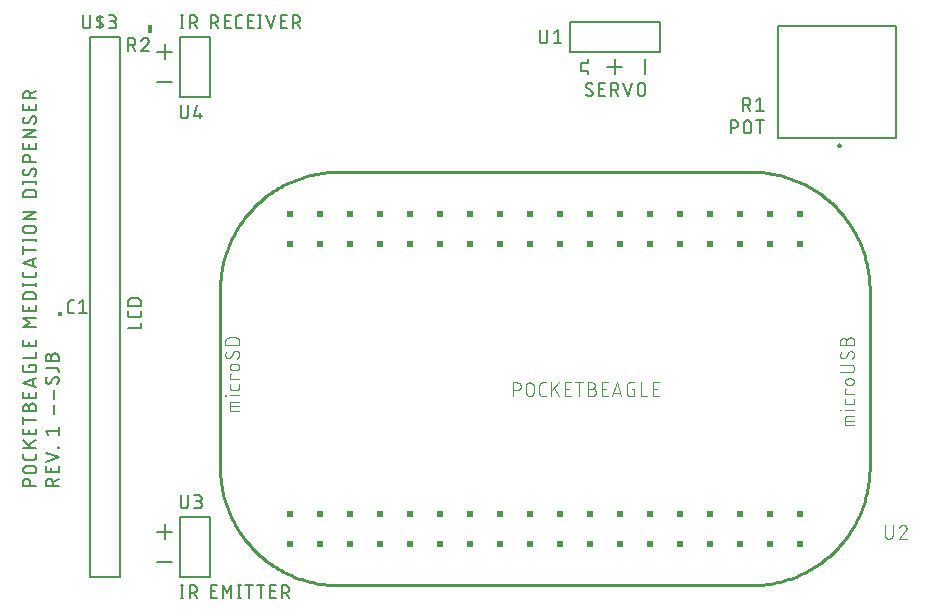
<source format=gbr>
G04 EAGLE Gerber RS-274X export*
G75*
%MOMM*%
%FSLAX34Y34*%
%LPD*%
%INSilkscreen Top*%
%IPPOS*%
%AMOC8*
5,1,8,0,0,1.08239X$1,22.5*%
G01*
%ADD10C,0.152400*%
%ADD11C,0.127000*%
%ADD12C,0.409562*%
%ADD13C,0.200000*%
%ADD14R,0.508000X0.508000*%
%ADD15C,0.254000*%
%ADD16C,0.101600*%
%ADD17R,0.406400X0.711200*%


D10*
X487087Y432562D02*
X487184Y432564D01*
X487282Y432570D01*
X487379Y432579D01*
X487476Y432593D01*
X487572Y432610D01*
X487667Y432631D01*
X487761Y432655D01*
X487855Y432684D01*
X487947Y432716D01*
X488038Y432751D01*
X488127Y432790D01*
X488215Y432833D01*
X488301Y432879D01*
X488385Y432928D01*
X488467Y432981D01*
X488547Y433036D01*
X488625Y433095D01*
X488700Y433157D01*
X488773Y433222D01*
X488843Y433290D01*
X488911Y433360D01*
X488976Y433433D01*
X489038Y433508D01*
X489097Y433586D01*
X489152Y433666D01*
X489205Y433748D01*
X489254Y433832D01*
X489300Y433918D01*
X489343Y434006D01*
X489382Y434095D01*
X489417Y434186D01*
X489449Y434278D01*
X489478Y434372D01*
X489502Y434466D01*
X489523Y434561D01*
X489540Y434657D01*
X489554Y434754D01*
X489563Y434851D01*
X489569Y434948D01*
X489571Y435046D01*
X487087Y432562D02*
X486944Y432564D01*
X486801Y432570D01*
X486659Y432579D01*
X486517Y432593D01*
X486375Y432611D01*
X486234Y432632D01*
X486093Y432657D01*
X485953Y432686D01*
X485814Y432719D01*
X485676Y432755D01*
X485539Y432796D01*
X485403Y432840D01*
X485268Y432887D01*
X485135Y432939D01*
X485003Y432994D01*
X484873Y433052D01*
X484744Y433114D01*
X484617Y433180D01*
X484492Y433249D01*
X484369Y433321D01*
X484248Y433397D01*
X484129Y433475D01*
X484012Y433558D01*
X483897Y433643D01*
X483785Y433731D01*
X483675Y433823D01*
X483568Y433917D01*
X483463Y434014D01*
X483361Y434114D01*
X483672Y441254D02*
X483674Y441352D01*
X483680Y441449D01*
X483689Y441546D01*
X483703Y441643D01*
X483720Y441739D01*
X483741Y441834D01*
X483765Y441928D01*
X483794Y442022D01*
X483826Y442114D01*
X483861Y442205D01*
X483900Y442294D01*
X483943Y442382D01*
X483989Y442468D01*
X484038Y442552D01*
X484091Y442634D01*
X484146Y442714D01*
X484205Y442792D01*
X484267Y442867D01*
X484332Y442940D01*
X484400Y443010D01*
X484470Y443078D01*
X484543Y443143D01*
X484618Y443205D01*
X484696Y443264D01*
X484776Y443319D01*
X484858Y443372D01*
X484942Y443421D01*
X485028Y443467D01*
X485116Y443510D01*
X485205Y443549D01*
X485296Y443584D01*
X485388Y443616D01*
X485482Y443645D01*
X485576Y443669D01*
X485671Y443690D01*
X485767Y443707D01*
X485864Y443721D01*
X485961Y443730D01*
X486058Y443736D01*
X486156Y443738D01*
X486286Y443736D01*
X486416Y443731D01*
X486546Y443722D01*
X486676Y443709D01*
X486805Y443693D01*
X486934Y443673D01*
X487062Y443649D01*
X487190Y443622D01*
X487316Y443591D01*
X487442Y443557D01*
X487567Y443519D01*
X487690Y443478D01*
X487813Y443433D01*
X487934Y443385D01*
X488054Y443334D01*
X488172Y443279D01*
X488288Y443221D01*
X488403Y443160D01*
X488517Y443095D01*
X488628Y443028D01*
X488737Y442957D01*
X488845Y442883D01*
X488950Y442807D01*
X484915Y439081D02*
X484832Y439132D01*
X484751Y439186D01*
X484673Y439243D01*
X484597Y439303D01*
X484523Y439366D01*
X484452Y439432D01*
X484383Y439500D01*
X484317Y439571D01*
X484253Y439644D01*
X484193Y439720D01*
X484136Y439798D01*
X484081Y439879D01*
X484030Y439961D01*
X483982Y440045D01*
X483937Y440131D01*
X483895Y440219D01*
X483857Y440308D01*
X483823Y440398D01*
X483791Y440490D01*
X483764Y440583D01*
X483740Y440677D01*
X483719Y440772D01*
X483703Y440868D01*
X483690Y440964D01*
X483680Y441060D01*
X483675Y441157D01*
X483673Y441254D01*
X488328Y437219D02*
X488411Y437168D01*
X488492Y437114D01*
X488570Y437057D01*
X488646Y436997D01*
X488720Y436934D01*
X488791Y436868D01*
X488860Y436800D01*
X488926Y436729D01*
X488990Y436656D01*
X489050Y436580D01*
X489107Y436502D01*
X489162Y436421D01*
X489213Y436339D01*
X489261Y436255D01*
X489306Y436169D01*
X489348Y436081D01*
X489386Y435992D01*
X489420Y435902D01*
X489452Y435810D01*
X489479Y435717D01*
X489503Y435623D01*
X489524Y435528D01*
X489540Y435432D01*
X489553Y435336D01*
X489563Y435240D01*
X489568Y435143D01*
X489570Y435046D01*
X488329Y437219D02*
X484914Y439081D01*
X494820Y432562D02*
X499787Y432562D01*
X494820Y432562D02*
X494820Y443738D01*
X499787Y443738D01*
X498546Y438771D02*
X494820Y438771D01*
X504790Y443738D02*
X504790Y432562D01*
X504790Y443738D02*
X507894Y443738D01*
X508005Y443736D01*
X508115Y443730D01*
X508226Y443720D01*
X508336Y443706D01*
X508445Y443689D01*
X508554Y443667D01*
X508662Y443642D01*
X508768Y443612D01*
X508874Y443579D01*
X508979Y443542D01*
X509082Y443502D01*
X509183Y443457D01*
X509283Y443410D01*
X509382Y443358D01*
X509478Y443303D01*
X509572Y443245D01*
X509664Y443184D01*
X509754Y443119D01*
X509842Y443051D01*
X509927Y442980D01*
X510009Y442906D01*
X510089Y442829D01*
X510166Y442749D01*
X510240Y442667D01*
X510311Y442582D01*
X510379Y442494D01*
X510444Y442404D01*
X510505Y442312D01*
X510563Y442218D01*
X510618Y442122D01*
X510670Y442023D01*
X510717Y441923D01*
X510762Y441822D01*
X510802Y441719D01*
X510839Y441614D01*
X510872Y441508D01*
X510902Y441402D01*
X510927Y441294D01*
X510949Y441185D01*
X510966Y441076D01*
X510980Y440966D01*
X510990Y440855D01*
X510996Y440745D01*
X510998Y440634D01*
X510996Y440523D01*
X510990Y440413D01*
X510980Y440302D01*
X510966Y440192D01*
X510949Y440083D01*
X510927Y439974D01*
X510902Y439866D01*
X510872Y439760D01*
X510839Y439654D01*
X510802Y439549D01*
X510762Y439446D01*
X510717Y439345D01*
X510670Y439245D01*
X510618Y439146D01*
X510563Y439050D01*
X510505Y438956D01*
X510444Y438864D01*
X510379Y438774D01*
X510311Y438686D01*
X510240Y438601D01*
X510166Y438519D01*
X510089Y438439D01*
X510009Y438362D01*
X509927Y438288D01*
X509842Y438217D01*
X509754Y438149D01*
X509664Y438084D01*
X509572Y438023D01*
X509478Y437965D01*
X509382Y437910D01*
X509283Y437858D01*
X509183Y437811D01*
X509082Y437766D01*
X508979Y437726D01*
X508874Y437689D01*
X508768Y437656D01*
X508662Y437626D01*
X508554Y437601D01*
X508445Y437579D01*
X508336Y437562D01*
X508226Y437548D01*
X508115Y437538D01*
X508005Y437532D01*
X507894Y437530D01*
X507894Y437529D02*
X504790Y437529D01*
X508515Y437529D02*
X510999Y432562D01*
X519232Y432562D02*
X515507Y443738D01*
X522958Y443738D02*
X519232Y432562D01*
X527558Y435666D02*
X527558Y440634D01*
X527560Y440745D01*
X527566Y440855D01*
X527576Y440966D01*
X527590Y441076D01*
X527607Y441185D01*
X527629Y441294D01*
X527654Y441402D01*
X527684Y441508D01*
X527717Y441614D01*
X527754Y441719D01*
X527794Y441822D01*
X527839Y441923D01*
X527886Y442023D01*
X527938Y442122D01*
X527993Y442218D01*
X528051Y442312D01*
X528112Y442404D01*
X528177Y442494D01*
X528245Y442582D01*
X528316Y442667D01*
X528390Y442749D01*
X528467Y442829D01*
X528547Y442906D01*
X528629Y442980D01*
X528714Y443051D01*
X528802Y443119D01*
X528892Y443184D01*
X528984Y443245D01*
X529078Y443303D01*
X529174Y443358D01*
X529273Y443410D01*
X529373Y443457D01*
X529474Y443502D01*
X529577Y443542D01*
X529682Y443579D01*
X529788Y443612D01*
X529894Y443642D01*
X530002Y443667D01*
X530111Y443689D01*
X530220Y443706D01*
X530330Y443720D01*
X530441Y443730D01*
X530551Y443736D01*
X530662Y443738D01*
X530773Y443736D01*
X530883Y443730D01*
X530994Y443720D01*
X531104Y443706D01*
X531213Y443689D01*
X531322Y443667D01*
X531430Y443642D01*
X531536Y443612D01*
X531642Y443579D01*
X531747Y443542D01*
X531850Y443502D01*
X531951Y443457D01*
X532051Y443410D01*
X532150Y443358D01*
X532246Y443303D01*
X532340Y443245D01*
X532432Y443184D01*
X532522Y443119D01*
X532610Y443051D01*
X532695Y442980D01*
X532777Y442906D01*
X532857Y442829D01*
X532934Y442749D01*
X533008Y442667D01*
X533079Y442582D01*
X533147Y442494D01*
X533212Y442404D01*
X533273Y442312D01*
X533331Y442218D01*
X533386Y442122D01*
X533438Y442023D01*
X533485Y441923D01*
X533530Y441822D01*
X533570Y441719D01*
X533607Y441614D01*
X533640Y441508D01*
X533670Y441402D01*
X533695Y441294D01*
X533717Y441185D01*
X533734Y441076D01*
X533748Y440966D01*
X533758Y440855D01*
X533764Y440745D01*
X533766Y440634D01*
X533767Y440634D02*
X533767Y435666D01*
X533766Y435666D02*
X533764Y435555D01*
X533758Y435445D01*
X533748Y435334D01*
X533734Y435224D01*
X533717Y435115D01*
X533695Y435006D01*
X533670Y434898D01*
X533640Y434792D01*
X533607Y434686D01*
X533570Y434581D01*
X533530Y434478D01*
X533485Y434377D01*
X533438Y434277D01*
X533386Y434178D01*
X533331Y434082D01*
X533273Y433988D01*
X533212Y433896D01*
X533147Y433806D01*
X533079Y433718D01*
X533008Y433633D01*
X532934Y433551D01*
X532857Y433471D01*
X532777Y433394D01*
X532695Y433320D01*
X532610Y433249D01*
X532522Y433181D01*
X532432Y433116D01*
X532340Y433055D01*
X532246Y432997D01*
X532150Y432942D01*
X532051Y432890D01*
X531951Y432843D01*
X531850Y432798D01*
X531747Y432758D01*
X531642Y432721D01*
X531536Y432688D01*
X531430Y432658D01*
X531322Y432633D01*
X531213Y432611D01*
X531104Y432594D01*
X530994Y432580D01*
X530883Y432570D01*
X530773Y432564D01*
X530662Y432562D01*
X530551Y432564D01*
X530441Y432570D01*
X530330Y432580D01*
X530220Y432594D01*
X530111Y432611D01*
X530002Y432633D01*
X529894Y432658D01*
X529788Y432688D01*
X529682Y432721D01*
X529577Y432758D01*
X529474Y432798D01*
X529373Y432843D01*
X529273Y432890D01*
X529174Y432942D01*
X529078Y432997D01*
X528984Y433055D01*
X528892Y433116D01*
X528802Y433181D01*
X528714Y433249D01*
X528629Y433320D01*
X528547Y433394D01*
X528467Y433471D01*
X528390Y433551D01*
X528316Y433633D01*
X528245Y433718D01*
X528177Y433806D01*
X528112Y433896D01*
X528051Y433988D01*
X527993Y434082D01*
X527938Y434178D01*
X527886Y434277D01*
X527839Y434377D01*
X527794Y434478D01*
X527754Y434581D01*
X527717Y434686D01*
X527684Y434792D01*
X527654Y434898D01*
X527629Y435006D01*
X527607Y435115D01*
X527590Y435224D01*
X527576Y435334D01*
X527566Y435445D01*
X527560Y435555D01*
X527558Y435666D01*
X606524Y411988D02*
X606524Y400812D01*
X606524Y411988D02*
X609628Y411988D01*
X609739Y411986D01*
X609849Y411980D01*
X609960Y411970D01*
X610070Y411956D01*
X610179Y411939D01*
X610288Y411917D01*
X610396Y411892D01*
X610502Y411862D01*
X610608Y411829D01*
X610713Y411792D01*
X610816Y411752D01*
X610917Y411707D01*
X611017Y411660D01*
X611116Y411608D01*
X611212Y411553D01*
X611306Y411495D01*
X611398Y411434D01*
X611488Y411369D01*
X611576Y411301D01*
X611661Y411230D01*
X611743Y411156D01*
X611823Y411079D01*
X611900Y410999D01*
X611974Y410917D01*
X612045Y410832D01*
X612113Y410744D01*
X612178Y410654D01*
X612239Y410562D01*
X612297Y410468D01*
X612352Y410372D01*
X612404Y410273D01*
X612451Y410173D01*
X612496Y410072D01*
X612536Y409969D01*
X612573Y409864D01*
X612606Y409758D01*
X612636Y409652D01*
X612661Y409544D01*
X612683Y409435D01*
X612700Y409326D01*
X612714Y409216D01*
X612724Y409105D01*
X612730Y408995D01*
X612732Y408884D01*
X612730Y408773D01*
X612724Y408663D01*
X612714Y408552D01*
X612700Y408442D01*
X612683Y408333D01*
X612661Y408224D01*
X612636Y408116D01*
X612606Y408010D01*
X612573Y407904D01*
X612536Y407799D01*
X612496Y407696D01*
X612451Y407595D01*
X612404Y407495D01*
X612352Y407396D01*
X612297Y407300D01*
X612239Y407206D01*
X612178Y407114D01*
X612113Y407024D01*
X612045Y406936D01*
X611974Y406851D01*
X611900Y406769D01*
X611823Y406689D01*
X611743Y406612D01*
X611661Y406538D01*
X611576Y406467D01*
X611488Y406399D01*
X611398Y406334D01*
X611306Y406273D01*
X611212Y406215D01*
X611116Y406160D01*
X611017Y406108D01*
X610917Y406061D01*
X610816Y406016D01*
X610713Y405976D01*
X610608Y405939D01*
X610502Y405906D01*
X610396Y405876D01*
X610288Y405851D01*
X610179Y405829D01*
X610070Y405812D01*
X609960Y405798D01*
X609849Y405788D01*
X609739Y405782D01*
X609628Y405780D01*
X609628Y405779D02*
X606524Y405779D01*
X617361Y403916D02*
X617361Y408884D01*
X617362Y408884D02*
X617364Y408995D01*
X617370Y409105D01*
X617380Y409216D01*
X617394Y409326D01*
X617411Y409435D01*
X617433Y409544D01*
X617458Y409652D01*
X617488Y409758D01*
X617521Y409864D01*
X617558Y409969D01*
X617598Y410072D01*
X617643Y410173D01*
X617690Y410273D01*
X617742Y410372D01*
X617797Y410468D01*
X617855Y410562D01*
X617916Y410654D01*
X617981Y410744D01*
X618049Y410832D01*
X618120Y410917D01*
X618194Y410999D01*
X618271Y411079D01*
X618351Y411156D01*
X618433Y411230D01*
X618518Y411301D01*
X618606Y411369D01*
X618696Y411434D01*
X618788Y411495D01*
X618882Y411553D01*
X618978Y411608D01*
X619077Y411660D01*
X619177Y411707D01*
X619278Y411752D01*
X619381Y411792D01*
X619486Y411829D01*
X619592Y411862D01*
X619698Y411892D01*
X619806Y411917D01*
X619915Y411939D01*
X620024Y411956D01*
X620134Y411970D01*
X620245Y411980D01*
X620355Y411986D01*
X620466Y411988D01*
X620577Y411986D01*
X620687Y411980D01*
X620798Y411970D01*
X620908Y411956D01*
X621017Y411939D01*
X621126Y411917D01*
X621234Y411892D01*
X621340Y411862D01*
X621446Y411829D01*
X621551Y411792D01*
X621654Y411752D01*
X621755Y411707D01*
X621855Y411660D01*
X621954Y411608D01*
X622050Y411553D01*
X622144Y411495D01*
X622236Y411434D01*
X622326Y411369D01*
X622414Y411301D01*
X622499Y411230D01*
X622581Y411156D01*
X622661Y411079D01*
X622738Y410999D01*
X622812Y410917D01*
X622883Y410832D01*
X622951Y410744D01*
X623016Y410654D01*
X623077Y410562D01*
X623135Y410468D01*
X623190Y410372D01*
X623242Y410273D01*
X623289Y410173D01*
X623334Y410072D01*
X623374Y409969D01*
X623411Y409864D01*
X623444Y409758D01*
X623474Y409652D01*
X623499Y409544D01*
X623521Y409435D01*
X623538Y409326D01*
X623552Y409216D01*
X623562Y409105D01*
X623568Y408995D01*
X623570Y408884D01*
X623570Y403916D01*
X623568Y403805D01*
X623562Y403695D01*
X623552Y403584D01*
X623538Y403474D01*
X623521Y403365D01*
X623499Y403256D01*
X623474Y403148D01*
X623444Y403042D01*
X623411Y402936D01*
X623374Y402831D01*
X623334Y402728D01*
X623289Y402627D01*
X623242Y402527D01*
X623190Y402428D01*
X623135Y402332D01*
X623077Y402238D01*
X623016Y402146D01*
X622951Y402056D01*
X622883Y401968D01*
X622812Y401883D01*
X622738Y401801D01*
X622661Y401721D01*
X622581Y401644D01*
X622499Y401570D01*
X622414Y401499D01*
X622326Y401431D01*
X622236Y401366D01*
X622144Y401305D01*
X622050Y401247D01*
X621954Y401192D01*
X621855Y401140D01*
X621755Y401093D01*
X621654Y401048D01*
X621551Y401008D01*
X621446Y400971D01*
X621340Y400938D01*
X621234Y400908D01*
X621126Y400883D01*
X621017Y400861D01*
X620908Y400844D01*
X620798Y400830D01*
X620687Y400820D01*
X620577Y400814D01*
X620466Y400812D01*
X620355Y400814D01*
X620245Y400820D01*
X620134Y400830D01*
X620024Y400844D01*
X619915Y400861D01*
X619806Y400883D01*
X619698Y400908D01*
X619592Y400938D01*
X619486Y400971D01*
X619381Y401008D01*
X619278Y401048D01*
X619177Y401093D01*
X619077Y401140D01*
X618978Y401192D01*
X618882Y401247D01*
X618788Y401305D01*
X618696Y401366D01*
X618606Y401431D01*
X618518Y401499D01*
X618433Y401570D01*
X618351Y401644D01*
X618271Y401721D01*
X618194Y401801D01*
X618120Y401883D01*
X618049Y401968D01*
X617981Y402056D01*
X617916Y402146D01*
X617855Y402238D01*
X617797Y402332D01*
X617742Y402428D01*
X617690Y402527D01*
X617643Y402627D01*
X617598Y402728D01*
X617558Y402831D01*
X617521Y402936D01*
X617488Y403042D01*
X617458Y403148D01*
X617433Y403256D01*
X617411Y403365D01*
X617394Y403474D01*
X617380Y403584D01*
X617370Y403695D01*
X617364Y403805D01*
X617362Y403916D01*
X631134Y400812D02*
X631134Y411988D01*
X634238Y411988D02*
X628029Y411988D01*
X107188Y235712D02*
X96012Y235712D01*
X107188Y235712D02*
X107188Y240679D01*
X107188Y247651D02*
X107188Y250134D01*
X107188Y247651D02*
X107186Y247553D01*
X107180Y247456D01*
X107171Y247359D01*
X107157Y247262D01*
X107140Y247166D01*
X107119Y247071D01*
X107095Y246977D01*
X107066Y246883D01*
X107034Y246791D01*
X106999Y246700D01*
X106960Y246611D01*
X106917Y246523D01*
X106871Y246437D01*
X106822Y246353D01*
X106769Y246271D01*
X106714Y246191D01*
X106655Y246113D01*
X106593Y246038D01*
X106528Y245965D01*
X106460Y245895D01*
X106390Y245827D01*
X106317Y245762D01*
X106242Y245700D01*
X106164Y245641D01*
X106084Y245586D01*
X106002Y245533D01*
X105918Y245484D01*
X105832Y245438D01*
X105744Y245395D01*
X105655Y245356D01*
X105564Y245321D01*
X105472Y245289D01*
X105378Y245260D01*
X105284Y245236D01*
X105189Y245215D01*
X105093Y245198D01*
X104996Y245184D01*
X104899Y245175D01*
X104802Y245169D01*
X104704Y245167D01*
X98496Y245167D01*
X98398Y245169D01*
X98301Y245175D01*
X98204Y245184D01*
X98107Y245198D01*
X98011Y245215D01*
X97916Y245236D01*
X97822Y245260D01*
X97728Y245289D01*
X97636Y245321D01*
X97545Y245356D01*
X97456Y245395D01*
X97368Y245438D01*
X97282Y245484D01*
X97198Y245533D01*
X97116Y245586D01*
X97036Y245641D01*
X96958Y245700D01*
X96883Y245762D01*
X96810Y245827D01*
X96740Y245895D01*
X96672Y245965D01*
X96607Y246038D01*
X96545Y246113D01*
X96486Y246191D01*
X96431Y246271D01*
X96378Y246353D01*
X96329Y246437D01*
X96283Y246523D01*
X96240Y246611D01*
X96201Y246700D01*
X96166Y246791D01*
X96134Y246883D01*
X96105Y246977D01*
X96081Y247071D01*
X96060Y247166D01*
X96043Y247262D01*
X96029Y247359D01*
X96020Y247456D01*
X96014Y247553D01*
X96012Y247651D01*
X96012Y250134D01*
X96012Y255115D02*
X107188Y255115D01*
X96012Y255115D02*
X96012Y258219D01*
X96014Y258327D01*
X96020Y258436D01*
X96029Y258543D01*
X96042Y258651D01*
X96059Y258758D01*
X96080Y258864D01*
X96104Y258970D01*
X96132Y259075D01*
X96164Y259178D01*
X96199Y259281D01*
X96238Y259382D01*
X96280Y259482D01*
X96326Y259580D01*
X96375Y259676D01*
X96428Y259771D01*
X96484Y259864D01*
X96543Y259955D01*
X96605Y260043D01*
X96670Y260130D01*
X96738Y260214D01*
X96809Y260296D01*
X96883Y260375D01*
X96960Y260452D01*
X97039Y260526D01*
X97121Y260597D01*
X97205Y260665D01*
X97292Y260730D01*
X97380Y260792D01*
X97471Y260851D01*
X97564Y260907D01*
X97659Y260960D01*
X97755Y261009D01*
X97854Y261055D01*
X97953Y261097D01*
X98054Y261136D01*
X98157Y261171D01*
X98260Y261203D01*
X98365Y261231D01*
X98471Y261255D01*
X98577Y261276D01*
X98684Y261293D01*
X98792Y261306D01*
X98900Y261315D01*
X99008Y261321D01*
X99116Y261323D01*
X99116Y261324D02*
X104084Y261324D01*
X104084Y261323D02*
X104195Y261321D01*
X104305Y261315D01*
X104416Y261305D01*
X104526Y261291D01*
X104635Y261274D01*
X104744Y261252D01*
X104852Y261227D01*
X104958Y261197D01*
X105064Y261164D01*
X105169Y261127D01*
X105272Y261087D01*
X105373Y261042D01*
X105473Y260995D01*
X105572Y260943D01*
X105668Y260888D01*
X105762Y260830D01*
X105854Y260769D01*
X105944Y260704D01*
X106032Y260636D01*
X106117Y260565D01*
X106199Y260491D01*
X106279Y260414D01*
X106356Y260334D01*
X106430Y260252D01*
X106501Y260167D01*
X106569Y260079D01*
X106634Y259989D01*
X106695Y259897D01*
X106753Y259803D01*
X106808Y259707D01*
X106860Y259608D01*
X106907Y259508D01*
X106952Y259407D01*
X106992Y259304D01*
X107029Y259199D01*
X107062Y259093D01*
X107092Y258987D01*
X107117Y258879D01*
X107139Y258770D01*
X107156Y258661D01*
X107170Y258551D01*
X107180Y258440D01*
X107186Y258330D01*
X107188Y258219D01*
X107188Y255115D01*
X141704Y489712D02*
X141704Y500888D01*
X140462Y489712D02*
X142946Y489712D01*
X142946Y500888D02*
X140462Y500888D01*
X148216Y500888D02*
X148216Y489712D01*
X148216Y500888D02*
X151321Y500888D01*
X151432Y500886D01*
X151542Y500880D01*
X151653Y500870D01*
X151763Y500856D01*
X151872Y500839D01*
X151981Y500817D01*
X152089Y500792D01*
X152195Y500762D01*
X152301Y500729D01*
X152406Y500692D01*
X152509Y500652D01*
X152610Y500607D01*
X152710Y500560D01*
X152809Y500508D01*
X152905Y500453D01*
X152999Y500395D01*
X153091Y500334D01*
X153181Y500269D01*
X153269Y500201D01*
X153354Y500130D01*
X153436Y500056D01*
X153516Y499979D01*
X153593Y499899D01*
X153667Y499817D01*
X153738Y499732D01*
X153806Y499644D01*
X153871Y499554D01*
X153932Y499462D01*
X153990Y499368D01*
X154045Y499272D01*
X154097Y499173D01*
X154144Y499073D01*
X154189Y498972D01*
X154229Y498869D01*
X154266Y498764D01*
X154299Y498658D01*
X154329Y498552D01*
X154354Y498444D01*
X154376Y498335D01*
X154393Y498226D01*
X154407Y498116D01*
X154417Y498005D01*
X154423Y497895D01*
X154425Y497784D01*
X154423Y497673D01*
X154417Y497563D01*
X154407Y497452D01*
X154393Y497342D01*
X154376Y497233D01*
X154354Y497124D01*
X154329Y497016D01*
X154299Y496910D01*
X154266Y496804D01*
X154229Y496699D01*
X154189Y496596D01*
X154144Y496495D01*
X154097Y496395D01*
X154045Y496296D01*
X153990Y496200D01*
X153932Y496106D01*
X153871Y496014D01*
X153806Y495924D01*
X153738Y495836D01*
X153667Y495751D01*
X153593Y495669D01*
X153516Y495589D01*
X153436Y495512D01*
X153354Y495438D01*
X153269Y495367D01*
X153181Y495299D01*
X153091Y495234D01*
X152999Y495173D01*
X152905Y495115D01*
X152809Y495060D01*
X152710Y495008D01*
X152610Y494961D01*
X152509Y494916D01*
X152406Y494876D01*
X152301Y494839D01*
X152195Y494806D01*
X152089Y494776D01*
X151981Y494751D01*
X151872Y494729D01*
X151763Y494712D01*
X151653Y494698D01*
X151542Y494688D01*
X151432Y494682D01*
X151321Y494680D01*
X151321Y494679D02*
X148216Y494679D01*
X151942Y494679D02*
X154425Y489712D01*
X166123Y489712D02*
X166123Y500888D01*
X169228Y500888D01*
X169339Y500886D01*
X169449Y500880D01*
X169560Y500870D01*
X169670Y500856D01*
X169779Y500839D01*
X169888Y500817D01*
X169996Y500792D01*
X170102Y500762D01*
X170208Y500729D01*
X170313Y500692D01*
X170416Y500652D01*
X170517Y500607D01*
X170617Y500560D01*
X170716Y500508D01*
X170812Y500453D01*
X170906Y500395D01*
X170998Y500334D01*
X171088Y500269D01*
X171176Y500201D01*
X171261Y500130D01*
X171343Y500056D01*
X171423Y499979D01*
X171500Y499899D01*
X171574Y499817D01*
X171645Y499732D01*
X171713Y499644D01*
X171778Y499554D01*
X171839Y499462D01*
X171897Y499368D01*
X171952Y499272D01*
X172004Y499173D01*
X172051Y499073D01*
X172096Y498972D01*
X172136Y498869D01*
X172173Y498764D01*
X172206Y498658D01*
X172236Y498552D01*
X172261Y498444D01*
X172283Y498335D01*
X172300Y498226D01*
X172314Y498116D01*
X172324Y498005D01*
X172330Y497895D01*
X172332Y497784D01*
X172330Y497673D01*
X172324Y497563D01*
X172314Y497452D01*
X172300Y497342D01*
X172283Y497233D01*
X172261Y497124D01*
X172236Y497016D01*
X172206Y496910D01*
X172173Y496804D01*
X172136Y496699D01*
X172096Y496596D01*
X172051Y496495D01*
X172004Y496395D01*
X171952Y496296D01*
X171897Y496200D01*
X171839Y496106D01*
X171778Y496014D01*
X171713Y495924D01*
X171645Y495836D01*
X171574Y495751D01*
X171500Y495669D01*
X171423Y495589D01*
X171343Y495512D01*
X171261Y495438D01*
X171176Y495367D01*
X171088Y495299D01*
X170998Y495234D01*
X170906Y495173D01*
X170812Y495115D01*
X170716Y495060D01*
X170617Y495008D01*
X170517Y494961D01*
X170416Y494916D01*
X170313Y494876D01*
X170208Y494839D01*
X170102Y494806D01*
X169996Y494776D01*
X169888Y494751D01*
X169779Y494729D01*
X169670Y494712D01*
X169560Y494698D01*
X169449Y494688D01*
X169339Y494682D01*
X169228Y494680D01*
X169228Y494679D02*
X166123Y494679D01*
X169849Y494679D02*
X172332Y489712D01*
X177870Y489712D02*
X182838Y489712D01*
X177870Y489712D02*
X177870Y500888D01*
X182838Y500888D01*
X181596Y495921D02*
X177870Y495921D01*
X189809Y489712D02*
X192293Y489712D01*
X189809Y489712D02*
X189711Y489714D01*
X189614Y489720D01*
X189517Y489729D01*
X189420Y489743D01*
X189324Y489760D01*
X189229Y489781D01*
X189135Y489805D01*
X189041Y489834D01*
X188949Y489866D01*
X188858Y489901D01*
X188769Y489940D01*
X188681Y489983D01*
X188595Y490029D01*
X188511Y490078D01*
X188429Y490131D01*
X188349Y490186D01*
X188271Y490245D01*
X188196Y490307D01*
X188123Y490372D01*
X188053Y490440D01*
X187985Y490510D01*
X187920Y490583D01*
X187858Y490658D01*
X187799Y490736D01*
X187744Y490816D01*
X187691Y490898D01*
X187642Y490982D01*
X187596Y491068D01*
X187553Y491156D01*
X187514Y491245D01*
X187479Y491336D01*
X187447Y491428D01*
X187418Y491522D01*
X187394Y491616D01*
X187373Y491711D01*
X187356Y491807D01*
X187342Y491904D01*
X187333Y492001D01*
X187327Y492098D01*
X187325Y492196D01*
X187326Y492196D02*
X187326Y498404D01*
X187325Y498404D02*
X187327Y498502D01*
X187333Y498599D01*
X187342Y498696D01*
X187356Y498793D01*
X187373Y498889D01*
X187394Y498984D01*
X187418Y499078D01*
X187447Y499172D01*
X187479Y499264D01*
X187514Y499355D01*
X187553Y499444D01*
X187596Y499532D01*
X187642Y499618D01*
X187691Y499702D01*
X187744Y499784D01*
X187799Y499864D01*
X187858Y499942D01*
X187920Y500017D01*
X187985Y500090D01*
X188053Y500160D01*
X188123Y500228D01*
X188196Y500293D01*
X188271Y500355D01*
X188349Y500414D01*
X188429Y500469D01*
X188511Y500522D01*
X188595Y500571D01*
X188681Y500617D01*
X188769Y500660D01*
X188858Y500699D01*
X188949Y500734D01*
X189041Y500766D01*
X189135Y500795D01*
X189229Y500819D01*
X189324Y500840D01*
X189420Y500857D01*
X189517Y500871D01*
X189614Y500880D01*
X189711Y500886D01*
X189809Y500888D01*
X192293Y500888D01*
X197301Y489712D02*
X202269Y489712D01*
X197301Y489712D02*
X197301Y500888D01*
X202269Y500888D01*
X201027Y495921D02*
X197301Y495921D01*
X207617Y500888D02*
X207617Y489712D01*
X208858Y489712D02*
X206375Y489712D01*
X206375Y500888D02*
X208858Y500888D01*
X213035Y500888D02*
X216761Y489712D01*
X220486Y500888D01*
X225495Y489712D02*
X230462Y489712D01*
X225495Y489712D02*
X225495Y500888D01*
X230462Y500888D01*
X229221Y495921D02*
X225495Y495921D01*
X235465Y500888D02*
X235465Y489712D01*
X235465Y500888D02*
X238570Y500888D01*
X238681Y500886D01*
X238791Y500880D01*
X238902Y500870D01*
X239012Y500856D01*
X239121Y500839D01*
X239230Y500817D01*
X239338Y500792D01*
X239444Y500762D01*
X239550Y500729D01*
X239655Y500692D01*
X239758Y500652D01*
X239859Y500607D01*
X239959Y500560D01*
X240058Y500508D01*
X240154Y500453D01*
X240248Y500395D01*
X240340Y500334D01*
X240430Y500269D01*
X240518Y500201D01*
X240603Y500130D01*
X240685Y500056D01*
X240765Y499979D01*
X240842Y499899D01*
X240916Y499817D01*
X240987Y499732D01*
X241055Y499644D01*
X241120Y499554D01*
X241181Y499462D01*
X241239Y499368D01*
X241294Y499272D01*
X241346Y499173D01*
X241393Y499073D01*
X241438Y498972D01*
X241478Y498869D01*
X241515Y498764D01*
X241548Y498658D01*
X241578Y498552D01*
X241603Y498444D01*
X241625Y498335D01*
X241642Y498226D01*
X241656Y498116D01*
X241666Y498005D01*
X241672Y497895D01*
X241674Y497784D01*
X241672Y497673D01*
X241666Y497563D01*
X241656Y497452D01*
X241642Y497342D01*
X241625Y497233D01*
X241603Y497124D01*
X241578Y497016D01*
X241548Y496910D01*
X241515Y496804D01*
X241478Y496699D01*
X241438Y496596D01*
X241393Y496495D01*
X241346Y496395D01*
X241294Y496296D01*
X241239Y496200D01*
X241181Y496106D01*
X241120Y496014D01*
X241055Y495924D01*
X240987Y495836D01*
X240916Y495751D01*
X240842Y495669D01*
X240765Y495589D01*
X240685Y495512D01*
X240603Y495438D01*
X240518Y495367D01*
X240430Y495299D01*
X240340Y495234D01*
X240248Y495173D01*
X240154Y495115D01*
X240058Y495060D01*
X239959Y495008D01*
X239859Y494961D01*
X239758Y494916D01*
X239655Y494876D01*
X239550Y494839D01*
X239444Y494806D01*
X239338Y494776D01*
X239230Y494751D01*
X239121Y494729D01*
X239012Y494712D01*
X238902Y494698D01*
X238791Y494688D01*
X238681Y494682D01*
X238570Y494680D01*
X238570Y494679D02*
X235465Y494679D01*
X239190Y494679D02*
X241674Y489712D01*
X141704Y18288D02*
X141704Y7112D01*
X140462Y7112D02*
X142946Y7112D01*
X142946Y18288D02*
X140462Y18288D01*
X148216Y18288D02*
X148216Y7112D01*
X148216Y18288D02*
X151321Y18288D01*
X151432Y18286D01*
X151542Y18280D01*
X151653Y18270D01*
X151763Y18256D01*
X151872Y18239D01*
X151981Y18217D01*
X152089Y18192D01*
X152195Y18162D01*
X152301Y18129D01*
X152406Y18092D01*
X152509Y18052D01*
X152610Y18007D01*
X152710Y17960D01*
X152809Y17908D01*
X152905Y17853D01*
X152999Y17795D01*
X153091Y17734D01*
X153181Y17669D01*
X153269Y17601D01*
X153354Y17530D01*
X153436Y17456D01*
X153516Y17379D01*
X153593Y17299D01*
X153667Y17217D01*
X153738Y17132D01*
X153806Y17044D01*
X153871Y16954D01*
X153932Y16862D01*
X153990Y16768D01*
X154045Y16672D01*
X154097Y16573D01*
X154144Y16473D01*
X154189Y16372D01*
X154229Y16269D01*
X154266Y16164D01*
X154299Y16058D01*
X154329Y15952D01*
X154354Y15844D01*
X154376Y15735D01*
X154393Y15626D01*
X154407Y15516D01*
X154417Y15405D01*
X154423Y15295D01*
X154425Y15184D01*
X154423Y15073D01*
X154417Y14963D01*
X154407Y14852D01*
X154393Y14742D01*
X154376Y14633D01*
X154354Y14524D01*
X154329Y14416D01*
X154299Y14310D01*
X154266Y14204D01*
X154229Y14099D01*
X154189Y13996D01*
X154144Y13895D01*
X154097Y13795D01*
X154045Y13696D01*
X153990Y13600D01*
X153932Y13506D01*
X153871Y13414D01*
X153806Y13324D01*
X153738Y13236D01*
X153667Y13151D01*
X153593Y13069D01*
X153516Y12989D01*
X153436Y12912D01*
X153354Y12838D01*
X153269Y12767D01*
X153181Y12699D01*
X153091Y12634D01*
X152999Y12573D01*
X152905Y12515D01*
X152809Y12460D01*
X152710Y12408D01*
X152610Y12361D01*
X152509Y12316D01*
X152406Y12276D01*
X152301Y12239D01*
X152195Y12206D01*
X152089Y12176D01*
X151981Y12151D01*
X151872Y12129D01*
X151763Y12112D01*
X151653Y12098D01*
X151542Y12088D01*
X151432Y12082D01*
X151321Y12080D01*
X151321Y12079D02*
X148216Y12079D01*
X151942Y12079D02*
X154425Y7112D01*
X166059Y7112D02*
X171027Y7112D01*
X166059Y7112D02*
X166059Y18288D01*
X171027Y18288D01*
X169785Y13321D02*
X166059Y13321D01*
X176078Y18288D02*
X176078Y7112D01*
X179804Y12079D02*
X176078Y18288D01*
X179804Y12079D02*
X183529Y18288D01*
X183529Y7112D01*
X190091Y7112D02*
X190091Y18288D01*
X188849Y7112D02*
X191332Y7112D01*
X191332Y18288D02*
X188849Y18288D01*
X198473Y18288D02*
X198473Y7112D01*
X195368Y18288D02*
X201577Y18288D01*
X208379Y18288D02*
X208379Y7112D01*
X205274Y18288D02*
X211483Y18288D01*
X216351Y7112D02*
X221318Y7112D01*
X216351Y7112D02*
X216351Y18288D01*
X221318Y18288D01*
X220077Y13321D02*
X216351Y13321D01*
X226321Y18288D02*
X226321Y7112D01*
X226321Y18288D02*
X229426Y18288D01*
X229537Y18286D01*
X229647Y18280D01*
X229758Y18270D01*
X229868Y18256D01*
X229977Y18239D01*
X230086Y18217D01*
X230194Y18192D01*
X230300Y18162D01*
X230406Y18129D01*
X230511Y18092D01*
X230614Y18052D01*
X230715Y18007D01*
X230815Y17960D01*
X230914Y17908D01*
X231010Y17853D01*
X231104Y17795D01*
X231196Y17734D01*
X231286Y17669D01*
X231374Y17601D01*
X231459Y17530D01*
X231541Y17456D01*
X231621Y17379D01*
X231698Y17299D01*
X231772Y17217D01*
X231843Y17132D01*
X231911Y17044D01*
X231976Y16954D01*
X232037Y16862D01*
X232095Y16768D01*
X232150Y16672D01*
X232202Y16573D01*
X232249Y16473D01*
X232294Y16372D01*
X232334Y16269D01*
X232371Y16164D01*
X232404Y16058D01*
X232434Y15952D01*
X232459Y15844D01*
X232481Y15735D01*
X232498Y15626D01*
X232512Y15516D01*
X232522Y15405D01*
X232528Y15295D01*
X232530Y15184D01*
X232528Y15073D01*
X232522Y14963D01*
X232512Y14852D01*
X232498Y14742D01*
X232481Y14633D01*
X232459Y14524D01*
X232434Y14416D01*
X232404Y14310D01*
X232371Y14204D01*
X232334Y14099D01*
X232294Y13996D01*
X232249Y13895D01*
X232202Y13795D01*
X232150Y13696D01*
X232095Y13600D01*
X232037Y13506D01*
X231976Y13414D01*
X231911Y13324D01*
X231843Y13236D01*
X231772Y13151D01*
X231698Y13069D01*
X231621Y12989D01*
X231541Y12912D01*
X231459Y12838D01*
X231374Y12767D01*
X231286Y12699D01*
X231196Y12634D01*
X231104Y12573D01*
X231010Y12515D01*
X230914Y12460D01*
X230815Y12408D01*
X230715Y12361D01*
X230614Y12316D01*
X230511Y12276D01*
X230406Y12239D01*
X230300Y12206D01*
X230194Y12176D01*
X230086Y12151D01*
X229977Y12129D01*
X229868Y12112D01*
X229758Y12098D01*
X229647Y12088D01*
X229537Y12082D01*
X229426Y12080D01*
X229426Y12079D02*
X226321Y12079D01*
X230046Y12079D02*
X232530Y7112D01*
X18288Y102362D02*
X7112Y102362D01*
X7112Y105466D01*
X7114Y105577D01*
X7120Y105687D01*
X7130Y105798D01*
X7144Y105908D01*
X7161Y106017D01*
X7183Y106126D01*
X7208Y106234D01*
X7238Y106340D01*
X7271Y106446D01*
X7308Y106551D01*
X7348Y106654D01*
X7393Y106755D01*
X7440Y106855D01*
X7492Y106954D01*
X7547Y107050D01*
X7605Y107144D01*
X7666Y107236D01*
X7731Y107326D01*
X7799Y107414D01*
X7870Y107499D01*
X7944Y107581D01*
X8021Y107661D01*
X8101Y107738D01*
X8183Y107812D01*
X8268Y107883D01*
X8356Y107951D01*
X8446Y108016D01*
X8538Y108077D01*
X8632Y108135D01*
X8728Y108190D01*
X8827Y108242D01*
X8927Y108289D01*
X9028Y108334D01*
X9131Y108374D01*
X9236Y108411D01*
X9342Y108444D01*
X9448Y108474D01*
X9556Y108499D01*
X9665Y108521D01*
X9774Y108538D01*
X9884Y108552D01*
X9995Y108562D01*
X10105Y108568D01*
X10216Y108570D01*
X10327Y108568D01*
X10437Y108562D01*
X10548Y108552D01*
X10658Y108538D01*
X10767Y108521D01*
X10876Y108499D01*
X10984Y108474D01*
X11090Y108444D01*
X11196Y108411D01*
X11301Y108374D01*
X11404Y108334D01*
X11505Y108289D01*
X11605Y108242D01*
X11704Y108190D01*
X11800Y108135D01*
X11894Y108077D01*
X11986Y108016D01*
X12076Y107951D01*
X12164Y107883D01*
X12249Y107812D01*
X12331Y107738D01*
X12411Y107661D01*
X12488Y107581D01*
X12562Y107499D01*
X12633Y107414D01*
X12701Y107326D01*
X12766Y107236D01*
X12827Y107144D01*
X12885Y107050D01*
X12940Y106954D01*
X12992Y106855D01*
X13039Y106755D01*
X13084Y106654D01*
X13124Y106551D01*
X13161Y106446D01*
X13194Y106340D01*
X13224Y106234D01*
X13249Y106126D01*
X13271Y106017D01*
X13288Y105908D01*
X13302Y105798D01*
X13312Y105687D01*
X13318Y105577D01*
X13320Y105466D01*
X13321Y105466D02*
X13321Y102362D01*
X15184Y113199D02*
X10216Y113199D01*
X10216Y113200D02*
X10105Y113202D01*
X9995Y113208D01*
X9884Y113218D01*
X9774Y113232D01*
X9665Y113249D01*
X9556Y113271D01*
X9448Y113296D01*
X9342Y113326D01*
X9236Y113359D01*
X9131Y113396D01*
X9028Y113436D01*
X8927Y113481D01*
X8827Y113528D01*
X8728Y113580D01*
X8632Y113635D01*
X8538Y113693D01*
X8446Y113754D01*
X8356Y113819D01*
X8268Y113887D01*
X8183Y113958D01*
X8101Y114032D01*
X8021Y114109D01*
X7944Y114189D01*
X7870Y114271D01*
X7799Y114356D01*
X7731Y114444D01*
X7666Y114534D01*
X7605Y114626D01*
X7547Y114720D01*
X7492Y114816D01*
X7440Y114915D01*
X7393Y115015D01*
X7348Y115116D01*
X7308Y115219D01*
X7271Y115324D01*
X7238Y115430D01*
X7208Y115536D01*
X7183Y115644D01*
X7161Y115753D01*
X7144Y115862D01*
X7130Y115972D01*
X7120Y116083D01*
X7114Y116193D01*
X7112Y116304D01*
X7114Y116415D01*
X7120Y116525D01*
X7130Y116636D01*
X7144Y116746D01*
X7161Y116855D01*
X7183Y116964D01*
X7208Y117072D01*
X7238Y117178D01*
X7271Y117284D01*
X7308Y117389D01*
X7348Y117492D01*
X7393Y117593D01*
X7440Y117693D01*
X7492Y117792D01*
X7547Y117888D01*
X7605Y117982D01*
X7666Y118074D01*
X7731Y118164D01*
X7799Y118252D01*
X7870Y118337D01*
X7944Y118419D01*
X8021Y118499D01*
X8101Y118576D01*
X8183Y118650D01*
X8268Y118721D01*
X8356Y118789D01*
X8446Y118854D01*
X8538Y118915D01*
X8632Y118973D01*
X8728Y119028D01*
X8827Y119080D01*
X8927Y119127D01*
X9028Y119172D01*
X9131Y119212D01*
X9236Y119249D01*
X9342Y119282D01*
X9448Y119312D01*
X9556Y119337D01*
X9665Y119359D01*
X9774Y119376D01*
X9884Y119390D01*
X9995Y119400D01*
X10105Y119406D01*
X10216Y119408D01*
X15184Y119408D01*
X15295Y119406D01*
X15405Y119400D01*
X15516Y119390D01*
X15626Y119376D01*
X15735Y119359D01*
X15844Y119337D01*
X15952Y119312D01*
X16058Y119282D01*
X16164Y119249D01*
X16269Y119212D01*
X16372Y119172D01*
X16473Y119127D01*
X16573Y119080D01*
X16672Y119028D01*
X16768Y118973D01*
X16862Y118915D01*
X16954Y118854D01*
X17044Y118789D01*
X17132Y118721D01*
X17217Y118650D01*
X17299Y118576D01*
X17379Y118499D01*
X17456Y118419D01*
X17530Y118337D01*
X17601Y118252D01*
X17669Y118164D01*
X17734Y118074D01*
X17795Y117982D01*
X17853Y117888D01*
X17908Y117792D01*
X17960Y117693D01*
X18007Y117593D01*
X18052Y117492D01*
X18092Y117389D01*
X18129Y117284D01*
X18162Y117178D01*
X18192Y117072D01*
X18217Y116964D01*
X18239Y116855D01*
X18256Y116746D01*
X18270Y116636D01*
X18280Y116525D01*
X18286Y116415D01*
X18288Y116304D01*
X18286Y116193D01*
X18280Y116083D01*
X18270Y115972D01*
X18256Y115862D01*
X18239Y115753D01*
X18217Y115644D01*
X18192Y115536D01*
X18162Y115430D01*
X18129Y115324D01*
X18092Y115219D01*
X18052Y115116D01*
X18007Y115015D01*
X17960Y114915D01*
X17908Y114816D01*
X17853Y114720D01*
X17795Y114626D01*
X17734Y114534D01*
X17669Y114444D01*
X17601Y114356D01*
X17530Y114271D01*
X17456Y114189D01*
X17379Y114109D01*
X17299Y114032D01*
X17217Y113958D01*
X17132Y113887D01*
X17044Y113819D01*
X16954Y113754D01*
X16862Y113693D01*
X16768Y113635D01*
X16672Y113580D01*
X16573Y113528D01*
X16473Y113481D01*
X16372Y113436D01*
X16269Y113396D01*
X16164Y113359D01*
X16058Y113326D01*
X15952Y113296D01*
X15844Y113271D01*
X15735Y113249D01*
X15626Y113232D01*
X15516Y113218D01*
X15405Y113208D01*
X15295Y113202D01*
X15184Y113200D01*
X18288Y127071D02*
X18288Y129555D01*
X18288Y127071D02*
X18286Y126973D01*
X18280Y126876D01*
X18271Y126779D01*
X18257Y126682D01*
X18240Y126586D01*
X18219Y126491D01*
X18195Y126397D01*
X18166Y126303D01*
X18134Y126211D01*
X18099Y126120D01*
X18060Y126031D01*
X18017Y125943D01*
X17971Y125857D01*
X17922Y125773D01*
X17869Y125691D01*
X17814Y125611D01*
X17755Y125533D01*
X17693Y125458D01*
X17628Y125385D01*
X17560Y125315D01*
X17490Y125247D01*
X17417Y125182D01*
X17342Y125120D01*
X17264Y125061D01*
X17184Y125006D01*
X17102Y124953D01*
X17018Y124904D01*
X16932Y124858D01*
X16844Y124815D01*
X16755Y124776D01*
X16664Y124741D01*
X16572Y124709D01*
X16478Y124680D01*
X16384Y124656D01*
X16289Y124635D01*
X16193Y124618D01*
X16096Y124604D01*
X15999Y124595D01*
X15902Y124589D01*
X15804Y124587D01*
X15804Y124588D02*
X9596Y124588D01*
X9596Y124587D02*
X9498Y124589D01*
X9401Y124595D01*
X9304Y124604D01*
X9207Y124618D01*
X9111Y124635D01*
X9016Y124656D01*
X8922Y124680D01*
X8828Y124709D01*
X8736Y124741D01*
X8645Y124776D01*
X8556Y124815D01*
X8468Y124858D01*
X8382Y124904D01*
X8298Y124953D01*
X8216Y125006D01*
X8136Y125061D01*
X8058Y125120D01*
X7983Y125182D01*
X7910Y125247D01*
X7840Y125315D01*
X7772Y125385D01*
X7707Y125458D01*
X7645Y125533D01*
X7586Y125611D01*
X7531Y125691D01*
X7478Y125773D01*
X7429Y125857D01*
X7383Y125943D01*
X7340Y126031D01*
X7301Y126120D01*
X7266Y126211D01*
X7234Y126303D01*
X7205Y126397D01*
X7181Y126491D01*
X7160Y126586D01*
X7143Y126682D01*
X7129Y126779D01*
X7120Y126876D01*
X7114Y126973D01*
X7112Y127071D01*
X7112Y129555D01*
X7112Y134747D02*
X18288Y134747D01*
X13942Y134747D02*
X7112Y140956D01*
X11458Y137231D02*
X18288Y140956D01*
X18288Y145994D02*
X18288Y150961D01*
X18288Y145994D02*
X7112Y145994D01*
X7112Y150961D01*
X12079Y149719D02*
X12079Y145994D01*
X7112Y157833D02*
X18288Y157833D01*
X7112Y154728D02*
X7112Y160937D01*
X12079Y165989D02*
X12079Y169093D01*
X12080Y169093D02*
X12082Y169204D01*
X12088Y169314D01*
X12098Y169425D01*
X12112Y169535D01*
X12129Y169644D01*
X12151Y169753D01*
X12176Y169861D01*
X12206Y169967D01*
X12239Y170073D01*
X12276Y170178D01*
X12316Y170281D01*
X12361Y170382D01*
X12408Y170482D01*
X12460Y170581D01*
X12515Y170677D01*
X12573Y170771D01*
X12634Y170863D01*
X12699Y170953D01*
X12767Y171041D01*
X12838Y171126D01*
X12912Y171208D01*
X12989Y171288D01*
X13069Y171365D01*
X13151Y171439D01*
X13236Y171510D01*
X13324Y171578D01*
X13414Y171643D01*
X13506Y171704D01*
X13600Y171762D01*
X13696Y171817D01*
X13795Y171869D01*
X13895Y171916D01*
X13996Y171961D01*
X14099Y172001D01*
X14204Y172038D01*
X14310Y172071D01*
X14416Y172101D01*
X14524Y172126D01*
X14633Y172148D01*
X14742Y172165D01*
X14852Y172179D01*
X14963Y172189D01*
X15073Y172195D01*
X15184Y172197D01*
X15295Y172195D01*
X15405Y172189D01*
X15516Y172179D01*
X15626Y172165D01*
X15735Y172148D01*
X15844Y172126D01*
X15952Y172101D01*
X16058Y172071D01*
X16164Y172038D01*
X16269Y172001D01*
X16372Y171961D01*
X16473Y171916D01*
X16573Y171869D01*
X16672Y171817D01*
X16768Y171762D01*
X16862Y171704D01*
X16954Y171643D01*
X17044Y171578D01*
X17132Y171510D01*
X17217Y171439D01*
X17299Y171365D01*
X17379Y171288D01*
X17456Y171208D01*
X17530Y171126D01*
X17601Y171041D01*
X17669Y170953D01*
X17734Y170863D01*
X17795Y170771D01*
X17853Y170677D01*
X17908Y170581D01*
X17960Y170482D01*
X18007Y170382D01*
X18052Y170281D01*
X18092Y170178D01*
X18129Y170073D01*
X18162Y169967D01*
X18192Y169861D01*
X18217Y169753D01*
X18239Y169644D01*
X18256Y169535D01*
X18270Y169425D01*
X18280Y169314D01*
X18286Y169204D01*
X18288Y169093D01*
X18288Y165989D01*
X7112Y165989D01*
X7112Y169093D01*
X7114Y169192D01*
X7120Y169290D01*
X7130Y169389D01*
X7143Y169486D01*
X7161Y169584D01*
X7182Y169680D01*
X7208Y169776D01*
X7237Y169870D01*
X7269Y169963D01*
X7306Y170055D01*
X7346Y170145D01*
X7390Y170234D01*
X7437Y170321D01*
X7487Y170406D01*
X7541Y170488D01*
X7598Y170569D01*
X7658Y170647D01*
X7722Y170723D01*
X7788Y170796D01*
X7857Y170867D01*
X7929Y170935D01*
X8004Y170999D01*
X8081Y171061D01*
X8160Y171120D01*
X8242Y171175D01*
X8326Y171228D01*
X8411Y171276D01*
X8499Y171322D01*
X8589Y171364D01*
X8680Y171402D01*
X8772Y171436D01*
X8866Y171467D01*
X8961Y171494D01*
X9057Y171518D01*
X9154Y171537D01*
X9251Y171553D01*
X9349Y171565D01*
X9448Y171573D01*
X9547Y171577D01*
X9645Y171577D01*
X9744Y171573D01*
X9843Y171565D01*
X9941Y171553D01*
X10038Y171537D01*
X10135Y171518D01*
X10231Y171494D01*
X10326Y171467D01*
X10420Y171436D01*
X10512Y171402D01*
X10603Y171364D01*
X10693Y171322D01*
X10781Y171276D01*
X10866Y171228D01*
X10950Y171175D01*
X11032Y171120D01*
X11111Y171061D01*
X11188Y170999D01*
X11263Y170935D01*
X11335Y170867D01*
X11404Y170796D01*
X11470Y170723D01*
X11534Y170647D01*
X11594Y170569D01*
X11651Y170488D01*
X11705Y170406D01*
X11755Y170321D01*
X11802Y170234D01*
X11846Y170145D01*
X11886Y170055D01*
X11923Y169963D01*
X11955Y169870D01*
X11984Y169776D01*
X12010Y169680D01*
X12031Y169584D01*
X12049Y169486D01*
X12062Y169389D01*
X12072Y169290D01*
X12078Y169192D01*
X12080Y169093D01*
X18288Y177235D02*
X18288Y182203D01*
X18288Y177235D02*
X7112Y177235D01*
X7112Y182203D01*
X12079Y180961D02*
X12079Y177235D01*
X18288Y186111D02*
X7112Y189837D01*
X18288Y193562D01*
X15494Y192631D02*
X15494Y187043D01*
X12079Y202889D02*
X12079Y204752D01*
X18288Y204752D01*
X18288Y201027D01*
X18286Y200929D01*
X18280Y200832D01*
X18271Y200735D01*
X18257Y200638D01*
X18240Y200542D01*
X18219Y200447D01*
X18195Y200353D01*
X18166Y200259D01*
X18134Y200167D01*
X18099Y200076D01*
X18060Y199987D01*
X18017Y199899D01*
X17971Y199813D01*
X17922Y199729D01*
X17869Y199647D01*
X17814Y199567D01*
X17755Y199489D01*
X17693Y199414D01*
X17628Y199341D01*
X17560Y199271D01*
X17490Y199203D01*
X17417Y199138D01*
X17342Y199076D01*
X17264Y199017D01*
X17184Y198962D01*
X17102Y198909D01*
X17018Y198860D01*
X16932Y198814D01*
X16844Y198771D01*
X16755Y198732D01*
X16664Y198697D01*
X16572Y198665D01*
X16478Y198636D01*
X16384Y198612D01*
X16289Y198591D01*
X16193Y198574D01*
X16096Y198560D01*
X15999Y198551D01*
X15902Y198545D01*
X15804Y198543D01*
X9596Y198543D01*
X9498Y198545D01*
X9401Y198551D01*
X9304Y198560D01*
X9207Y198574D01*
X9111Y198591D01*
X9016Y198612D01*
X8922Y198636D01*
X8828Y198665D01*
X8736Y198697D01*
X8645Y198732D01*
X8556Y198771D01*
X8468Y198814D01*
X8382Y198860D01*
X8298Y198909D01*
X8216Y198962D01*
X8136Y199017D01*
X8058Y199076D01*
X7983Y199138D01*
X7910Y199203D01*
X7840Y199271D01*
X7772Y199341D01*
X7707Y199414D01*
X7645Y199489D01*
X7586Y199567D01*
X7531Y199647D01*
X7478Y199729D01*
X7429Y199813D01*
X7383Y199899D01*
X7340Y199987D01*
X7301Y200076D01*
X7266Y200167D01*
X7234Y200259D01*
X7205Y200353D01*
X7181Y200447D01*
X7160Y200542D01*
X7143Y200638D01*
X7129Y200735D01*
X7120Y200832D01*
X7114Y200929D01*
X7112Y201027D01*
X7112Y204752D01*
X7112Y210763D02*
X18288Y210763D01*
X18288Y215730D01*
X18288Y220669D02*
X18288Y225636D01*
X18288Y220669D02*
X7112Y220669D01*
X7112Y225636D01*
X12079Y224395D02*
X12079Y220669D01*
X7112Y236784D02*
X18288Y236784D01*
X13321Y240509D02*
X7112Y236784D01*
X13321Y240509D02*
X7112Y244235D01*
X18288Y244235D01*
X18288Y250387D02*
X18288Y255354D01*
X18288Y250387D02*
X7112Y250387D01*
X7112Y255354D01*
X12079Y254113D02*
X12079Y250387D01*
X7112Y260265D02*
X18288Y260265D01*
X7112Y260265D02*
X7112Y263369D01*
X7114Y263477D01*
X7120Y263586D01*
X7129Y263693D01*
X7142Y263801D01*
X7159Y263908D01*
X7180Y264014D01*
X7204Y264120D01*
X7232Y264225D01*
X7264Y264328D01*
X7299Y264431D01*
X7338Y264532D01*
X7380Y264632D01*
X7426Y264730D01*
X7475Y264826D01*
X7528Y264921D01*
X7584Y265014D01*
X7643Y265105D01*
X7705Y265193D01*
X7770Y265280D01*
X7838Y265364D01*
X7909Y265446D01*
X7983Y265525D01*
X8060Y265602D01*
X8139Y265676D01*
X8221Y265747D01*
X8305Y265815D01*
X8392Y265880D01*
X8480Y265942D01*
X8571Y266001D01*
X8664Y266057D01*
X8759Y266110D01*
X8855Y266159D01*
X8954Y266205D01*
X9053Y266247D01*
X9154Y266286D01*
X9257Y266321D01*
X9360Y266353D01*
X9465Y266381D01*
X9571Y266405D01*
X9677Y266426D01*
X9784Y266443D01*
X9892Y266456D01*
X10000Y266465D01*
X10108Y266471D01*
X10216Y266473D01*
X10216Y266474D02*
X15184Y266474D01*
X15184Y266473D02*
X15295Y266471D01*
X15405Y266465D01*
X15516Y266455D01*
X15626Y266441D01*
X15735Y266424D01*
X15844Y266402D01*
X15952Y266377D01*
X16058Y266347D01*
X16164Y266314D01*
X16269Y266277D01*
X16372Y266237D01*
X16473Y266192D01*
X16573Y266145D01*
X16672Y266093D01*
X16768Y266038D01*
X16862Y265980D01*
X16954Y265919D01*
X17044Y265854D01*
X17132Y265786D01*
X17217Y265715D01*
X17299Y265641D01*
X17379Y265564D01*
X17456Y265484D01*
X17530Y265402D01*
X17601Y265317D01*
X17669Y265229D01*
X17734Y265139D01*
X17795Y265047D01*
X17853Y264953D01*
X17908Y264857D01*
X17960Y264758D01*
X18007Y264658D01*
X18052Y264557D01*
X18092Y264454D01*
X18129Y264349D01*
X18162Y264243D01*
X18192Y264137D01*
X18217Y264029D01*
X18239Y263920D01*
X18256Y263811D01*
X18270Y263701D01*
X18280Y263590D01*
X18286Y263480D01*
X18288Y263369D01*
X18288Y260265D01*
X18288Y272894D02*
X7112Y272894D01*
X18288Y271653D02*
X18288Y274136D01*
X7112Y274136D02*
X7112Y271653D01*
X18288Y281376D02*
X18288Y283860D01*
X18288Y281376D02*
X18286Y281278D01*
X18280Y281181D01*
X18271Y281084D01*
X18257Y280987D01*
X18240Y280891D01*
X18219Y280796D01*
X18195Y280702D01*
X18166Y280608D01*
X18134Y280516D01*
X18099Y280425D01*
X18060Y280336D01*
X18017Y280248D01*
X17971Y280162D01*
X17922Y280078D01*
X17869Y279996D01*
X17814Y279916D01*
X17755Y279838D01*
X17693Y279763D01*
X17628Y279690D01*
X17560Y279620D01*
X17490Y279552D01*
X17417Y279487D01*
X17342Y279425D01*
X17264Y279366D01*
X17184Y279311D01*
X17102Y279258D01*
X17018Y279209D01*
X16932Y279163D01*
X16844Y279120D01*
X16755Y279081D01*
X16664Y279046D01*
X16572Y279014D01*
X16478Y278985D01*
X16384Y278961D01*
X16289Y278940D01*
X16193Y278923D01*
X16096Y278909D01*
X15999Y278900D01*
X15902Y278894D01*
X15804Y278892D01*
X9596Y278892D01*
X9498Y278894D01*
X9401Y278900D01*
X9304Y278909D01*
X9207Y278923D01*
X9111Y278940D01*
X9016Y278961D01*
X8922Y278985D01*
X8828Y279014D01*
X8736Y279046D01*
X8645Y279081D01*
X8556Y279120D01*
X8468Y279163D01*
X8382Y279209D01*
X8298Y279258D01*
X8216Y279311D01*
X8136Y279366D01*
X8058Y279425D01*
X7983Y279487D01*
X7910Y279552D01*
X7840Y279620D01*
X7772Y279690D01*
X7707Y279763D01*
X7645Y279838D01*
X7586Y279916D01*
X7531Y279996D01*
X7478Y280078D01*
X7429Y280162D01*
X7383Y280248D01*
X7340Y280336D01*
X7301Y280425D01*
X7266Y280516D01*
X7234Y280608D01*
X7205Y280702D01*
X7181Y280796D01*
X7160Y280891D01*
X7143Y280987D01*
X7129Y281084D01*
X7120Y281181D01*
X7114Y281278D01*
X7112Y281376D01*
X7112Y283860D01*
X7112Y291563D02*
X18288Y287838D01*
X18288Y295289D02*
X7112Y291563D01*
X15494Y294357D02*
X15494Y288769D01*
X18288Y302231D02*
X7112Y302231D01*
X7112Y299127D02*
X7112Y305336D01*
X7112Y310613D02*
X18288Y310613D01*
X18288Y309372D02*
X18288Y311855D01*
X7112Y311855D02*
X7112Y309372D01*
X10216Y316653D02*
X15184Y316653D01*
X10216Y316653D02*
X10105Y316655D01*
X9995Y316661D01*
X9884Y316671D01*
X9774Y316685D01*
X9665Y316702D01*
X9556Y316724D01*
X9448Y316749D01*
X9342Y316779D01*
X9236Y316812D01*
X9131Y316849D01*
X9028Y316889D01*
X8927Y316934D01*
X8827Y316981D01*
X8728Y317033D01*
X8632Y317088D01*
X8538Y317146D01*
X8446Y317207D01*
X8356Y317272D01*
X8268Y317340D01*
X8183Y317411D01*
X8101Y317485D01*
X8021Y317562D01*
X7944Y317642D01*
X7870Y317724D01*
X7799Y317809D01*
X7731Y317897D01*
X7666Y317987D01*
X7605Y318079D01*
X7547Y318173D01*
X7492Y318269D01*
X7440Y318368D01*
X7393Y318468D01*
X7348Y318569D01*
X7308Y318672D01*
X7271Y318777D01*
X7238Y318883D01*
X7208Y318989D01*
X7183Y319097D01*
X7161Y319206D01*
X7144Y319315D01*
X7130Y319425D01*
X7120Y319536D01*
X7114Y319646D01*
X7112Y319757D01*
X7114Y319868D01*
X7120Y319978D01*
X7130Y320089D01*
X7144Y320199D01*
X7161Y320308D01*
X7183Y320417D01*
X7208Y320525D01*
X7238Y320631D01*
X7271Y320737D01*
X7308Y320842D01*
X7348Y320945D01*
X7393Y321046D01*
X7440Y321146D01*
X7492Y321245D01*
X7547Y321341D01*
X7605Y321435D01*
X7666Y321527D01*
X7731Y321617D01*
X7799Y321705D01*
X7870Y321790D01*
X7944Y321872D01*
X8021Y321952D01*
X8101Y322029D01*
X8183Y322103D01*
X8268Y322174D01*
X8356Y322242D01*
X8446Y322307D01*
X8538Y322368D01*
X8632Y322426D01*
X8728Y322481D01*
X8827Y322533D01*
X8927Y322580D01*
X9028Y322625D01*
X9131Y322665D01*
X9236Y322702D01*
X9342Y322735D01*
X9448Y322765D01*
X9556Y322790D01*
X9665Y322812D01*
X9774Y322829D01*
X9884Y322843D01*
X9995Y322853D01*
X10105Y322859D01*
X10216Y322861D01*
X10216Y322862D02*
X15184Y322862D01*
X15184Y322861D02*
X15295Y322859D01*
X15405Y322853D01*
X15516Y322843D01*
X15626Y322829D01*
X15735Y322812D01*
X15844Y322790D01*
X15952Y322765D01*
X16058Y322735D01*
X16164Y322702D01*
X16269Y322665D01*
X16372Y322625D01*
X16473Y322580D01*
X16573Y322533D01*
X16672Y322481D01*
X16768Y322426D01*
X16862Y322368D01*
X16954Y322307D01*
X17044Y322242D01*
X17132Y322174D01*
X17217Y322103D01*
X17299Y322029D01*
X17379Y321952D01*
X17456Y321872D01*
X17530Y321790D01*
X17601Y321705D01*
X17669Y321617D01*
X17734Y321527D01*
X17795Y321435D01*
X17853Y321341D01*
X17908Y321245D01*
X17960Y321146D01*
X18007Y321046D01*
X18052Y320945D01*
X18092Y320842D01*
X18129Y320737D01*
X18162Y320631D01*
X18192Y320525D01*
X18217Y320417D01*
X18239Y320308D01*
X18256Y320199D01*
X18270Y320089D01*
X18280Y319978D01*
X18286Y319868D01*
X18288Y319757D01*
X18286Y319646D01*
X18280Y319536D01*
X18270Y319425D01*
X18256Y319315D01*
X18239Y319206D01*
X18217Y319097D01*
X18192Y318989D01*
X18162Y318883D01*
X18129Y318777D01*
X18092Y318672D01*
X18052Y318569D01*
X18007Y318468D01*
X17960Y318368D01*
X17908Y318269D01*
X17853Y318173D01*
X17795Y318079D01*
X17734Y317987D01*
X17669Y317897D01*
X17601Y317809D01*
X17530Y317724D01*
X17456Y317642D01*
X17379Y317562D01*
X17299Y317485D01*
X17217Y317411D01*
X17132Y317340D01*
X17044Y317272D01*
X16954Y317207D01*
X16862Y317146D01*
X16768Y317088D01*
X16672Y317033D01*
X16573Y316981D01*
X16473Y316934D01*
X16372Y316889D01*
X16269Y316849D01*
X16164Y316812D01*
X16058Y316779D01*
X15952Y316749D01*
X15844Y316724D01*
X15735Y316702D01*
X15626Y316685D01*
X15516Y316671D01*
X15405Y316661D01*
X15295Y316655D01*
X15184Y316653D01*
X18288Y328464D02*
X7112Y328464D01*
X18288Y334673D01*
X7112Y334673D01*
X7112Y346752D02*
X18288Y346752D01*
X7112Y346752D02*
X7112Y349856D01*
X7114Y349964D01*
X7120Y350073D01*
X7129Y350180D01*
X7142Y350288D01*
X7159Y350395D01*
X7180Y350501D01*
X7204Y350607D01*
X7232Y350712D01*
X7264Y350815D01*
X7299Y350918D01*
X7338Y351019D01*
X7380Y351119D01*
X7426Y351217D01*
X7475Y351313D01*
X7528Y351408D01*
X7584Y351501D01*
X7643Y351592D01*
X7705Y351680D01*
X7770Y351767D01*
X7838Y351851D01*
X7909Y351933D01*
X7983Y352012D01*
X8060Y352089D01*
X8139Y352163D01*
X8221Y352234D01*
X8305Y352302D01*
X8392Y352367D01*
X8480Y352429D01*
X8571Y352488D01*
X8664Y352544D01*
X8759Y352597D01*
X8855Y352646D01*
X8954Y352692D01*
X9053Y352734D01*
X9154Y352773D01*
X9257Y352808D01*
X9360Y352840D01*
X9465Y352868D01*
X9571Y352892D01*
X9677Y352913D01*
X9784Y352930D01*
X9892Y352943D01*
X10000Y352952D01*
X10108Y352958D01*
X10216Y352960D01*
X10216Y352961D02*
X15184Y352961D01*
X15184Y352960D02*
X15295Y352958D01*
X15405Y352952D01*
X15516Y352942D01*
X15626Y352928D01*
X15735Y352911D01*
X15844Y352889D01*
X15952Y352864D01*
X16058Y352834D01*
X16164Y352801D01*
X16269Y352764D01*
X16372Y352724D01*
X16473Y352679D01*
X16573Y352632D01*
X16672Y352580D01*
X16768Y352525D01*
X16862Y352467D01*
X16954Y352406D01*
X17044Y352341D01*
X17132Y352273D01*
X17217Y352202D01*
X17299Y352128D01*
X17379Y352051D01*
X17456Y351971D01*
X17530Y351889D01*
X17601Y351804D01*
X17669Y351716D01*
X17734Y351626D01*
X17795Y351534D01*
X17853Y351440D01*
X17908Y351344D01*
X17960Y351245D01*
X18007Y351145D01*
X18052Y351044D01*
X18092Y350941D01*
X18129Y350836D01*
X18162Y350730D01*
X18192Y350624D01*
X18217Y350516D01*
X18239Y350407D01*
X18256Y350298D01*
X18270Y350188D01*
X18280Y350077D01*
X18286Y349967D01*
X18288Y349856D01*
X18288Y346752D01*
X18288Y359381D02*
X7112Y359381D01*
X18288Y358140D02*
X18288Y360623D01*
X7112Y360623D02*
X7112Y358140D01*
X18288Y368765D02*
X18286Y368862D01*
X18280Y368960D01*
X18271Y369057D01*
X18257Y369154D01*
X18240Y369250D01*
X18219Y369345D01*
X18195Y369439D01*
X18166Y369533D01*
X18134Y369625D01*
X18099Y369716D01*
X18060Y369805D01*
X18017Y369893D01*
X17971Y369979D01*
X17922Y370063D01*
X17869Y370145D01*
X17814Y370225D01*
X17755Y370303D01*
X17693Y370378D01*
X17628Y370451D01*
X17560Y370521D01*
X17490Y370589D01*
X17417Y370654D01*
X17342Y370716D01*
X17264Y370775D01*
X17184Y370830D01*
X17102Y370883D01*
X17018Y370932D01*
X16932Y370978D01*
X16844Y371021D01*
X16755Y371060D01*
X16664Y371095D01*
X16572Y371127D01*
X16478Y371156D01*
X16384Y371180D01*
X16289Y371201D01*
X16193Y371218D01*
X16096Y371232D01*
X15999Y371241D01*
X15902Y371247D01*
X15804Y371249D01*
X18288Y368765D02*
X18286Y368622D01*
X18280Y368479D01*
X18271Y368337D01*
X18257Y368195D01*
X18239Y368053D01*
X18218Y367912D01*
X18193Y367771D01*
X18164Y367631D01*
X18131Y367492D01*
X18095Y367354D01*
X18054Y367217D01*
X18010Y367081D01*
X17963Y366946D01*
X17911Y366813D01*
X17856Y366681D01*
X17798Y366551D01*
X17736Y366422D01*
X17670Y366295D01*
X17601Y366170D01*
X17529Y366047D01*
X17453Y365926D01*
X17375Y365807D01*
X17292Y365690D01*
X17207Y365575D01*
X17119Y365463D01*
X17027Y365353D01*
X16933Y365246D01*
X16836Y365141D01*
X16736Y365039D01*
X9596Y365350D02*
X9498Y365352D01*
X9401Y365358D01*
X9304Y365367D01*
X9207Y365381D01*
X9111Y365398D01*
X9016Y365419D01*
X8922Y365443D01*
X8828Y365472D01*
X8736Y365504D01*
X8645Y365539D01*
X8556Y365578D01*
X8468Y365621D01*
X8382Y365667D01*
X8298Y365716D01*
X8216Y365769D01*
X8136Y365824D01*
X8058Y365883D01*
X7983Y365945D01*
X7910Y366010D01*
X7840Y366078D01*
X7772Y366148D01*
X7707Y366221D01*
X7645Y366296D01*
X7586Y366374D01*
X7531Y366454D01*
X7478Y366536D01*
X7429Y366620D01*
X7383Y366706D01*
X7340Y366794D01*
X7301Y366883D01*
X7266Y366974D01*
X7234Y367066D01*
X7205Y367160D01*
X7181Y367254D01*
X7160Y367349D01*
X7143Y367445D01*
X7129Y367542D01*
X7120Y367639D01*
X7114Y367736D01*
X7112Y367834D01*
X7114Y367964D01*
X7119Y368094D01*
X7128Y368224D01*
X7141Y368354D01*
X7157Y368483D01*
X7177Y368612D01*
X7201Y368740D01*
X7228Y368868D01*
X7259Y368994D01*
X7293Y369120D01*
X7331Y369245D01*
X7372Y369368D01*
X7417Y369491D01*
X7465Y369612D01*
X7516Y369732D01*
X7571Y369850D01*
X7629Y369966D01*
X7690Y370081D01*
X7755Y370195D01*
X7822Y370306D01*
X7893Y370415D01*
X7967Y370523D01*
X8043Y370628D01*
X11769Y366593D02*
X11718Y366510D01*
X11664Y366429D01*
X11607Y366351D01*
X11547Y366275D01*
X11484Y366201D01*
X11418Y366130D01*
X11350Y366061D01*
X11279Y365995D01*
X11206Y365931D01*
X11130Y365871D01*
X11052Y365814D01*
X10971Y365759D01*
X10889Y365708D01*
X10805Y365660D01*
X10719Y365615D01*
X10631Y365573D01*
X10542Y365535D01*
X10452Y365501D01*
X10360Y365469D01*
X10267Y365442D01*
X10173Y365418D01*
X10078Y365397D01*
X9982Y365381D01*
X9886Y365368D01*
X9790Y365358D01*
X9693Y365353D01*
X9596Y365351D01*
X13631Y370006D02*
X13682Y370089D01*
X13736Y370170D01*
X13793Y370248D01*
X13853Y370324D01*
X13916Y370398D01*
X13982Y370469D01*
X14050Y370538D01*
X14121Y370604D01*
X14194Y370668D01*
X14270Y370728D01*
X14348Y370785D01*
X14429Y370840D01*
X14511Y370891D01*
X14595Y370939D01*
X14681Y370984D01*
X14769Y371026D01*
X14858Y371064D01*
X14948Y371098D01*
X15040Y371130D01*
X15133Y371157D01*
X15227Y371181D01*
X15322Y371202D01*
X15418Y371218D01*
X15514Y371231D01*
X15610Y371241D01*
X15707Y371246D01*
X15804Y371248D01*
X13631Y370007D02*
X11769Y366592D01*
X7112Y376682D02*
X18288Y376682D01*
X7112Y376682D02*
X7112Y379786D01*
X7114Y379897D01*
X7120Y380007D01*
X7130Y380118D01*
X7144Y380228D01*
X7161Y380337D01*
X7183Y380446D01*
X7208Y380554D01*
X7238Y380660D01*
X7271Y380766D01*
X7308Y380871D01*
X7348Y380974D01*
X7393Y381075D01*
X7440Y381175D01*
X7492Y381274D01*
X7547Y381370D01*
X7605Y381464D01*
X7666Y381556D01*
X7731Y381646D01*
X7799Y381734D01*
X7870Y381819D01*
X7944Y381901D01*
X8021Y381981D01*
X8101Y382058D01*
X8183Y382132D01*
X8268Y382203D01*
X8356Y382271D01*
X8446Y382336D01*
X8538Y382397D01*
X8632Y382455D01*
X8728Y382510D01*
X8827Y382562D01*
X8927Y382609D01*
X9028Y382654D01*
X9131Y382694D01*
X9236Y382731D01*
X9342Y382764D01*
X9448Y382794D01*
X9556Y382819D01*
X9665Y382841D01*
X9774Y382858D01*
X9884Y382872D01*
X9995Y382882D01*
X10105Y382888D01*
X10216Y382890D01*
X10327Y382888D01*
X10437Y382882D01*
X10548Y382872D01*
X10658Y382858D01*
X10767Y382841D01*
X10876Y382819D01*
X10984Y382794D01*
X11090Y382764D01*
X11196Y382731D01*
X11301Y382694D01*
X11404Y382654D01*
X11505Y382609D01*
X11605Y382562D01*
X11704Y382510D01*
X11800Y382455D01*
X11894Y382397D01*
X11986Y382336D01*
X12076Y382271D01*
X12164Y382203D01*
X12249Y382132D01*
X12331Y382058D01*
X12411Y381981D01*
X12488Y381901D01*
X12562Y381819D01*
X12633Y381734D01*
X12701Y381646D01*
X12766Y381556D01*
X12827Y381464D01*
X12885Y381370D01*
X12940Y381274D01*
X12992Y381175D01*
X13039Y381075D01*
X13084Y380974D01*
X13124Y380871D01*
X13161Y380766D01*
X13194Y380660D01*
X13224Y380554D01*
X13249Y380446D01*
X13271Y380337D01*
X13288Y380228D01*
X13302Y380118D01*
X13312Y380007D01*
X13318Y379897D01*
X13320Y379786D01*
X13321Y379786D02*
X13321Y376682D01*
X18288Y387928D02*
X18288Y392895D01*
X18288Y387928D02*
X7112Y387928D01*
X7112Y392895D01*
X12079Y391653D02*
X12079Y387928D01*
X7112Y397806D02*
X18288Y397806D01*
X18288Y404015D02*
X7112Y397806D01*
X7112Y404015D02*
X18288Y404015D01*
X18288Y412961D02*
X18286Y413058D01*
X18280Y413156D01*
X18271Y413253D01*
X18257Y413350D01*
X18240Y413446D01*
X18219Y413541D01*
X18195Y413635D01*
X18166Y413729D01*
X18134Y413821D01*
X18099Y413912D01*
X18060Y414001D01*
X18017Y414089D01*
X17971Y414175D01*
X17922Y414259D01*
X17869Y414341D01*
X17814Y414421D01*
X17755Y414499D01*
X17693Y414574D01*
X17628Y414647D01*
X17560Y414717D01*
X17490Y414785D01*
X17417Y414850D01*
X17342Y414912D01*
X17264Y414971D01*
X17184Y415026D01*
X17102Y415079D01*
X17018Y415128D01*
X16932Y415174D01*
X16844Y415217D01*
X16755Y415256D01*
X16664Y415291D01*
X16572Y415323D01*
X16478Y415352D01*
X16384Y415376D01*
X16289Y415397D01*
X16193Y415414D01*
X16096Y415428D01*
X15999Y415437D01*
X15902Y415443D01*
X15804Y415445D01*
X18288Y412961D02*
X18286Y412818D01*
X18280Y412675D01*
X18271Y412533D01*
X18257Y412391D01*
X18239Y412249D01*
X18218Y412108D01*
X18193Y411967D01*
X18164Y411827D01*
X18131Y411688D01*
X18095Y411550D01*
X18054Y411413D01*
X18010Y411277D01*
X17963Y411142D01*
X17911Y411009D01*
X17856Y410877D01*
X17798Y410747D01*
X17736Y410618D01*
X17670Y410491D01*
X17601Y410366D01*
X17529Y410243D01*
X17453Y410122D01*
X17375Y410003D01*
X17292Y409886D01*
X17207Y409771D01*
X17119Y409659D01*
X17027Y409549D01*
X16933Y409442D01*
X16836Y409337D01*
X16736Y409235D01*
X9596Y409546D02*
X9498Y409548D01*
X9401Y409554D01*
X9304Y409563D01*
X9207Y409577D01*
X9111Y409594D01*
X9016Y409615D01*
X8922Y409639D01*
X8828Y409668D01*
X8736Y409700D01*
X8645Y409735D01*
X8556Y409774D01*
X8468Y409817D01*
X8382Y409863D01*
X8298Y409912D01*
X8216Y409965D01*
X8136Y410020D01*
X8058Y410079D01*
X7983Y410141D01*
X7910Y410206D01*
X7840Y410274D01*
X7772Y410344D01*
X7707Y410417D01*
X7645Y410492D01*
X7586Y410570D01*
X7531Y410650D01*
X7478Y410732D01*
X7429Y410816D01*
X7383Y410902D01*
X7340Y410990D01*
X7301Y411079D01*
X7266Y411170D01*
X7234Y411262D01*
X7205Y411356D01*
X7181Y411450D01*
X7160Y411545D01*
X7143Y411641D01*
X7129Y411738D01*
X7120Y411835D01*
X7114Y411932D01*
X7112Y412030D01*
X7114Y412160D01*
X7119Y412290D01*
X7128Y412420D01*
X7141Y412550D01*
X7157Y412679D01*
X7177Y412808D01*
X7201Y412936D01*
X7228Y413064D01*
X7259Y413190D01*
X7293Y413316D01*
X7331Y413441D01*
X7372Y413564D01*
X7417Y413687D01*
X7465Y413808D01*
X7516Y413928D01*
X7571Y414046D01*
X7629Y414162D01*
X7690Y414277D01*
X7755Y414391D01*
X7822Y414502D01*
X7893Y414611D01*
X7967Y414719D01*
X8043Y414824D01*
X11769Y410789D02*
X11718Y410706D01*
X11664Y410625D01*
X11607Y410547D01*
X11547Y410471D01*
X11484Y410397D01*
X11418Y410326D01*
X11350Y410257D01*
X11279Y410191D01*
X11206Y410127D01*
X11130Y410067D01*
X11052Y410010D01*
X10971Y409955D01*
X10889Y409904D01*
X10805Y409856D01*
X10719Y409811D01*
X10631Y409769D01*
X10542Y409731D01*
X10452Y409697D01*
X10360Y409665D01*
X10267Y409638D01*
X10173Y409614D01*
X10078Y409593D01*
X9982Y409577D01*
X9886Y409564D01*
X9790Y409554D01*
X9693Y409549D01*
X9596Y409547D01*
X13631Y414202D02*
X13682Y414285D01*
X13736Y414366D01*
X13793Y414444D01*
X13853Y414520D01*
X13916Y414594D01*
X13982Y414665D01*
X14050Y414734D01*
X14121Y414800D01*
X14194Y414864D01*
X14270Y414924D01*
X14348Y414981D01*
X14429Y415036D01*
X14511Y415087D01*
X14595Y415135D01*
X14681Y415180D01*
X14769Y415222D01*
X14858Y415260D01*
X14948Y415294D01*
X15040Y415326D01*
X15133Y415353D01*
X15227Y415377D01*
X15322Y415398D01*
X15418Y415414D01*
X15514Y415427D01*
X15610Y415437D01*
X15707Y415442D01*
X15804Y415444D01*
X13631Y414203D02*
X11769Y410788D01*
X18288Y420694D02*
X18288Y425661D01*
X18288Y420694D02*
X7112Y420694D01*
X7112Y425661D01*
X12079Y424419D02*
X12079Y420694D01*
X7112Y430664D02*
X18288Y430664D01*
X7112Y430664D02*
X7112Y433768D01*
X7114Y433879D01*
X7120Y433989D01*
X7130Y434100D01*
X7144Y434210D01*
X7161Y434319D01*
X7183Y434428D01*
X7208Y434536D01*
X7238Y434642D01*
X7271Y434748D01*
X7308Y434853D01*
X7348Y434956D01*
X7393Y435057D01*
X7440Y435157D01*
X7492Y435256D01*
X7547Y435352D01*
X7605Y435446D01*
X7666Y435538D01*
X7731Y435628D01*
X7799Y435716D01*
X7870Y435801D01*
X7944Y435883D01*
X8021Y435963D01*
X8101Y436040D01*
X8183Y436114D01*
X8268Y436185D01*
X8356Y436253D01*
X8446Y436318D01*
X8538Y436379D01*
X8632Y436437D01*
X8728Y436492D01*
X8827Y436544D01*
X8927Y436591D01*
X9028Y436636D01*
X9131Y436676D01*
X9236Y436713D01*
X9342Y436746D01*
X9448Y436776D01*
X9556Y436801D01*
X9665Y436823D01*
X9774Y436840D01*
X9884Y436854D01*
X9995Y436864D01*
X10105Y436870D01*
X10216Y436872D01*
X10327Y436870D01*
X10437Y436864D01*
X10548Y436854D01*
X10658Y436840D01*
X10767Y436823D01*
X10876Y436801D01*
X10984Y436776D01*
X11090Y436746D01*
X11196Y436713D01*
X11301Y436676D01*
X11404Y436636D01*
X11505Y436591D01*
X11605Y436544D01*
X11704Y436492D01*
X11800Y436437D01*
X11894Y436379D01*
X11986Y436318D01*
X12076Y436253D01*
X12164Y436185D01*
X12249Y436114D01*
X12331Y436040D01*
X12411Y435963D01*
X12488Y435883D01*
X12562Y435801D01*
X12633Y435716D01*
X12701Y435628D01*
X12766Y435538D01*
X12827Y435446D01*
X12885Y435352D01*
X12940Y435256D01*
X12992Y435157D01*
X13039Y435057D01*
X13084Y434956D01*
X13124Y434853D01*
X13161Y434748D01*
X13194Y434642D01*
X13224Y434536D01*
X13249Y434428D01*
X13271Y434319D01*
X13288Y434210D01*
X13302Y434100D01*
X13312Y433989D01*
X13318Y433879D01*
X13320Y433768D01*
X13321Y433768D02*
X13321Y430664D01*
X13321Y434389D02*
X18288Y436873D01*
X26162Y102362D02*
X37338Y102362D01*
X26162Y102362D02*
X26162Y105466D01*
X26164Y105577D01*
X26170Y105687D01*
X26180Y105798D01*
X26194Y105908D01*
X26211Y106017D01*
X26233Y106126D01*
X26258Y106234D01*
X26288Y106340D01*
X26321Y106446D01*
X26358Y106551D01*
X26398Y106654D01*
X26443Y106755D01*
X26490Y106855D01*
X26542Y106954D01*
X26597Y107050D01*
X26655Y107144D01*
X26716Y107236D01*
X26781Y107326D01*
X26849Y107414D01*
X26920Y107499D01*
X26994Y107581D01*
X27071Y107661D01*
X27151Y107738D01*
X27233Y107812D01*
X27318Y107883D01*
X27406Y107951D01*
X27496Y108016D01*
X27588Y108077D01*
X27682Y108135D01*
X27778Y108190D01*
X27877Y108242D01*
X27977Y108289D01*
X28078Y108334D01*
X28181Y108374D01*
X28286Y108411D01*
X28392Y108444D01*
X28498Y108474D01*
X28606Y108499D01*
X28715Y108521D01*
X28824Y108538D01*
X28934Y108552D01*
X29045Y108562D01*
X29155Y108568D01*
X29266Y108570D01*
X29377Y108568D01*
X29487Y108562D01*
X29598Y108552D01*
X29708Y108538D01*
X29817Y108521D01*
X29926Y108499D01*
X30034Y108474D01*
X30140Y108444D01*
X30246Y108411D01*
X30351Y108374D01*
X30454Y108334D01*
X30555Y108289D01*
X30655Y108242D01*
X30754Y108190D01*
X30850Y108135D01*
X30944Y108077D01*
X31036Y108016D01*
X31126Y107951D01*
X31214Y107883D01*
X31299Y107812D01*
X31381Y107738D01*
X31461Y107661D01*
X31538Y107581D01*
X31612Y107499D01*
X31683Y107414D01*
X31751Y107326D01*
X31816Y107236D01*
X31877Y107144D01*
X31935Y107050D01*
X31990Y106954D01*
X32042Y106855D01*
X32089Y106755D01*
X32134Y106654D01*
X32174Y106551D01*
X32211Y106446D01*
X32244Y106340D01*
X32274Y106234D01*
X32299Y106126D01*
X32321Y106017D01*
X32338Y105908D01*
X32352Y105798D01*
X32362Y105687D01*
X32368Y105577D01*
X32370Y105466D01*
X32371Y105466D02*
X32371Y102362D01*
X32371Y106087D02*
X37338Y108571D01*
X37338Y114109D02*
X37338Y119076D01*
X37338Y114109D02*
X26162Y114109D01*
X26162Y119076D01*
X31129Y117835D02*
X31129Y114109D01*
X26162Y122985D02*
X37338Y126710D01*
X26162Y130436D01*
X36717Y134401D02*
X37338Y134401D01*
X36717Y134401D02*
X36717Y135022D01*
X37338Y135022D01*
X37338Y134401D01*
X28646Y145704D02*
X26162Y148808D01*
X37338Y148808D01*
X37338Y145704D02*
X37338Y151913D01*
X32992Y163371D02*
X32992Y170822D01*
X32992Y176325D02*
X32992Y183776D01*
X37338Y192482D02*
X37336Y192579D01*
X37330Y192677D01*
X37321Y192774D01*
X37307Y192871D01*
X37290Y192967D01*
X37269Y193062D01*
X37245Y193156D01*
X37216Y193250D01*
X37184Y193342D01*
X37149Y193433D01*
X37110Y193522D01*
X37067Y193610D01*
X37021Y193696D01*
X36972Y193780D01*
X36919Y193862D01*
X36864Y193942D01*
X36805Y194020D01*
X36743Y194095D01*
X36678Y194168D01*
X36610Y194238D01*
X36540Y194306D01*
X36467Y194371D01*
X36392Y194433D01*
X36314Y194492D01*
X36234Y194547D01*
X36152Y194600D01*
X36068Y194649D01*
X35982Y194695D01*
X35894Y194738D01*
X35805Y194777D01*
X35714Y194812D01*
X35622Y194844D01*
X35528Y194873D01*
X35434Y194897D01*
X35339Y194918D01*
X35243Y194935D01*
X35146Y194949D01*
X35049Y194958D01*
X34952Y194964D01*
X34854Y194966D01*
X37338Y192482D02*
X37336Y192339D01*
X37330Y192196D01*
X37321Y192054D01*
X37307Y191912D01*
X37289Y191770D01*
X37268Y191629D01*
X37243Y191488D01*
X37214Y191348D01*
X37181Y191209D01*
X37145Y191071D01*
X37104Y190934D01*
X37060Y190798D01*
X37013Y190663D01*
X36961Y190530D01*
X36906Y190398D01*
X36848Y190268D01*
X36786Y190139D01*
X36720Y190012D01*
X36651Y189887D01*
X36579Y189764D01*
X36503Y189643D01*
X36425Y189524D01*
X36342Y189407D01*
X36257Y189292D01*
X36169Y189180D01*
X36077Y189070D01*
X35983Y188963D01*
X35886Y188858D01*
X35786Y188756D01*
X28646Y189067D02*
X28548Y189069D01*
X28451Y189075D01*
X28354Y189084D01*
X28257Y189098D01*
X28161Y189115D01*
X28066Y189136D01*
X27972Y189160D01*
X27878Y189189D01*
X27786Y189221D01*
X27695Y189256D01*
X27606Y189295D01*
X27518Y189338D01*
X27432Y189384D01*
X27348Y189433D01*
X27266Y189486D01*
X27186Y189541D01*
X27108Y189600D01*
X27033Y189662D01*
X26960Y189727D01*
X26890Y189795D01*
X26822Y189865D01*
X26757Y189938D01*
X26695Y190013D01*
X26636Y190091D01*
X26581Y190171D01*
X26528Y190253D01*
X26479Y190337D01*
X26433Y190423D01*
X26390Y190511D01*
X26351Y190600D01*
X26316Y190691D01*
X26284Y190783D01*
X26255Y190877D01*
X26231Y190971D01*
X26210Y191066D01*
X26193Y191162D01*
X26179Y191259D01*
X26170Y191356D01*
X26164Y191453D01*
X26162Y191551D01*
X26164Y191681D01*
X26169Y191811D01*
X26178Y191941D01*
X26191Y192071D01*
X26207Y192200D01*
X26227Y192329D01*
X26251Y192457D01*
X26278Y192585D01*
X26309Y192711D01*
X26343Y192837D01*
X26381Y192962D01*
X26422Y193085D01*
X26467Y193208D01*
X26515Y193329D01*
X26566Y193449D01*
X26621Y193567D01*
X26679Y193683D01*
X26740Y193798D01*
X26805Y193912D01*
X26872Y194023D01*
X26943Y194132D01*
X27017Y194240D01*
X27093Y194345D01*
X30819Y190310D02*
X30768Y190227D01*
X30714Y190146D01*
X30657Y190068D01*
X30597Y189992D01*
X30534Y189918D01*
X30468Y189847D01*
X30400Y189778D01*
X30329Y189712D01*
X30256Y189648D01*
X30180Y189588D01*
X30102Y189531D01*
X30021Y189476D01*
X29939Y189425D01*
X29855Y189377D01*
X29769Y189332D01*
X29681Y189290D01*
X29592Y189252D01*
X29502Y189218D01*
X29410Y189186D01*
X29317Y189159D01*
X29223Y189135D01*
X29128Y189114D01*
X29032Y189098D01*
X28936Y189085D01*
X28840Y189075D01*
X28743Y189070D01*
X28646Y189068D01*
X32681Y193723D02*
X32732Y193806D01*
X32786Y193887D01*
X32843Y193965D01*
X32903Y194041D01*
X32966Y194115D01*
X33032Y194186D01*
X33100Y194255D01*
X33171Y194321D01*
X33244Y194385D01*
X33320Y194445D01*
X33398Y194502D01*
X33479Y194557D01*
X33561Y194608D01*
X33645Y194656D01*
X33731Y194701D01*
X33819Y194743D01*
X33908Y194781D01*
X33998Y194815D01*
X34090Y194847D01*
X34183Y194874D01*
X34277Y194898D01*
X34372Y194919D01*
X34468Y194935D01*
X34564Y194948D01*
X34660Y194958D01*
X34757Y194963D01*
X34854Y194965D01*
X32681Y193724D02*
X30819Y190309D01*
X34854Y202263D02*
X26162Y202263D01*
X34854Y202263D02*
X34952Y202261D01*
X35049Y202255D01*
X35146Y202246D01*
X35243Y202232D01*
X35339Y202215D01*
X35434Y202194D01*
X35528Y202170D01*
X35622Y202141D01*
X35714Y202109D01*
X35805Y202074D01*
X35894Y202035D01*
X35982Y201992D01*
X36068Y201946D01*
X36152Y201897D01*
X36234Y201844D01*
X36314Y201789D01*
X36392Y201730D01*
X36467Y201668D01*
X36540Y201603D01*
X36610Y201535D01*
X36678Y201465D01*
X36743Y201392D01*
X36805Y201317D01*
X36864Y201239D01*
X36919Y201159D01*
X36972Y201077D01*
X37021Y200993D01*
X37067Y200907D01*
X37110Y200819D01*
X37149Y200730D01*
X37184Y200639D01*
X37216Y200547D01*
X37245Y200453D01*
X37269Y200359D01*
X37290Y200264D01*
X37307Y200168D01*
X37321Y200071D01*
X37330Y199974D01*
X37336Y199876D01*
X37338Y199779D01*
X37338Y198537D01*
X31129Y208399D02*
X31129Y211504D01*
X31130Y211504D02*
X31132Y211615D01*
X31138Y211725D01*
X31148Y211836D01*
X31162Y211946D01*
X31179Y212055D01*
X31201Y212164D01*
X31226Y212272D01*
X31256Y212378D01*
X31289Y212484D01*
X31326Y212589D01*
X31366Y212692D01*
X31411Y212793D01*
X31458Y212893D01*
X31510Y212992D01*
X31565Y213088D01*
X31623Y213182D01*
X31684Y213274D01*
X31749Y213364D01*
X31817Y213452D01*
X31888Y213537D01*
X31962Y213619D01*
X32039Y213699D01*
X32119Y213776D01*
X32201Y213850D01*
X32286Y213921D01*
X32374Y213989D01*
X32464Y214054D01*
X32556Y214115D01*
X32650Y214173D01*
X32746Y214228D01*
X32845Y214280D01*
X32945Y214327D01*
X33046Y214372D01*
X33149Y214412D01*
X33254Y214449D01*
X33360Y214482D01*
X33466Y214512D01*
X33574Y214537D01*
X33683Y214559D01*
X33792Y214576D01*
X33902Y214590D01*
X34013Y214600D01*
X34123Y214606D01*
X34234Y214608D01*
X34345Y214606D01*
X34455Y214600D01*
X34566Y214590D01*
X34676Y214576D01*
X34785Y214559D01*
X34894Y214537D01*
X35002Y214512D01*
X35108Y214482D01*
X35214Y214449D01*
X35319Y214412D01*
X35422Y214372D01*
X35523Y214327D01*
X35623Y214280D01*
X35722Y214228D01*
X35818Y214173D01*
X35912Y214115D01*
X36004Y214054D01*
X36094Y213989D01*
X36182Y213921D01*
X36267Y213850D01*
X36349Y213776D01*
X36429Y213699D01*
X36506Y213619D01*
X36580Y213537D01*
X36651Y213452D01*
X36719Y213364D01*
X36784Y213274D01*
X36845Y213182D01*
X36903Y213088D01*
X36958Y212992D01*
X37010Y212893D01*
X37057Y212793D01*
X37102Y212692D01*
X37142Y212589D01*
X37179Y212484D01*
X37212Y212378D01*
X37242Y212272D01*
X37267Y212164D01*
X37289Y212055D01*
X37306Y211946D01*
X37320Y211836D01*
X37330Y211725D01*
X37336Y211615D01*
X37338Y211504D01*
X37338Y208399D01*
X26162Y208399D01*
X26162Y211504D01*
X26164Y211603D01*
X26170Y211701D01*
X26180Y211800D01*
X26193Y211897D01*
X26211Y211995D01*
X26232Y212091D01*
X26258Y212187D01*
X26287Y212281D01*
X26319Y212374D01*
X26356Y212466D01*
X26396Y212556D01*
X26440Y212645D01*
X26487Y212732D01*
X26537Y212817D01*
X26591Y212899D01*
X26648Y212980D01*
X26708Y213058D01*
X26772Y213134D01*
X26838Y213207D01*
X26907Y213278D01*
X26979Y213346D01*
X27054Y213410D01*
X27131Y213472D01*
X27210Y213531D01*
X27292Y213586D01*
X27376Y213639D01*
X27461Y213687D01*
X27549Y213733D01*
X27639Y213775D01*
X27730Y213813D01*
X27822Y213847D01*
X27916Y213878D01*
X28011Y213905D01*
X28107Y213929D01*
X28204Y213948D01*
X28301Y213964D01*
X28399Y213976D01*
X28498Y213984D01*
X28597Y213988D01*
X28695Y213988D01*
X28794Y213984D01*
X28893Y213976D01*
X28991Y213964D01*
X29088Y213948D01*
X29185Y213929D01*
X29281Y213905D01*
X29376Y213878D01*
X29470Y213847D01*
X29562Y213813D01*
X29653Y213775D01*
X29743Y213733D01*
X29831Y213687D01*
X29916Y213639D01*
X30000Y213586D01*
X30082Y213531D01*
X30161Y213472D01*
X30238Y213410D01*
X30313Y213346D01*
X30385Y213278D01*
X30454Y213207D01*
X30520Y213134D01*
X30584Y213058D01*
X30644Y212980D01*
X30701Y212899D01*
X30755Y212817D01*
X30805Y212732D01*
X30852Y212645D01*
X30896Y212556D01*
X30936Y212466D01*
X30973Y212374D01*
X31005Y212281D01*
X31034Y212187D01*
X31060Y212091D01*
X31081Y211995D01*
X31099Y211897D01*
X31112Y211800D01*
X31122Y211701D01*
X31128Y211603D01*
X31130Y211504D01*
D11*
X469900Y469900D02*
X469900Y495300D01*
X546100Y495300D01*
X546100Y469900D01*
X469900Y469900D01*
X501650Y457200D02*
X514350Y457200D01*
X508000Y450850D02*
X508000Y463550D01*
X533400Y463550D02*
X533400Y450850D01*
X485775Y450850D02*
X485775Y454025D01*
X479425Y454025D01*
X479425Y460375D01*
X485775Y460375D01*
X485775Y463550D01*
D10*
X444768Y480116D02*
X444768Y488188D01*
X444769Y480116D02*
X444771Y480005D01*
X444777Y479895D01*
X444787Y479784D01*
X444801Y479674D01*
X444818Y479565D01*
X444840Y479456D01*
X444865Y479348D01*
X444895Y479242D01*
X444928Y479136D01*
X444965Y479031D01*
X445005Y478928D01*
X445050Y478827D01*
X445097Y478727D01*
X445149Y478628D01*
X445204Y478532D01*
X445262Y478438D01*
X445323Y478346D01*
X445388Y478256D01*
X445456Y478168D01*
X445527Y478083D01*
X445601Y478001D01*
X445678Y477921D01*
X445758Y477844D01*
X445840Y477770D01*
X445925Y477699D01*
X446013Y477631D01*
X446103Y477566D01*
X446195Y477505D01*
X446289Y477447D01*
X446385Y477392D01*
X446484Y477340D01*
X446584Y477293D01*
X446685Y477248D01*
X446788Y477208D01*
X446893Y477171D01*
X446999Y477138D01*
X447105Y477108D01*
X447213Y477083D01*
X447322Y477061D01*
X447431Y477044D01*
X447541Y477030D01*
X447652Y477020D01*
X447762Y477014D01*
X447873Y477012D01*
X447984Y477014D01*
X448094Y477020D01*
X448205Y477030D01*
X448315Y477044D01*
X448424Y477061D01*
X448533Y477083D01*
X448641Y477108D01*
X448747Y477138D01*
X448853Y477171D01*
X448958Y477208D01*
X449061Y477248D01*
X449162Y477293D01*
X449262Y477340D01*
X449361Y477392D01*
X449457Y477447D01*
X449551Y477505D01*
X449643Y477566D01*
X449733Y477631D01*
X449821Y477699D01*
X449906Y477770D01*
X449988Y477844D01*
X450068Y477921D01*
X450145Y478001D01*
X450219Y478083D01*
X450290Y478168D01*
X450358Y478256D01*
X450423Y478346D01*
X450484Y478438D01*
X450542Y478532D01*
X450597Y478628D01*
X450649Y478727D01*
X450696Y478827D01*
X450741Y478928D01*
X450781Y479031D01*
X450818Y479136D01*
X450851Y479242D01*
X450881Y479348D01*
X450906Y479456D01*
X450928Y479565D01*
X450945Y479674D01*
X450959Y479784D01*
X450969Y479895D01*
X450975Y480005D01*
X450977Y480116D01*
X450977Y488188D01*
X456579Y485704D02*
X459684Y488188D01*
X459684Y477012D01*
X462788Y477012D02*
X456579Y477012D01*
D11*
X165100Y76200D02*
X139700Y76200D01*
X165100Y76200D02*
X165100Y25400D01*
X139700Y25400D01*
X139700Y76200D01*
X127000Y69850D02*
X127000Y57150D01*
X120650Y63500D02*
X133350Y63500D01*
X133350Y38100D02*
X120650Y38100D01*
D10*
X140462Y86416D02*
X140462Y94488D01*
X140462Y86416D02*
X140464Y86305D01*
X140470Y86195D01*
X140480Y86084D01*
X140494Y85974D01*
X140511Y85865D01*
X140533Y85756D01*
X140558Y85648D01*
X140588Y85542D01*
X140621Y85436D01*
X140658Y85331D01*
X140698Y85228D01*
X140743Y85127D01*
X140790Y85027D01*
X140842Y84928D01*
X140897Y84832D01*
X140955Y84738D01*
X141016Y84646D01*
X141081Y84556D01*
X141149Y84468D01*
X141220Y84383D01*
X141294Y84301D01*
X141371Y84221D01*
X141451Y84144D01*
X141533Y84070D01*
X141618Y83999D01*
X141706Y83931D01*
X141796Y83866D01*
X141888Y83805D01*
X141982Y83747D01*
X142078Y83692D01*
X142177Y83640D01*
X142277Y83593D01*
X142378Y83548D01*
X142481Y83508D01*
X142586Y83471D01*
X142692Y83438D01*
X142798Y83408D01*
X142906Y83383D01*
X143015Y83361D01*
X143124Y83344D01*
X143234Y83330D01*
X143345Y83320D01*
X143455Y83314D01*
X143566Y83312D01*
X143677Y83314D01*
X143787Y83320D01*
X143898Y83330D01*
X144008Y83344D01*
X144117Y83361D01*
X144226Y83383D01*
X144334Y83408D01*
X144440Y83438D01*
X144546Y83471D01*
X144651Y83508D01*
X144754Y83548D01*
X144855Y83593D01*
X144955Y83640D01*
X145054Y83692D01*
X145150Y83747D01*
X145244Y83805D01*
X145336Y83866D01*
X145426Y83931D01*
X145514Y83999D01*
X145599Y84070D01*
X145681Y84144D01*
X145761Y84221D01*
X145838Y84301D01*
X145912Y84383D01*
X145983Y84468D01*
X146051Y84556D01*
X146116Y84646D01*
X146177Y84738D01*
X146235Y84832D01*
X146290Y84928D01*
X146342Y85027D01*
X146389Y85127D01*
X146434Y85228D01*
X146474Y85331D01*
X146511Y85436D01*
X146544Y85542D01*
X146574Y85648D01*
X146599Y85756D01*
X146621Y85865D01*
X146638Y85974D01*
X146652Y86084D01*
X146662Y86195D01*
X146668Y86305D01*
X146670Y86416D01*
X146671Y86416D02*
X146671Y94488D01*
X152273Y83312D02*
X155377Y83312D01*
X155488Y83314D01*
X155598Y83320D01*
X155709Y83330D01*
X155819Y83344D01*
X155928Y83361D01*
X156037Y83383D01*
X156145Y83408D01*
X156251Y83438D01*
X156357Y83471D01*
X156462Y83508D01*
X156565Y83548D01*
X156666Y83593D01*
X156766Y83640D01*
X156865Y83692D01*
X156961Y83747D01*
X157055Y83805D01*
X157147Y83866D01*
X157237Y83931D01*
X157325Y83999D01*
X157410Y84070D01*
X157492Y84144D01*
X157572Y84221D01*
X157649Y84301D01*
X157723Y84383D01*
X157794Y84468D01*
X157862Y84556D01*
X157927Y84646D01*
X157988Y84738D01*
X158046Y84832D01*
X158101Y84928D01*
X158153Y85027D01*
X158200Y85127D01*
X158245Y85228D01*
X158285Y85331D01*
X158322Y85436D01*
X158355Y85542D01*
X158385Y85648D01*
X158410Y85756D01*
X158432Y85865D01*
X158449Y85974D01*
X158463Y86084D01*
X158473Y86195D01*
X158479Y86305D01*
X158481Y86416D01*
X158479Y86527D01*
X158473Y86637D01*
X158463Y86748D01*
X158449Y86858D01*
X158432Y86967D01*
X158410Y87076D01*
X158385Y87184D01*
X158355Y87290D01*
X158322Y87396D01*
X158285Y87501D01*
X158245Y87604D01*
X158200Y87705D01*
X158153Y87805D01*
X158101Y87904D01*
X158046Y88000D01*
X157988Y88094D01*
X157927Y88186D01*
X157862Y88276D01*
X157794Y88364D01*
X157723Y88449D01*
X157649Y88531D01*
X157572Y88611D01*
X157492Y88688D01*
X157410Y88762D01*
X157325Y88833D01*
X157237Y88901D01*
X157147Y88966D01*
X157055Y89027D01*
X156961Y89085D01*
X156865Y89140D01*
X156766Y89192D01*
X156666Y89239D01*
X156565Y89284D01*
X156462Y89324D01*
X156357Y89361D01*
X156251Y89394D01*
X156145Y89424D01*
X156037Y89449D01*
X155928Y89471D01*
X155819Y89488D01*
X155709Y89502D01*
X155598Y89512D01*
X155488Y89518D01*
X155377Y89520D01*
X155998Y94488D02*
X152273Y94488D01*
X155998Y94488D02*
X156097Y94486D01*
X156195Y94480D01*
X156294Y94470D01*
X156391Y94457D01*
X156489Y94439D01*
X156585Y94418D01*
X156681Y94392D01*
X156775Y94363D01*
X156868Y94331D01*
X156960Y94294D01*
X157050Y94254D01*
X157139Y94210D01*
X157226Y94163D01*
X157311Y94113D01*
X157393Y94059D01*
X157474Y94002D01*
X157552Y93942D01*
X157628Y93878D01*
X157701Y93812D01*
X157772Y93743D01*
X157840Y93671D01*
X157904Y93596D01*
X157966Y93519D01*
X158025Y93440D01*
X158080Y93358D01*
X158133Y93274D01*
X158181Y93189D01*
X158227Y93101D01*
X158269Y93011D01*
X158307Y92920D01*
X158341Y92828D01*
X158372Y92734D01*
X158399Y92639D01*
X158423Y92543D01*
X158442Y92446D01*
X158458Y92349D01*
X158470Y92251D01*
X158478Y92152D01*
X158482Y92053D01*
X158482Y91955D01*
X158478Y91856D01*
X158470Y91757D01*
X158458Y91659D01*
X158442Y91562D01*
X158423Y91465D01*
X158399Y91369D01*
X158372Y91274D01*
X158341Y91180D01*
X158307Y91088D01*
X158269Y90997D01*
X158227Y90907D01*
X158181Y90819D01*
X158133Y90734D01*
X158080Y90650D01*
X158025Y90568D01*
X157966Y90489D01*
X157904Y90412D01*
X157840Y90337D01*
X157772Y90265D01*
X157701Y90196D01*
X157628Y90130D01*
X157552Y90066D01*
X157474Y90006D01*
X157393Y89949D01*
X157311Y89895D01*
X157226Y89845D01*
X157139Y89798D01*
X157050Y89754D01*
X156960Y89714D01*
X156868Y89677D01*
X156775Y89645D01*
X156681Y89616D01*
X156585Y89590D01*
X156489Y89569D01*
X156391Y89551D01*
X156294Y89538D01*
X156195Y89528D01*
X156097Y89522D01*
X155998Y89520D01*
X155998Y89521D02*
X153515Y89521D01*
D11*
X165100Y482600D02*
X139700Y482600D01*
X165100Y482600D02*
X165100Y431800D01*
X139700Y431800D01*
X139700Y482600D01*
X127000Y476250D02*
X127000Y463550D01*
X120650Y469900D02*
X133350Y469900D01*
X133350Y444500D02*
X120650Y444500D01*
D10*
X140462Y424688D02*
X140462Y416616D01*
X140464Y416505D01*
X140470Y416395D01*
X140480Y416284D01*
X140494Y416174D01*
X140511Y416065D01*
X140533Y415956D01*
X140558Y415848D01*
X140588Y415742D01*
X140621Y415636D01*
X140658Y415531D01*
X140698Y415428D01*
X140743Y415327D01*
X140790Y415227D01*
X140842Y415128D01*
X140897Y415032D01*
X140955Y414938D01*
X141016Y414846D01*
X141081Y414756D01*
X141149Y414668D01*
X141220Y414583D01*
X141294Y414501D01*
X141371Y414421D01*
X141451Y414344D01*
X141533Y414270D01*
X141618Y414199D01*
X141706Y414131D01*
X141796Y414066D01*
X141888Y414005D01*
X141982Y413947D01*
X142078Y413892D01*
X142177Y413840D01*
X142277Y413793D01*
X142378Y413748D01*
X142481Y413708D01*
X142586Y413671D01*
X142692Y413638D01*
X142798Y413608D01*
X142906Y413583D01*
X143015Y413561D01*
X143124Y413544D01*
X143234Y413530D01*
X143345Y413520D01*
X143455Y413514D01*
X143566Y413512D01*
X143677Y413514D01*
X143787Y413520D01*
X143898Y413530D01*
X144008Y413544D01*
X144117Y413561D01*
X144226Y413583D01*
X144334Y413608D01*
X144440Y413638D01*
X144546Y413671D01*
X144651Y413708D01*
X144754Y413748D01*
X144855Y413793D01*
X144955Y413840D01*
X145054Y413892D01*
X145150Y413947D01*
X145244Y414005D01*
X145336Y414066D01*
X145426Y414131D01*
X145514Y414199D01*
X145599Y414270D01*
X145681Y414344D01*
X145761Y414421D01*
X145838Y414501D01*
X145912Y414583D01*
X145983Y414668D01*
X146051Y414756D01*
X146116Y414846D01*
X146177Y414938D01*
X146235Y415032D01*
X146290Y415128D01*
X146342Y415227D01*
X146389Y415327D01*
X146434Y415428D01*
X146474Y415531D01*
X146511Y415636D01*
X146544Y415742D01*
X146574Y415848D01*
X146599Y415956D01*
X146621Y416065D01*
X146638Y416174D01*
X146652Y416284D01*
X146662Y416395D01*
X146668Y416505D01*
X146670Y416616D01*
X146671Y416616D02*
X146671Y424688D01*
X154757Y424688D02*
X152273Y415996D01*
X158482Y415996D01*
X156619Y418479D02*
X156619Y413512D01*
D12*
X38100Y247650D03*
D10*
X47696Y248412D02*
X50179Y248412D01*
X47696Y248412D02*
X47598Y248414D01*
X47501Y248420D01*
X47404Y248429D01*
X47307Y248443D01*
X47211Y248460D01*
X47116Y248481D01*
X47022Y248505D01*
X46928Y248534D01*
X46836Y248566D01*
X46745Y248601D01*
X46656Y248640D01*
X46568Y248683D01*
X46482Y248729D01*
X46398Y248778D01*
X46316Y248831D01*
X46236Y248886D01*
X46158Y248945D01*
X46083Y249007D01*
X46010Y249072D01*
X45940Y249140D01*
X45872Y249210D01*
X45807Y249283D01*
X45745Y249358D01*
X45686Y249436D01*
X45631Y249516D01*
X45578Y249598D01*
X45529Y249682D01*
X45483Y249768D01*
X45440Y249856D01*
X45401Y249945D01*
X45366Y250036D01*
X45334Y250128D01*
X45305Y250222D01*
X45281Y250316D01*
X45260Y250411D01*
X45243Y250507D01*
X45229Y250604D01*
X45220Y250701D01*
X45214Y250798D01*
X45212Y250896D01*
X45212Y257104D01*
X45214Y257202D01*
X45220Y257299D01*
X45229Y257396D01*
X45243Y257493D01*
X45260Y257589D01*
X45281Y257684D01*
X45305Y257778D01*
X45334Y257872D01*
X45366Y257964D01*
X45401Y258055D01*
X45440Y258144D01*
X45483Y258232D01*
X45529Y258318D01*
X45578Y258402D01*
X45631Y258484D01*
X45686Y258564D01*
X45745Y258642D01*
X45807Y258717D01*
X45872Y258790D01*
X45940Y258860D01*
X46010Y258928D01*
X46083Y258993D01*
X46158Y259055D01*
X46236Y259114D01*
X46316Y259169D01*
X46398Y259222D01*
X46482Y259271D01*
X46568Y259317D01*
X46656Y259360D01*
X46745Y259399D01*
X46836Y259434D01*
X46928Y259466D01*
X47022Y259495D01*
X47116Y259519D01*
X47211Y259540D01*
X47307Y259557D01*
X47404Y259571D01*
X47501Y259580D01*
X47598Y259586D01*
X47696Y259588D01*
X50179Y259588D01*
X54779Y257104D02*
X57883Y259588D01*
X57883Y248412D01*
X54779Y248412D02*
X60987Y248412D01*
D11*
X646200Y396850D02*
X746500Y396850D01*
X646200Y396850D02*
X646200Y492150D01*
X746500Y492150D01*
X746500Y396850D01*
D13*
X697500Y390500D02*
X697502Y390563D01*
X697508Y390625D01*
X697518Y390687D01*
X697531Y390749D01*
X697549Y390809D01*
X697570Y390868D01*
X697595Y390926D01*
X697624Y390982D01*
X697656Y391036D01*
X697691Y391088D01*
X697729Y391137D01*
X697771Y391185D01*
X697815Y391229D01*
X697863Y391271D01*
X697912Y391309D01*
X697964Y391344D01*
X698018Y391376D01*
X698074Y391405D01*
X698132Y391430D01*
X698191Y391451D01*
X698251Y391469D01*
X698313Y391482D01*
X698375Y391492D01*
X698437Y391498D01*
X698500Y391500D01*
X698563Y391498D01*
X698625Y391492D01*
X698687Y391482D01*
X698749Y391469D01*
X698809Y391451D01*
X698868Y391430D01*
X698926Y391405D01*
X698982Y391376D01*
X699036Y391344D01*
X699088Y391309D01*
X699137Y391271D01*
X699185Y391229D01*
X699229Y391185D01*
X699271Y391137D01*
X699309Y391088D01*
X699344Y391036D01*
X699376Y390982D01*
X699405Y390926D01*
X699430Y390868D01*
X699451Y390809D01*
X699469Y390749D01*
X699482Y390687D01*
X699492Y390625D01*
X699498Y390563D01*
X699500Y390500D01*
X699498Y390437D01*
X699492Y390375D01*
X699482Y390313D01*
X699469Y390251D01*
X699451Y390191D01*
X699430Y390132D01*
X699405Y390074D01*
X699376Y390018D01*
X699344Y389964D01*
X699309Y389912D01*
X699271Y389863D01*
X699229Y389815D01*
X699185Y389771D01*
X699137Y389729D01*
X699088Y389691D01*
X699036Y389656D01*
X698982Y389624D01*
X698926Y389595D01*
X698868Y389570D01*
X698809Y389549D01*
X698749Y389531D01*
X698687Y389518D01*
X698625Y389508D01*
X698563Y389502D01*
X698500Y389500D01*
X698437Y389502D01*
X698375Y389508D01*
X698313Y389518D01*
X698251Y389531D01*
X698191Y389549D01*
X698132Y389570D01*
X698074Y389595D01*
X698018Y389624D01*
X697964Y389656D01*
X697912Y389691D01*
X697863Y389729D01*
X697815Y389771D01*
X697771Y389815D01*
X697729Y389863D01*
X697691Y389912D01*
X697656Y389964D01*
X697624Y390018D01*
X697595Y390074D01*
X697570Y390132D01*
X697549Y390191D01*
X697531Y390251D01*
X697518Y390313D01*
X697508Y390375D01*
X697502Y390437D01*
X697500Y390500D01*
D10*
X616691Y419862D02*
X616691Y431038D01*
X619796Y431038D01*
X619907Y431036D01*
X620017Y431030D01*
X620128Y431020D01*
X620238Y431006D01*
X620347Y430989D01*
X620456Y430967D01*
X620564Y430942D01*
X620670Y430912D01*
X620776Y430879D01*
X620881Y430842D01*
X620984Y430802D01*
X621085Y430757D01*
X621185Y430710D01*
X621284Y430658D01*
X621380Y430603D01*
X621474Y430545D01*
X621566Y430484D01*
X621656Y430419D01*
X621744Y430351D01*
X621829Y430280D01*
X621911Y430206D01*
X621991Y430129D01*
X622068Y430049D01*
X622142Y429967D01*
X622213Y429882D01*
X622281Y429794D01*
X622346Y429704D01*
X622407Y429612D01*
X622465Y429518D01*
X622520Y429422D01*
X622572Y429323D01*
X622619Y429223D01*
X622664Y429122D01*
X622704Y429019D01*
X622741Y428914D01*
X622774Y428808D01*
X622804Y428702D01*
X622829Y428594D01*
X622851Y428485D01*
X622868Y428376D01*
X622882Y428266D01*
X622892Y428155D01*
X622898Y428045D01*
X622900Y427934D01*
X622898Y427823D01*
X622892Y427713D01*
X622882Y427602D01*
X622868Y427492D01*
X622851Y427383D01*
X622829Y427274D01*
X622804Y427166D01*
X622774Y427060D01*
X622741Y426954D01*
X622704Y426849D01*
X622664Y426746D01*
X622619Y426645D01*
X622572Y426545D01*
X622520Y426446D01*
X622465Y426350D01*
X622407Y426256D01*
X622346Y426164D01*
X622281Y426074D01*
X622213Y425986D01*
X622142Y425901D01*
X622068Y425819D01*
X621991Y425739D01*
X621911Y425662D01*
X621829Y425588D01*
X621744Y425517D01*
X621656Y425449D01*
X621566Y425384D01*
X621474Y425323D01*
X621380Y425265D01*
X621284Y425210D01*
X621185Y425158D01*
X621085Y425111D01*
X620984Y425066D01*
X620881Y425026D01*
X620776Y424989D01*
X620670Y424956D01*
X620564Y424926D01*
X620456Y424901D01*
X620347Y424879D01*
X620238Y424862D01*
X620128Y424848D01*
X620017Y424838D01*
X619907Y424832D01*
X619796Y424830D01*
X619796Y424829D02*
X616691Y424829D01*
X620416Y424829D02*
X622900Y419862D01*
X628029Y428554D02*
X631134Y431038D01*
X631134Y419862D01*
X634238Y419862D02*
X628029Y419862D01*
D11*
X88900Y482600D02*
X63500Y482600D01*
X88900Y482600D02*
X88900Y25400D01*
X63500Y25400D01*
X63500Y482600D01*
D10*
X57912Y492816D02*
X57912Y500888D01*
X57912Y492816D02*
X57914Y492705D01*
X57920Y492595D01*
X57930Y492484D01*
X57944Y492374D01*
X57961Y492265D01*
X57983Y492156D01*
X58008Y492048D01*
X58038Y491942D01*
X58071Y491836D01*
X58108Y491731D01*
X58148Y491628D01*
X58193Y491527D01*
X58240Y491427D01*
X58292Y491328D01*
X58347Y491232D01*
X58405Y491138D01*
X58466Y491046D01*
X58531Y490956D01*
X58599Y490868D01*
X58670Y490783D01*
X58744Y490701D01*
X58821Y490621D01*
X58901Y490544D01*
X58983Y490470D01*
X59068Y490399D01*
X59156Y490331D01*
X59246Y490266D01*
X59338Y490205D01*
X59432Y490147D01*
X59528Y490092D01*
X59627Y490040D01*
X59727Y489993D01*
X59828Y489948D01*
X59931Y489908D01*
X60036Y489871D01*
X60142Y489838D01*
X60248Y489808D01*
X60356Y489783D01*
X60465Y489761D01*
X60574Y489744D01*
X60684Y489730D01*
X60795Y489720D01*
X60905Y489714D01*
X61016Y489712D01*
X61127Y489714D01*
X61237Y489720D01*
X61348Y489730D01*
X61458Y489744D01*
X61567Y489761D01*
X61676Y489783D01*
X61784Y489808D01*
X61890Y489838D01*
X61996Y489871D01*
X62101Y489908D01*
X62204Y489948D01*
X62305Y489993D01*
X62405Y490040D01*
X62504Y490092D01*
X62600Y490147D01*
X62694Y490205D01*
X62786Y490266D01*
X62876Y490331D01*
X62964Y490399D01*
X63049Y490470D01*
X63131Y490544D01*
X63211Y490621D01*
X63288Y490701D01*
X63362Y490783D01*
X63433Y490868D01*
X63501Y490956D01*
X63566Y491046D01*
X63627Y491138D01*
X63685Y491232D01*
X63740Y491328D01*
X63792Y491427D01*
X63839Y491527D01*
X63884Y491628D01*
X63924Y491731D01*
X63961Y491836D01*
X63994Y491942D01*
X64024Y492048D01*
X64049Y492156D01*
X64071Y492265D01*
X64088Y492374D01*
X64102Y492484D01*
X64112Y492595D01*
X64118Y492705D01*
X64120Y492816D01*
X64121Y492816D02*
X64121Y500888D01*
X72065Y500888D02*
X72065Y489712D01*
X72065Y495300D02*
X70513Y496231D01*
X70441Y496277D01*
X70372Y496325D01*
X70304Y496377D01*
X70240Y496431D01*
X70177Y496489D01*
X70118Y496549D01*
X70061Y496612D01*
X70007Y496677D01*
X69957Y496745D01*
X69909Y496815D01*
X69865Y496887D01*
X69824Y496962D01*
X69786Y497037D01*
X69752Y497115D01*
X69722Y497194D01*
X69695Y497274D01*
X69672Y497356D01*
X69652Y497438D01*
X69636Y497522D01*
X69625Y497605D01*
X69617Y497690D01*
X69613Y497774D01*
X69612Y497859D01*
X69616Y497944D01*
X69623Y498028D01*
X69635Y498112D01*
X69650Y498195D01*
X69669Y498278D01*
X69692Y498360D01*
X69718Y498440D01*
X69748Y498519D01*
X69782Y498597D01*
X69819Y498673D01*
X69859Y498748D01*
X69903Y498820D01*
X69951Y498890D01*
X70001Y498958D01*
X70054Y499024D01*
X70111Y499087D01*
X70170Y499148D01*
X70232Y499206D01*
X70296Y499261D01*
X70363Y499313D01*
X70432Y499362D01*
X70504Y499407D01*
X70577Y499450D01*
X70652Y499489D01*
X70729Y499524D01*
X70808Y499556D01*
X70888Y499584D01*
X70969Y499609D01*
X71051Y499630D01*
X71134Y499647D01*
X71134Y499646D02*
X71269Y499669D01*
X71404Y499687D01*
X71539Y499703D01*
X71675Y499714D01*
X71811Y499722D01*
X71948Y499725D01*
X72084Y499726D01*
X72221Y499722D01*
X72357Y499714D01*
X72493Y499703D01*
X72628Y499688D01*
X72763Y499669D01*
X72898Y499647D01*
X73032Y499620D01*
X73165Y499590D01*
X73297Y499557D01*
X73428Y499519D01*
X73558Y499479D01*
X73687Y499434D01*
X73815Y499386D01*
X73941Y499334D01*
X74066Y499279D01*
X74189Y499221D01*
X74311Y499159D01*
X74431Y499094D01*
X74549Y499025D01*
X72065Y495300D02*
X73618Y494369D01*
X73617Y494369D02*
X73689Y494323D01*
X73758Y494275D01*
X73826Y494223D01*
X73890Y494169D01*
X73953Y494111D01*
X74012Y494051D01*
X74069Y493988D01*
X74123Y493923D01*
X74173Y493855D01*
X74221Y493785D01*
X74265Y493713D01*
X74306Y493638D01*
X74344Y493563D01*
X74378Y493485D01*
X74408Y493406D01*
X74435Y493326D01*
X74458Y493244D01*
X74478Y493162D01*
X74494Y493078D01*
X74505Y492995D01*
X74513Y492910D01*
X74517Y492826D01*
X74518Y492741D01*
X74514Y492656D01*
X74507Y492572D01*
X74495Y492488D01*
X74480Y492405D01*
X74461Y492322D01*
X74438Y492240D01*
X74412Y492160D01*
X74382Y492081D01*
X74348Y492003D01*
X74311Y491927D01*
X74271Y491852D01*
X74227Y491780D01*
X74180Y491710D01*
X74129Y491642D01*
X74076Y491576D01*
X74019Y491513D01*
X73960Y491452D01*
X73898Y491394D01*
X73834Y491339D01*
X73767Y491287D01*
X73698Y491238D01*
X73626Y491193D01*
X73553Y491150D01*
X73478Y491112D01*
X73401Y491076D01*
X73322Y491044D01*
X73243Y491016D01*
X73161Y490991D01*
X73079Y490970D01*
X72996Y490953D01*
X72997Y490953D02*
X72863Y490930D01*
X72728Y490912D01*
X72592Y490896D01*
X72456Y490885D01*
X72320Y490877D01*
X72183Y490874D01*
X72047Y490873D01*
X71911Y490877D01*
X71774Y490885D01*
X71638Y490896D01*
X71503Y490911D01*
X71368Y490930D01*
X71233Y490952D01*
X71099Y490979D01*
X70966Y491009D01*
X70834Y491042D01*
X70703Y491080D01*
X70572Y491120D01*
X70443Y491165D01*
X70316Y491213D01*
X70189Y491265D01*
X70065Y491320D01*
X69941Y491378D01*
X69820Y491440D01*
X69700Y491505D01*
X69582Y491574D01*
X79629Y489712D02*
X82733Y489712D01*
X82844Y489714D01*
X82954Y489720D01*
X83065Y489730D01*
X83175Y489744D01*
X83284Y489761D01*
X83393Y489783D01*
X83501Y489808D01*
X83607Y489838D01*
X83713Y489871D01*
X83818Y489908D01*
X83921Y489948D01*
X84022Y489993D01*
X84122Y490040D01*
X84221Y490092D01*
X84317Y490147D01*
X84411Y490205D01*
X84503Y490266D01*
X84593Y490331D01*
X84681Y490399D01*
X84766Y490470D01*
X84848Y490544D01*
X84928Y490621D01*
X85005Y490701D01*
X85079Y490783D01*
X85150Y490868D01*
X85218Y490956D01*
X85283Y491046D01*
X85344Y491138D01*
X85402Y491232D01*
X85457Y491328D01*
X85509Y491427D01*
X85556Y491527D01*
X85601Y491628D01*
X85641Y491731D01*
X85678Y491836D01*
X85711Y491942D01*
X85741Y492048D01*
X85766Y492156D01*
X85788Y492265D01*
X85805Y492374D01*
X85819Y492484D01*
X85829Y492595D01*
X85835Y492705D01*
X85837Y492816D01*
X85835Y492927D01*
X85829Y493037D01*
X85819Y493148D01*
X85805Y493258D01*
X85788Y493367D01*
X85766Y493476D01*
X85741Y493584D01*
X85711Y493690D01*
X85678Y493796D01*
X85641Y493901D01*
X85601Y494004D01*
X85556Y494105D01*
X85509Y494205D01*
X85457Y494304D01*
X85402Y494400D01*
X85344Y494494D01*
X85283Y494586D01*
X85218Y494676D01*
X85150Y494764D01*
X85079Y494849D01*
X85005Y494931D01*
X84928Y495011D01*
X84848Y495088D01*
X84766Y495162D01*
X84681Y495233D01*
X84593Y495301D01*
X84503Y495366D01*
X84411Y495427D01*
X84317Y495485D01*
X84221Y495540D01*
X84122Y495592D01*
X84022Y495639D01*
X83921Y495684D01*
X83818Y495724D01*
X83713Y495761D01*
X83607Y495794D01*
X83501Y495824D01*
X83393Y495849D01*
X83284Y495871D01*
X83175Y495888D01*
X83065Y495902D01*
X82954Y495912D01*
X82844Y495918D01*
X82733Y495920D01*
X83354Y500888D02*
X79629Y500888D01*
X83354Y500888D02*
X83453Y500886D01*
X83551Y500880D01*
X83650Y500870D01*
X83747Y500857D01*
X83845Y500839D01*
X83941Y500818D01*
X84037Y500792D01*
X84131Y500763D01*
X84224Y500731D01*
X84316Y500694D01*
X84406Y500654D01*
X84495Y500610D01*
X84582Y500563D01*
X84667Y500513D01*
X84749Y500459D01*
X84830Y500402D01*
X84908Y500342D01*
X84984Y500278D01*
X85057Y500212D01*
X85128Y500143D01*
X85196Y500071D01*
X85260Y499996D01*
X85322Y499919D01*
X85381Y499840D01*
X85436Y499758D01*
X85489Y499674D01*
X85537Y499589D01*
X85583Y499501D01*
X85625Y499411D01*
X85663Y499320D01*
X85697Y499228D01*
X85728Y499134D01*
X85755Y499039D01*
X85779Y498943D01*
X85798Y498846D01*
X85814Y498749D01*
X85826Y498651D01*
X85834Y498552D01*
X85838Y498453D01*
X85838Y498355D01*
X85834Y498256D01*
X85826Y498157D01*
X85814Y498059D01*
X85798Y497962D01*
X85779Y497865D01*
X85755Y497769D01*
X85728Y497674D01*
X85697Y497580D01*
X85663Y497488D01*
X85625Y497397D01*
X85583Y497307D01*
X85537Y497219D01*
X85489Y497134D01*
X85436Y497050D01*
X85381Y496968D01*
X85322Y496889D01*
X85260Y496812D01*
X85196Y496737D01*
X85128Y496665D01*
X85057Y496596D01*
X84984Y496530D01*
X84908Y496466D01*
X84830Y496406D01*
X84749Y496349D01*
X84667Y496295D01*
X84582Y496245D01*
X84495Y496198D01*
X84406Y496154D01*
X84316Y496114D01*
X84224Y496077D01*
X84131Y496045D01*
X84037Y496016D01*
X83941Y495990D01*
X83845Y495969D01*
X83747Y495951D01*
X83650Y495938D01*
X83551Y495928D01*
X83453Y495922D01*
X83354Y495920D01*
X83354Y495921D02*
X80871Y495921D01*
D14*
X664800Y333000D03*
X664800Y307600D03*
X639400Y307600D03*
X639400Y333000D03*
X614000Y307600D03*
X614000Y333000D03*
X588600Y307600D03*
X563200Y307600D03*
X537800Y307600D03*
X588600Y333000D03*
X563200Y333000D03*
X537800Y333000D03*
X512400Y307600D03*
X512400Y333000D03*
X487000Y307600D03*
X487000Y333000D03*
X461600Y307600D03*
X461600Y333000D03*
X436200Y307600D03*
X436200Y333000D03*
X410800Y307600D03*
X410800Y333000D03*
X385400Y307600D03*
X385400Y333000D03*
X360000Y307600D03*
X360000Y333000D03*
X334600Y307600D03*
X334600Y333000D03*
X309200Y307600D03*
X309200Y333000D03*
X283800Y307600D03*
X283800Y333000D03*
X258400Y307600D03*
X258400Y333000D03*
X233000Y307600D03*
X233000Y333000D03*
X664800Y79000D03*
X664800Y53600D03*
X639400Y53600D03*
X639400Y79000D03*
X614000Y53600D03*
X614000Y79000D03*
X588600Y53600D03*
X563200Y53600D03*
X537800Y53600D03*
X588600Y79000D03*
X563200Y79000D03*
X537800Y79000D03*
X512400Y53600D03*
X512400Y79000D03*
X487000Y53600D03*
X487000Y79000D03*
X461600Y53600D03*
X461600Y79000D03*
X436200Y53600D03*
X436200Y79000D03*
X410800Y53600D03*
X410800Y79000D03*
X385400Y53600D03*
X385400Y79000D03*
X360000Y53600D03*
X360000Y79000D03*
X334600Y53600D03*
X334600Y79000D03*
X309200Y53600D03*
X309200Y79000D03*
X283800Y53600D03*
X283800Y79000D03*
X258400Y53600D03*
X258400Y79000D03*
X233000Y53600D03*
X233000Y79000D03*
D15*
X273900Y18300D02*
X623900Y18300D01*
X626316Y18329D01*
X628731Y18417D01*
X631143Y18563D01*
X633551Y18767D01*
X635954Y19029D01*
X638349Y19349D01*
X640736Y19727D01*
X643113Y20163D01*
X645478Y20656D01*
X647832Y21206D01*
X650171Y21812D01*
X652495Y22475D01*
X654802Y23194D01*
X657091Y23969D01*
X659360Y24798D01*
X661609Y25683D01*
X663836Y26621D01*
X666040Y27613D01*
X668219Y28657D01*
X670372Y29754D01*
X672498Y30903D01*
X674596Y32103D01*
X676664Y33353D01*
X678701Y34653D01*
X680706Y36002D01*
X682679Y37398D01*
X684616Y38842D01*
X686519Y40333D01*
X688384Y41868D01*
X690212Y43449D01*
X692002Y45073D01*
X693751Y46740D01*
X695460Y48449D01*
X697127Y50198D01*
X698751Y51988D01*
X700332Y53816D01*
X701867Y55681D01*
X703358Y57584D01*
X704802Y59521D01*
X706198Y61494D01*
X707547Y63499D01*
X708847Y65536D01*
X710097Y67604D01*
X711297Y69702D01*
X712446Y71828D01*
X713543Y73981D01*
X714587Y76160D01*
X715579Y78364D01*
X716517Y80591D01*
X717402Y82840D01*
X718231Y85109D01*
X719006Y87398D01*
X719725Y89705D01*
X720388Y92029D01*
X720994Y94368D01*
X721544Y96722D01*
X722037Y99087D01*
X722473Y101464D01*
X722851Y103851D01*
X723171Y106246D01*
X723433Y108649D01*
X723637Y111057D01*
X723783Y113469D01*
X723871Y115884D01*
X723900Y118300D01*
X723900Y268300D01*
X723871Y270716D01*
X723783Y273131D01*
X723637Y275543D01*
X723433Y277951D01*
X723171Y280354D01*
X722851Y282749D01*
X722473Y285136D01*
X722037Y287513D01*
X721544Y289878D01*
X720994Y292232D01*
X720388Y294571D01*
X719725Y296895D01*
X719006Y299202D01*
X718231Y301491D01*
X717402Y303760D01*
X716517Y306009D01*
X715579Y308236D01*
X714587Y310440D01*
X713543Y312619D01*
X712446Y314772D01*
X711297Y316898D01*
X710097Y318996D01*
X708847Y321064D01*
X707547Y323101D01*
X706198Y325106D01*
X704802Y327079D01*
X703358Y329016D01*
X701867Y330919D01*
X700332Y332784D01*
X698751Y334612D01*
X697127Y336402D01*
X695460Y338151D01*
X693751Y339860D01*
X692002Y341527D01*
X690212Y343151D01*
X688384Y344732D01*
X686519Y346267D01*
X684616Y347758D01*
X682679Y349202D01*
X680706Y350598D01*
X678701Y351947D01*
X676664Y353247D01*
X674596Y354497D01*
X672498Y355697D01*
X670372Y356846D01*
X668219Y357943D01*
X666040Y358987D01*
X663836Y359979D01*
X661609Y360917D01*
X659360Y361802D01*
X657091Y362631D01*
X654802Y363406D01*
X652495Y364125D01*
X650171Y364788D01*
X647832Y365394D01*
X645478Y365944D01*
X643113Y366437D01*
X640736Y366873D01*
X638349Y367251D01*
X635954Y367571D01*
X633551Y367833D01*
X631143Y368037D01*
X628731Y368183D01*
X626316Y368271D01*
X623900Y368300D01*
X273900Y368300D01*
X271484Y368271D01*
X269069Y368183D01*
X266657Y368037D01*
X264249Y367833D01*
X261846Y367571D01*
X259451Y367251D01*
X257064Y366873D01*
X254687Y366437D01*
X252322Y365944D01*
X249968Y365394D01*
X247629Y364788D01*
X245305Y364125D01*
X242998Y363406D01*
X240709Y362631D01*
X238440Y361802D01*
X236191Y360917D01*
X233964Y359979D01*
X231760Y358987D01*
X229581Y357943D01*
X227428Y356846D01*
X225302Y355697D01*
X223204Y354497D01*
X221136Y353247D01*
X219099Y351947D01*
X217094Y350598D01*
X215121Y349202D01*
X213184Y347758D01*
X211281Y346267D01*
X209416Y344732D01*
X207588Y343151D01*
X205798Y341527D01*
X204049Y339860D01*
X202340Y338151D01*
X200673Y336402D01*
X199049Y334612D01*
X197468Y332784D01*
X195933Y330919D01*
X194442Y329016D01*
X192998Y327079D01*
X191602Y325106D01*
X190253Y323101D01*
X188953Y321064D01*
X187703Y318996D01*
X186503Y316898D01*
X185354Y314772D01*
X184257Y312619D01*
X183213Y310440D01*
X182221Y308236D01*
X181283Y306009D01*
X180398Y303760D01*
X179569Y301491D01*
X178794Y299202D01*
X178075Y296895D01*
X177412Y294571D01*
X176806Y292232D01*
X176256Y289878D01*
X175763Y287513D01*
X175327Y285136D01*
X174949Y282749D01*
X174629Y280354D01*
X174367Y277951D01*
X174163Y275543D01*
X174017Y273131D01*
X173929Y270716D01*
X173900Y268300D01*
X173900Y118300D01*
X173929Y115884D01*
X174017Y113469D01*
X174163Y111057D01*
X174367Y108649D01*
X174629Y106246D01*
X174949Y103851D01*
X175327Y101464D01*
X175763Y99087D01*
X176256Y96722D01*
X176806Y94368D01*
X177412Y92029D01*
X178075Y89705D01*
X178794Y87398D01*
X179569Y85109D01*
X180398Y82840D01*
X181283Y80591D01*
X182221Y78364D01*
X183213Y76160D01*
X184257Y73981D01*
X185354Y71828D01*
X186503Y69702D01*
X187703Y67604D01*
X188953Y65536D01*
X190253Y63499D01*
X191602Y61494D01*
X192998Y59521D01*
X194442Y57584D01*
X195933Y55681D01*
X197468Y53816D01*
X199049Y51988D01*
X200673Y50198D01*
X202340Y48449D01*
X204049Y46740D01*
X205798Y45073D01*
X207588Y43449D01*
X209416Y41868D01*
X211281Y40333D01*
X213184Y38842D01*
X215121Y37398D01*
X217094Y36002D01*
X219099Y34653D01*
X221136Y33353D01*
X223204Y32103D01*
X225302Y30903D01*
X227428Y29754D01*
X229581Y28657D01*
X231760Y27613D01*
X233964Y26621D01*
X236191Y25683D01*
X238440Y24798D01*
X240709Y23969D01*
X242998Y23194D01*
X245305Y22475D01*
X247629Y21812D01*
X249968Y21206D01*
X252322Y20656D01*
X254687Y20163D01*
X257064Y19727D01*
X259451Y19349D01*
X261846Y19029D01*
X264249Y18767D01*
X266657Y18563D01*
X269069Y18417D01*
X271484Y18329D01*
X273900Y18300D01*
D16*
X422055Y178308D02*
X422055Y189992D01*
X425301Y189992D01*
X425414Y189990D01*
X425527Y189984D01*
X425640Y189974D01*
X425753Y189960D01*
X425865Y189943D01*
X425976Y189921D01*
X426086Y189896D01*
X426196Y189866D01*
X426304Y189833D01*
X426411Y189796D01*
X426517Y189756D01*
X426621Y189711D01*
X426724Y189663D01*
X426825Y189612D01*
X426924Y189557D01*
X427021Y189499D01*
X427116Y189437D01*
X427209Y189372D01*
X427299Y189304D01*
X427387Y189233D01*
X427473Y189158D01*
X427556Y189081D01*
X427636Y189001D01*
X427713Y188918D01*
X427788Y188832D01*
X427859Y188744D01*
X427927Y188654D01*
X427992Y188561D01*
X428054Y188466D01*
X428112Y188369D01*
X428167Y188270D01*
X428218Y188169D01*
X428266Y188066D01*
X428311Y187962D01*
X428351Y187856D01*
X428388Y187749D01*
X428421Y187641D01*
X428451Y187531D01*
X428476Y187421D01*
X428498Y187310D01*
X428515Y187198D01*
X428529Y187085D01*
X428539Y186972D01*
X428545Y186859D01*
X428547Y186746D01*
X428545Y186633D01*
X428539Y186520D01*
X428529Y186407D01*
X428515Y186294D01*
X428498Y186182D01*
X428476Y186071D01*
X428451Y185961D01*
X428421Y185851D01*
X428388Y185743D01*
X428351Y185636D01*
X428311Y185530D01*
X428266Y185426D01*
X428218Y185323D01*
X428167Y185222D01*
X428112Y185123D01*
X428054Y185026D01*
X427992Y184931D01*
X427927Y184838D01*
X427859Y184748D01*
X427788Y184660D01*
X427713Y184574D01*
X427636Y184491D01*
X427556Y184411D01*
X427473Y184334D01*
X427387Y184259D01*
X427299Y184188D01*
X427209Y184120D01*
X427116Y184055D01*
X427021Y183993D01*
X426924Y183935D01*
X426825Y183880D01*
X426724Y183829D01*
X426621Y183781D01*
X426517Y183736D01*
X426411Y183696D01*
X426304Y183659D01*
X426196Y183626D01*
X426086Y183596D01*
X425976Y183571D01*
X425865Y183549D01*
X425753Y183532D01*
X425640Y183518D01*
X425527Y183508D01*
X425414Y183502D01*
X425301Y183500D01*
X425301Y183501D02*
X422055Y183501D01*
X432935Y181554D02*
X432935Y186746D01*
X432934Y186746D02*
X432936Y186859D01*
X432942Y186972D01*
X432952Y187085D01*
X432966Y187198D01*
X432983Y187310D01*
X433005Y187421D01*
X433030Y187531D01*
X433060Y187641D01*
X433093Y187749D01*
X433130Y187856D01*
X433170Y187962D01*
X433215Y188066D01*
X433263Y188169D01*
X433314Y188270D01*
X433369Y188369D01*
X433427Y188466D01*
X433489Y188561D01*
X433554Y188654D01*
X433622Y188744D01*
X433693Y188832D01*
X433768Y188918D01*
X433845Y189001D01*
X433925Y189081D01*
X434008Y189158D01*
X434094Y189233D01*
X434182Y189304D01*
X434272Y189372D01*
X434365Y189437D01*
X434460Y189499D01*
X434557Y189557D01*
X434656Y189612D01*
X434757Y189663D01*
X434860Y189711D01*
X434964Y189756D01*
X435070Y189796D01*
X435177Y189833D01*
X435285Y189866D01*
X435395Y189896D01*
X435505Y189921D01*
X435616Y189943D01*
X435728Y189960D01*
X435841Y189974D01*
X435954Y189984D01*
X436067Y189990D01*
X436180Y189992D01*
X436293Y189990D01*
X436406Y189984D01*
X436519Y189974D01*
X436632Y189960D01*
X436744Y189943D01*
X436855Y189921D01*
X436965Y189896D01*
X437075Y189866D01*
X437183Y189833D01*
X437290Y189796D01*
X437396Y189756D01*
X437500Y189711D01*
X437603Y189663D01*
X437704Y189612D01*
X437803Y189557D01*
X437900Y189499D01*
X437995Y189437D01*
X438088Y189372D01*
X438178Y189304D01*
X438266Y189233D01*
X438352Y189158D01*
X438435Y189081D01*
X438515Y189001D01*
X438592Y188918D01*
X438667Y188832D01*
X438738Y188744D01*
X438806Y188654D01*
X438871Y188561D01*
X438933Y188466D01*
X438991Y188369D01*
X439046Y188270D01*
X439097Y188169D01*
X439145Y188066D01*
X439190Y187962D01*
X439230Y187856D01*
X439267Y187749D01*
X439300Y187641D01*
X439330Y187531D01*
X439355Y187421D01*
X439377Y187310D01*
X439394Y187198D01*
X439408Y187085D01*
X439418Y186972D01*
X439424Y186859D01*
X439426Y186746D01*
X439426Y181554D01*
X439424Y181441D01*
X439418Y181328D01*
X439408Y181215D01*
X439394Y181102D01*
X439377Y180990D01*
X439355Y180879D01*
X439330Y180769D01*
X439300Y180659D01*
X439267Y180551D01*
X439230Y180444D01*
X439190Y180338D01*
X439145Y180234D01*
X439097Y180131D01*
X439046Y180030D01*
X438991Y179931D01*
X438933Y179834D01*
X438871Y179739D01*
X438806Y179646D01*
X438738Y179556D01*
X438667Y179468D01*
X438592Y179382D01*
X438515Y179299D01*
X438435Y179219D01*
X438352Y179142D01*
X438266Y179067D01*
X438178Y178996D01*
X438088Y178928D01*
X437995Y178863D01*
X437900Y178801D01*
X437803Y178743D01*
X437704Y178688D01*
X437603Y178637D01*
X437500Y178589D01*
X437396Y178544D01*
X437290Y178504D01*
X437183Y178467D01*
X437075Y178434D01*
X436965Y178404D01*
X436855Y178379D01*
X436744Y178357D01*
X436632Y178340D01*
X436519Y178326D01*
X436406Y178316D01*
X436293Y178310D01*
X436180Y178308D01*
X436067Y178310D01*
X435954Y178316D01*
X435841Y178326D01*
X435728Y178340D01*
X435616Y178357D01*
X435505Y178379D01*
X435395Y178404D01*
X435285Y178434D01*
X435177Y178467D01*
X435070Y178504D01*
X434964Y178544D01*
X434860Y178589D01*
X434757Y178637D01*
X434656Y178688D01*
X434557Y178743D01*
X434460Y178801D01*
X434365Y178863D01*
X434272Y178928D01*
X434182Y178996D01*
X434094Y179067D01*
X434008Y179142D01*
X433925Y179219D01*
X433845Y179299D01*
X433768Y179382D01*
X433693Y179468D01*
X433622Y179556D01*
X433554Y179646D01*
X433489Y179739D01*
X433427Y179834D01*
X433369Y179931D01*
X433314Y180030D01*
X433263Y180131D01*
X433215Y180234D01*
X433170Y180338D01*
X433130Y180444D01*
X433093Y180551D01*
X433060Y180659D01*
X433030Y180769D01*
X433005Y180879D01*
X432983Y180990D01*
X432966Y181102D01*
X432952Y181215D01*
X432942Y181328D01*
X432936Y181441D01*
X432934Y181554D01*
X446928Y178308D02*
X449524Y178308D01*
X446928Y178308D02*
X446829Y178310D01*
X446729Y178316D01*
X446630Y178325D01*
X446532Y178338D01*
X446434Y178355D01*
X446336Y178376D01*
X446240Y178401D01*
X446145Y178429D01*
X446051Y178461D01*
X445958Y178496D01*
X445866Y178535D01*
X445776Y178578D01*
X445688Y178623D01*
X445601Y178673D01*
X445517Y178725D01*
X445434Y178781D01*
X445354Y178839D01*
X445276Y178901D01*
X445201Y178966D01*
X445128Y179034D01*
X445058Y179104D01*
X444990Y179177D01*
X444925Y179252D01*
X444863Y179330D01*
X444805Y179410D01*
X444749Y179493D01*
X444697Y179577D01*
X444647Y179664D01*
X444602Y179752D01*
X444559Y179842D01*
X444520Y179934D01*
X444485Y180027D01*
X444453Y180121D01*
X444425Y180216D01*
X444400Y180312D01*
X444379Y180410D01*
X444362Y180508D01*
X444349Y180606D01*
X444340Y180705D01*
X444334Y180805D01*
X444332Y180904D01*
X444331Y180904D02*
X444331Y187396D01*
X444332Y187396D02*
X444334Y187495D01*
X444340Y187595D01*
X444349Y187694D01*
X444362Y187792D01*
X444379Y187890D01*
X444400Y187988D01*
X444425Y188084D01*
X444453Y188179D01*
X444485Y188273D01*
X444520Y188366D01*
X444559Y188458D01*
X444602Y188548D01*
X444647Y188636D01*
X444697Y188723D01*
X444749Y188807D01*
X444805Y188890D01*
X444863Y188970D01*
X444925Y189048D01*
X444990Y189123D01*
X445058Y189196D01*
X445128Y189266D01*
X445201Y189334D01*
X445276Y189399D01*
X445354Y189461D01*
X445434Y189519D01*
X445517Y189575D01*
X445601Y189627D01*
X445688Y189677D01*
X445776Y189722D01*
X445866Y189765D01*
X445958Y189804D01*
X446050Y189839D01*
X446145Y189871D01*
X446240Y189899D01*
X446336Y189924D01*
X446434Y189945D01*
X446532Y189962D01*
X446630Y189975D01*
X446729Y189984D01*
X446829Y189990D01*
X446928Y189992D01*
X449524Y189992D01*
X454440Y189992D02*
X454440Y178308D01*
X454440Y182852D02*
X460931Y189992D01*
X457036Y185448D02*
X460931Y178308D01*
X465723Y178308D02*
X470916Y178308D01*
X465723Y178308D02*
X465723Y189992D01*
X470916Y189992D01*
X469618Y184799D02*
X465723Y184799D01*
X477709Y189992D02*
X477709Y178308D01*
X474464Y189992D02*
X480955Y189992D01*
X485682Y184799D02*
X488927Y184799D01*
X488927Y184800D02*
X489040Y184798D01*
X489153Y184792D01*
X489266Y184782D01*
X489379Y184768D01*
X489491Y184751D01*
X489602Y184729D01*
X489712Y184704D01*
X489822Y184674D01*
X489930Y184641D01*
X490037Y184604D01*
X490143Y184564D01*
X490247Y184519D01*
X490350Y184471D01*
X490451Y184420D01*
X490550Y184365D01*
X490647Y184307D01*
X490742Y184245D01*
X490835Y184180D01*
X490925Y184112D01*
X491013Y184041D01*
X491099Y183966D01*
X491182Y183889D01*
X491262Y183809D01*
X491339Y183726D01*
X491414Y183640D01*
X491485Y183552D01*
X491553Y183462D01*
X491618Y183369D01*
X491680Y183274D01*
X491738Y183177D01*
X491793Y183078D01*
X491844Y182977D01*
X491892Y182874D01*
X491937Y182770D01*
X491977Y182664D01*
X492014Y182557D01*
X492047Y182449D01*
X492077Y182339D01*
X492102Y182229D01*
X492124Y182118D01*
X492141Y182006D01*
X492155Y181893D01*
X492165Y181780D01*
X492171Y181667D01*
X492173Y181554D01*
X492171Y181441D01*
X492165Y181328D01*
X492155Y181215D01*
X492141Y181102D01*
X492124Y180990D01*
X492102Y180879D01*
X492077Y180769D01*
X492047Y180659D01*
X492014Y180551D01*
X491977Y180444D01*
X491937Y180338D01*
X491892Y180234D01*
X491844Y180131D01*
X491793Y180030D01*
X491738Y179931D01*
X491680Y179834D01*
X491618Y179739D01*
X491553Y179646D01*
X491485Y179556D01*
X491414Y179468D01*
X491339Y179382D01*
X491262Y179299D01*
X491182Y179219D01*
X491099Y179142D01*
X491013Y179067D01*
X490925Y178996D01*
X490835Y178928D01*
X490742Y178863D01*
X490647Y178801D01*
X490550Y178743D01*
X490451Y178688D01*
X490350Y178637D01*
X490247Y178589D01*
X490143Y178544D01*
X490037Y178504D01*
X489930Y178467D01*
X489822Y178434D01*
X489712Y178404D01*
X489602Y178379D01*
X489491Y178357D01*
X489379Y178340D01*
X489266Y178326D01*
X489153Y178316D01*
X489040Y178310D01*
X488927Y178308D01*
X485682Y178308D01*
X485682Y189992D01*
X488927Y189992D01*
X489028Y189990D01*
X489128Y189984D01*
X489228Y189974D01*
X489328Y189961D01*
X489427Y189943D01*
X489526Y189922D01*
X489623Y189897D01*
X489720Y189868D01*
X489815Y189835D01*
X489909Y189799D01*
X490001Y189759D01*
X490092Y189716D01*
X490181Y189669D01*
X490268Y189619D01*
X490354Y189565D01*
X490437Y189508D01*
X490517Y189448D01*
X490596Y189385D01*
X490672Y189318D01*
X490745Y189249D01*
X490815Y189177D01*
X490883Y189103D01*
X490948Y189026D01*
X491009Y188946D01*
X491068Y188864D01*
X491123Y188780D01*
X491175Y188694D01*
X491224Y188606D01*
X491269Y188516D01*
X491311Y188424D01*
X491349Y188331D01*
X491383Y188236D01*
X491414Y188141D01*
X491441Y188044D01*
X491464Y187946D01*
X491484Y187847D01*
X491499Y187747D01*
X491511Y187647D01*
X491519Y187547D01*
X491523Y187446D01*
X491523Y187346D01*
X491519Y187245D01*
X491511Y187145D01*
X491499Y187045D01*
X491484Y186945D01*
X491464Y186846D01*
X491441Y186748D01*
X491414Y186651D01*
X491383Y186556D01*
X491349Y186461D01*
X491311Y186368D01*
X491269Y186276D01*
X491224Y186186D01*
X491175Y186098D01*
X491123Y186012D01*
X491068Y185928D01*
X491009Y185846D01*
X490948Y185766D01*
X490883Y185689D01*
X490815Y185615D01*
X490745Y185543D01*
X490672Y185474D01*
X490596Y185407D01*
X490517Y185344D01*
X490437Y185284D01*
X490354Y185227D01*
X490268Y185173D01*
X490181Y185123D01*
X490092Y185076D01*
X490001Y185033D01*
X489909Y184993D01*
X489815Y184957D01*
X489720Y184924D01*
X489623Y184895D01*
X489526Y184870D01*
X489427Y184849D01*
X489328Y184831D01*
X489228Y184818D01*
X489128Y184808D01*
X489028Y184802D01*
X488927Y184800D01*
X496965Y178308D02*
X502158Y178308D01*
X496965Y178308D02*
X496965Y189992D01*
X502158Y189992D01*
X500860Y184799D02*
X496965Y184799D01*
X505818Y178308D02*
X509713Y189992D01*
X513608Y178308D01*
X512634Y181229D02*
X506792Y181229D01*
X522822Y184799D02*
X524770Y184799D01*
X524770Y178308D01*
X520875Y178308D01*
X520776Y178310D01*
X520676Y178316D01*
X520577Y178325D01*
X520479Y178338D01*
X520381Y178355D01*
X520283Y178376D01*
X520187Y178401D01*
X520092Y178429D01*
X519998Y178461D01*
X519905Y178496D01*
X519813Y178535D01*
X519723Y178578D01*
X519635Y178623D01*
X519548Y178673D01*
X519464Y178725D01*
X519381Y178781D01*
X519301Y178839D01*
X519223Y178901D01*
X519148Y178966D01*
X519075Y179034D01*
X519005Y179104D01*
X518937Y179177D01*
X518872Y179252D01*
X518810Y179330D01*
X518752Y179410D01*
X518696Y179493D01*
X518644Y179577D01*
X518594Y179664D01*
X518549Y179752D01*
X518506Y179842D01*
X518467Y179934D01*
X518432Y180027D01*
X518400Y180121D01*
X518372Y180216D01*
X518347Y180312D01*
X518326Y180410D01*
X518309Y180508D01*
X518296Y180606D01*
X518287Y180705D01*
X518281Y180805D01*
X518279Y180904D01*
X518279Y187396D01*
X518281Y187495D01*
X518287Y187595D01*
X518296Y187694D01*
X518309Y187792D01*
X518326Y187890D01*
X518347Y187988D01*
X518372Y188084D01*
X518400Y188179D01*
X518432Y188273D01*
X518467Y188366D01*
X518506Y188458D01*
X518549Y188548D01*
X518594Y188636D01*
X518644Y188723D01*
X518696Y188807D01*
X518752Y188890D01*
X518810Y188970D01*
X518872Y189048D01*
X518937Y189123D01*
X519005Y189196D01*
X519075Y189266D01*
X519148Y189334D01*
X519223Y189399D01*
X519301Y189461D01*
X519381Y189519D01*
X519464Y189575D01*
X519548Y189627D01*
X519635Y189677D01*
X519723Y189722D01*
X519813Y189765D01*
X519905Y189804D01*
X519997Y189839D01*
X520092Y189871D01*
X520187Y189899D01*
X520283Y189924D01*
X520381Y189945D01*
X520479Y189962D01*
X520577Y189975D01*
X520676Y189984D01*
X520776Y189990D01*
X520875Y189992D01*
X524770Y189992D01*
X530493Y189992D02*
X530493Y178308D01*
X535686Y178308D01*
X540399Y178308D02*
X545592Y178308D01*
X540399Y178308D02*
X540399Y189992D01*
X545592Y189992D01*
X544294Y184799D02*
X540399Y184799D01*
X702903Y153727D02*
X710692Y153727D01*
X702903Y153727D02*
X702903Y159569D01*
X702905Y159656D01*
X702911Y159744D01*
X702921Y159830D01*
X702934Y159917D01*
X702952Y160002D01*
X702973Y160087D01*
X702998Y160171D01*
X703027Y160253D01*
X703060Y160334D01*
X703096Y160414D01*
X703135Y160492D01*
X703179Y160568D01*
X703225Y160642D01*
X703275Y160713D01*
X703328Y160783D01*
X703384Y160850D01*
X703443Y160914D01*
X703505Y160976D01*
X703569Y161035D01*
X703636Y161091D01*
X703706Y161144D01*
X703777Y161194D01*
X703851Y161240D01*
X703927Y161284D01*
X704005Y161323D01*
X704085Y161359D01*
X704166Y161392D01*
X704248Y161421D01*
X704332Y161446D01*
X704417Y161467D01*
X704502Y161485D01*
X704589Y161498D01*
X704675Y161508D01*
X704763Y161514D01*
X704850Y161516D01*
X710692Y161516D01*
X710692Y157621D02*
X702903Y157621D01*
X702903Y166765D02*
X710692Y166765D01*
X699657Y166441D02*
X699008Y166441D01*
X699008Y167090D01*
X699657Y167090D01*
X699657Y166441D01*
X710692Y173368D02*
X710692Y175965D01*
X710692Y173368D02*
X710690Y173281D01*
X710684Y173193D01*
X710674Y173107D01*
X710661Y173020D01*
X710643Y172935D01*
X710622Y172850D01*
X710597Y172766D01*
X710568Y172684D01*
X710535Y172603D01*
X710499Y172523D01*
X710460Y172445D01*
X710416Y172369D01*
X710370Y172295D01*
X710320Y172224D01*
X710267Y172154D01*
X710211Y172087D01*
X710152Y172023D01*
X710090Y171961D01*
X710026Y171902D01*
X709959Y171846D01*
X709889Y171793D01*
X709818Y171743D01*
X709744Y171697D01*
X709668Y171653D01*
X709590Y171614D01*
X709510Y171578D01*
X709429Y171545D01*
X709347Y171516D01*
X709263Y171491D01*
X709178Y171470D01*
X709093Y171452D01*
X709006Y171439D01*
X708920Y171429D01*
X708832Y171423D01*
X708745Y171421D01*
X704850Y171421D01*
X704763Y171423D01*
X704675Y171429D01*
X704589Y171439D01*
X704502Y171452D01*
X704417Y171470D01*
X704332Y171491D01*
X704248Y171516D01*
X704166Y171545D01*
X704085Y171578D01*
X704005Y171614D01*
X703927Y171653D01*
X703851Y171697D01*
X703777Y171743D01*
X703706Y171793D01*
X703636Y171846D01*
X703569Y171902D01*
X703505Y171961D01*
X703443Y172023D01*
X703384Y172087D01*
X703328Y172154D01*
X703275Y172224D01*
X703225Y172295D01*
X703179Y172369D01*
X703135Y172445D01*
X703096Y172523D01*
X703060Y172603D01*
X703027Y172684D01*
X702998Y172766D01*
X702973Y172850D01*
X702952Y172935D01*
X702934Y173020D01*
X702921Y173107D01*
X702911Y173193D01*
X702905Y173281D01*
X702903Y173368D01*
X702903Y175965D01*
X702903Y180618D02*
X710692Y180618D01*
X702903Y180618D02*
X702903Y184513D01*
X704201Y184513D01*
X705499Y188172D02*
X708096Y188172D01*
X705499Y188172D02*
X705398Y188174D01*
X705298Y188180D01*
X705198Y188190D01*
X705098Y188203D01*
X704999Y188221D01*
X704900Y188242D01*
X704803Y188267D01*
X704706Y188296D01*
X704611Y188329D01*
X704517Y188365D01*
X704425Y188405D01*
X704334Y188448D01*
X704245Y188495D01*
X704158Y188545D01*
X704072Y188599D01*
X703989Y188656D01*
X703909Y188716D01*
X703830Y188779D01*
X703754Y188846D01*
X703681Y188915D01*
X703611Y188987D01*
X703543Y189061D01*
X703478Y189138D01*
X703417Y189218D01*
X703358Y189300D01*
X703303Y189384D01*
X703251Y189470D01*
X703202Y189558D01*
X703157Y189648D01*
X703115Y189740D01*
X703077Y189833D01*
X703043Y189928D01*
X703012Y190023D01*
X702985Y190120D01*
X702962Y190218D01*
X702942Y190317D01*
X702927Y190417D01*
X702915Y190517D01*
X702907Y190617D01*
X702903Y190718D01*
X702903Y190818D01*
X702907Y190919D01*
X702915Y191019D01*
X702927Y191119D01*
X702942Y191219D01*
X702962Y191318D01*
X702985Y191416D01*
X703012Y191513D01*
X703043Y191608D01*
X703077Y191703D01*
X703115Y191796D01*
X703157Y191888D01*
X703202Y191978D01*
X703251Y192066D01*
X703303Y192152D01*
X703358Y192236D01*
X703417Y192318D01*
X703478Y192398D01*
X703543Y192475D01*
X703611Y192549D01*
X703681Y192621D01*
X703754Y192690D01*
X703830Y192757D01*
X703909Y192820D01*
X703989Y192880D01*
X704072Y192937D01*
X704158Y192991D01*
X704245Y193041D01*
X704334Y193088D01*
X704425Y193131D01*
X704517Y193171D01*
X704611Y193207D01*
X704706Y193240D01*
X704803Y193269D01*
X704900Y193294D01*
X704999Y193315D01*
X705098Y193333D01*
X705198Y193346D01*
X705298Y193356D01*
X705398Y193362D01*
X705499Y193364D01*
X705499Y193365D02*
X708096Y193365D01*
X708096Y193364D02*
X708197Y193362D01*
X708297Y193356D01*
X708397Y193346D01*
X708497Y193333D01*
X708596Y193315D01*
X708695Y193294D01*
X708792Y193269D01*
X708889Y193240D01*
X708984Y193207D01*
X709078Y193171D01*
X709170Y193131D01*
X709261Y193088D01*
X709350Y193041D01*
X709437Y192991D01*
X709523Y192937D01*
X709606Y192880D01*
X709686Y192820D01*
X709765Y192757D01*
X709841Y192690D01*
X709914Y192621D01*
X709984Y192549D01*
X710052Y192475D01*
X710117Y192398D01*
X710178Y192318D01*
X710237Y192236D01*
X710292Y192152D01*
X710344Y192066D01*
X710393Y191978D01*
X710438Y191888D01*
X710480Y191796D01*
X710518Y191703D01*
X710552Y191608D01*
X710583Y191513D01*
X710610Y191416D01*
X710633Y191318D01*
X710653Y191219D01*
X710668Y191119D01*
X710680Y191019D01*
X710688Y190919D01*
X710692Y190818D01*
X710692Y190718D01*
X710688Y190617D01*
X710680Y190517D01*
X710668Y190417D01*
X710653Y190317D01*
X710633Y190218D01*
X710610Y190120D01*
X710583Y190023D01*
X710552Y189928D01*
X710518Y189833D01*
X710480Y189740D01*
X710438Y189648D01*
X710393Y189558D01*
X710344Y189470D01*
X710292Y189384D01*
X710237Y189300D01*
X710178Y189218D01*
X710117Y189138D01*
X710052Y189061D01*
X709984Y188987D01*
X709914Y188915D01*
X709841Y188846D01*
X709765Y188779D01*
X709686Y188716D01*
X709606Y188656D01*
X709523Y188599D01*
X709437Y188545D01*
X709350Y188495D01*
X709261Y188448D01*
X709170Y188405D01*
X709078Y188365D01*
X708984Y188329D01*
X708889Y188296D01*
X708792Y188267D01*
X708695Y188242D01*
X708596Y188221D01*
X708497Y188203D01*
X708397Y188190D01*
X708297Y188180D01*
X708197Y188174D01*
X708096Y188172D01*
X707446Y198572D02*
X699008Y198572D01*
X707446Y198571D02*
X707559Y198573D01*
X707672Y198579D01*
X707785Y198589D01*
X707898Y198603D01*
X708010Y198620D01*
X708121Y198642D01*
X708231Y198667D01*
X708341Y198697D01*
X708449Y198730D01*
X708556Y198767D01*
X708662Y198807D01*
X708766Y198852D01*
X708869Y198900D01*
X708970Y198951D01*
X709069Y199006D01*
X709166Y199064D01*
X709261Y199126D01*
X709354Y199191D01*
X709444Y199259D01*
X709532Y199330D01*
X709618Y199405D01*
X709701Y199482D01*
X709781Y199562D01*
X709858Y199645D01*
X709933Y199731D01*
X710004Y199819D01*
X710072Y199909D01*
X710137Y200002D01*
X710199Y200097D01*
X710257Y200194D01*
X710312Y200293D01*
X710363Y200394D01*
X710411Y200497D01*
X710456Y200601D01*
X710496Y200707D01*
X710533Y200814D01*
X710566Y200922D01*
X710596Y201032D01*
X710621Y201142D01*
X710643Y201253D01*
X710660Y201365D01*
X710674Y201478D01*
X710684Y201591D01*
X710690Y201704D01*
X710692Y201817D01*
X710690Y201930D01*
X710684Y202043D01*
X710674Y202156D01*
X710660Y202269D01*
X710643Y202381D01*
X710621Y202492D01*
X710596Y202602D01*
X710566Y202712D01*
X710533Y202820D01*
X710496Y202927D01*
X710456Y203033D01*
X710411Y203137D01*
X710363Y203240D01*
X710312Y203341D01*
X710257Y203440D01*
X710199Y203537D01*
X710137Y203632D01*
X710072Y203725D01*
X710004Y203815D01*
X709933Y203903D01*
X709858Y203989D01*
X709781Y204072D01*
X709701Y204152D01*
X709618Y204229D01*
X709532Y204304D01*
X709444Y204375D01*
X709354Y204443D01*
X709261Y204508D01*
X709166Y204570D01*
X709069Y204628D01*
X708970Y204683D01*
X708869Y204734D01*
X708766Y204782D01*
X708662Y204827D01*
X708556Y204867D01*
X708449Y204904D01*
X708341Y204937D01*
X708231Y204967D01*
X708121Y204992D01*
X708010Y205014D01*
X707898Y205031D01*
X707785Y205045D01*
X707672Y205055D01*
X707559Y205061D01*
X707446Y205063D01*
X699008Y205063D01*
X708096Y216492D02*
X708195Y216490D01*
X708295Y216484D01*
X708394Y216475D01*
X708492Y216462D01*
X708590Y216445D01*
X708688Y216424D01*
X708784Y216399D01*
X708879Y216371D01*
X708973Y216339D01*
X709066Y216304D01*
X709158Y216265D01*
X709248Y216222D01*
X709336Y216177D01*
X709423Y216127D01*
X709507Y216075D01*
X709590Y216019D01*
X709670Y215961D01*
X709748Y215899D01*
X709823Y215834D01*
X709896Y215766D01*
X709966Y215696D01*
X710034Y215623D01*
X710099Y215548D01*
X710161Y215470D01*
X710219Y215390D01*
X710275Y215307D01*
X710327Y215223D01*
X710377Y215136D01*
X710422Y215048D01*
X710465Y214958D01*
X710504Y214866D01*
X710539Y214773D01*
X710571Y214679D01*
X710599Y214584D01*
X710624Y214488D01*
X710645Y214390D01*
X710662Y214292D01*
X710675Y214194D01*
X710684Y214095D01*
X710690Y213995D01*
X710692Y213896D01*
X710690Y213752D01*
X710684Y213607D01*
X710675Y213463D01*
X710662Y213320D01*
X710645Y213176D01*
X710624Y213033D01*
X710599Y212891D01*
X710571Y212750D01*
X710539Y212609D01*
X710503Y212469D01*
X710464Y212330D01*
X710421Y212192D01*
X710374Y212056D01*
X710324Y211920D01*
X710270Y211786D01*
X710213Y211654D01*
X710152Y211523D01*
X710088Y211394D01*
X710020Y211266D01*
X709950Y211140D01*
X709875Y211016D01*
X709798Y210895D01*
X709717Y210775D01*
X709634Y210657D01*
X709547Y210542D01*
X709457Y210429D01*
X709364Y210318D01*
X709269Y210210D01*
X709170Y210104D01*
X709069Y210001D01*
X701604Y210327D02*
X701505Y210329D01*
X701405Y210335D01*
X701306Y210344D01*
X701208Y210357D01*
X701110Y210374D01*
X701012Y210395D01*
X700916Y210420D01*
X700821Y210448D01*
X700727Y210480D01*
X700634Y210515D01*
X700542Y210554D01*
X700452Y210597D01*
X700364Y210642D01*
X700277Y210692D01*
X700193Y210744D01*
X700110Y210800D01*
X700030Y210858D01*
X699952Y210920D01*
X699877Y210985D01*
X699804Y211053D01*
X699734Y211123D01*
X699666Y211196D01*
X699601Y211271D01*
X699539Y211349D01*
X699481Y211429D01*
X699425Y211512D01*
X699373Y211596D01*
X699323Y211683D01*
X699278Y211771D01*
X699235Y211861D01*
X699196Y211953D01*
X699161Y212046D01*
X699129Y212140D01*
X699101Y212235D01*
X699076Y212331D01*
X699055Y212429D01*
X699038Y212527D01*
X699025Y212625D01*
X699016Y212724D01*
X699010Y212824D01*
X699008Y212923D01*
X699010Y213059D01*
X699016Y213195D01*
X699025Y213331D01*
X699038Y213467D01*
X699056Y213602D01*
X699076Y213736D01*
X699101Y213870D01*
X699129Y214004D01*
X699162Y214136D01*
X699197Y214267D01*
X699237Y214398D01*
X699280Y214527D01*
X699326Y214655D01*
X699377Y214781D01*
X699430Y214907D01*
X699488Y215030D01*
X699548Y215152D01*
X699612Y215272D01*
X699680Y215391D01*
X699750Y215507D01*
X699824Y215621D01*
X699901Y215734D01*
X699982Y215844D01*
X703876Y211624D02*
X703823Y211538D01*
X703766Y211454D01*
X703707Y211372D01*
X703644Y211292D01*
X703578Y211215D01*
X703510Y211140D01*
X703438Y211068D01*
X703364Y210999D01*
X703287Y210933D01*
X703208Y210870D01*
X703126Y210810D01*
X703042Y210753D01*
X702956Y210699D01*
X702868Y210649D01*
X702778Y210602D01*
X702687Y210558D01*
X702593Y210519D01*
X702499Y210482D01*
X702403Y210450D01*
X702305Y210421D01*
X702207Y210396D01*
X702108Y210375D01*
X702008Y210357D01*
X701908Y210344D01*
X701807Y210334D01*
X701705Y210328D01*
X701604Y210326D01*
X705824Y215195D02*
X705877Y215281D01*
X705934Y215365D01*
X705993Y215447D01*
X706056Y215527D01*
X706122Y215604D01*
X706190Y215679D01*
X706262Y215751D01*
X706336Y215820D01*
X706413Y215886D01*
X706492Y215949D01*
X706574Y216009D01*
X706658Y216066D01*
X706744Y216120D01*
X706832Y216170D01*
X706922Y216217D01*
X707013Y216261D01*
X707107Y216300D01*
X707201Y216337D01*
X707297Y216369D01*
X707395Y216398D01*
X707493Y216423D01*
X707592Y216444D01*
X707692Y216462D01*
X707792Y216475D01*
X707893Y216485D01*
X707995Y216491D01*
X708096Y216493D01*
X705824Y215194D02*
X703876Y211624D01*
X704201Y221601D02*
X704201Y224846D01*
X704200Y224846D02*
X704202Y224959D01*
X704208Y225072D01*
X704218Y225185D01*
X704232Y225298D01*
X704249Y225410D01*
X704271Y225521D01*
X704296Y225631D01*
X704326Y225741D01*
X704359Y225849D01*
X704396Y225956D01*
X704436Y226062D01*
X704481Y226166D01*
X704529Y226269D01*
X704580Y226370D01*
X704635Y226469D01*
X704693Y226566D01*
X704755Y226661D01*
X704820Y226754D01*
X704888Y226844D01*
X704959Y226932D01*
X705034Y227018D01*
X705111Y227101D01*
X705191Y227181D01*
X705274Y227258D01*
X705360Y227333D01*
X705448Y227404D01*
X705538Y227472D01*
X705631Y227537D01*
X705726Y227599D01*
X705823Y227657D01*
X705922Y227712D01*
X706023Y227763D01*
X706126Y227811D01*
X706230Y227856D01*
X706336Y227896D01*
X706443Y227933D01*
X706551Y227966D01*
X706661Y227996D01*
X706771Y228021D01*
X706882Y228043D01*
X706994Y228060D01*
X707107Y228074D01*
X707220Y228084D01*
X707333Y228090D01*
X707446Y228092D01*
X707559Y228090D01*
X707672Y228084D01*
X707785Y228074D01*
X707898Y228060D01*
X708010Y228043D01*
X708121Y228021D01*
X708231Y227996D01*
X708341Y227966D01*
X708449Y227933D01*
X708556Y227896D01*
X708662Y227856D01*
X708766Y227811D01*
X708869Y227763D01*
X708970Y227712D01*
X709069Y227657D01*
X709166Y227599D01*
X709261Y227537D01*
X709354Y227472D01*
X709444Y227404D01*
X709532Y227333D01*
X709618Y227258D01*
X709701Y227181D01*
X709781Y227101D01*
X709858Y227018D01*
X709933Y226932D01*
X710004Y226844D01*
X710072Y226754D01*
X710137Y226661D01*
X710199Y226566D01*
X710257Y226469D01*
X710312Y226370D01*
X710363Y226269D01*
X710411Y226166D01*
X710456Y226062D01*
X710496Y225956D01*
X710533Y225849D01*
X710566Y225741D01*
X710596Y225631D01*
X710621Y225521D01*
X710643Y225410D01*
X710660Y225298D01*
X710674Y225185D01*
X710684Y225072D01*
X710690Y224959D01*
X710692Y224846D01*
X710692Y221601D01*
X699008Y221601D01*
X699008Y224846D01*
X699010Y224947D01*
X699016Y225047D01*
X699026Y225147D01*
X699039Y225247D01*
X699057Y225346D01*
X699078Y225445D01*
X699103Y225542D01*
X699132Y225639D01*
X699165Y225734D01*
X699201Y225828D01*
X699241Y225920D01*
X699284Y226011D01*
X699331Y226100D01*
X699381Y226187D01*
X699435Y226273D01*
X699492Y226356D01*
X699552Y226436D01*
X699615Y226515D01*
X699682Y226591D01*
X699751Y226664D01*
X699823Y226734D01*
X699897Y226802D01*
X699974Y226867D01*
X700054Y226928D01*
X700136Y226987D01*
X700220Y227042D01*
X700306Y227094D01*
X700394Y227143D01*
X700484Y227188D01*
X700576Y227230D01*
X700669Y227268D01*
X700764Y227302D01*
X700859Y227333D01*
X700956Y227360D01*
X701054Y227383D01*
X701153Y227403D01*
X701253Y227418D01*
X701353Y227430D01*
X701453Y227438D01*
X701554Y227442D01*
X701654Y227442D01*
X701755Y227438D01*
X701855Y227430D01*
X701955Y227418D01*
X702055Y227403D01*
X702154Y227383D01*
X702252Y227360D01*
X702349Y227333D01*
X702444Y227302D01*
X702539Y227268D01*
X702632Y227230D01*
X702724Y227188D01*
X702814Y227143D01*
X702902Y227094D01*
X702988Y227042D01*
X703072Y226987D01*
X703154Y226928D01*
X703234Y226867D01*
X703311Y226802D01*
X703385Y226734D01*
X703457Y226664D01*
X703526Y226591D01*
X703593Y226515D01*
X703656Y226436D01*
X703716Y226356D01*
X703773Y226273D01*
X703827Y226187D01*
X703877Y226100D01*
X703924Y226011D01*
X703967Y225920D01*
X704007Y225828D01*
X704043Y225734D01*
X704076Y225639D01*
X704105Y225542D01*
X704130Y225445D01*
X704151Y225346D01*
X704169Y225247D01*
X704182Y225147D01*
X704192Y225047D01*
X704198Y224947D01*
X704200Y224846D01*
X189992Y166088D02*
X182203Y166088D01*
X182203Y171930D01*
X182205Y172017D01*
X182211Y172105D01*
X182221Y172191D01*
X182234Y172278D01*
X182252Y172363D01*
X182273Y172448D01*
X182298Y172532D01*
X182327Y172614D01*
X182360Y172695D01*
X182396Y172775D01*
X182435Y172853D01*
X182479Y172929D01*
X182525Y173003D01*
X182575Y173074D01*
X182628Y173144D01*
X182684Y173211D01*
X182743Y173275D01*
X182805Y173337D01*
X182869Y173396D01*
X182936Y173452D01*
X183006Y173505D01*
X183077Y173555D01*
X183151Y173601D01*
X183227Y173645D01*
X183305Y173684D01*
X183385Y173720D01*
X183466Y173753D01*
X183548Y173782D01*
X183632Y173807D01*
X183717Y173828D01*
X183802Y173846D01*
X183889Y173859D01*
X183975Y173869D01*
X184063Y173875D01*
X184150Y173877D01*
X189992Y173877D01*
X189992Y169983D02*
X182203Y169983D01*
X182203Y179127D02*
X189992Y179127D01*
X178957Y178802D02*
X178308Y178802D01*
X178308Y179451D01*
X178957Y179451D01*
X178957Y178802D01*
X189992Y185730D02*
X189992Y188326D01*
X189992Y185730D02*
X189990Y185643D01*
X189984Y185555D01*
X189974Y185469D01*
X189961Y185382D01*
X189943Y185297D01*
X189922Y185212D01*
X189897Y185128D01*
X189868Y185046D01*
X189835Y184965D01*
X189799Y184885D01*
X189760Y184807D01*
X189716Y184731D01*
X189670Y184657D01*
X189620Y184586D01*
X189567Y184516D01*
X189511Y184449D01*
X189452Y184385D01*
X189390Y184323D01*
X189326Y184264D01*
X189259Y184208D01*
X189189Y184155D01*
X189118Y184105D01*
X189044Y184059D01*
X188968Y184015D01*
X188890Y183976D01*
X188810Y183940D01*
X188729Y183907D01*
X188647Y183878D01*
X188563Y183853D01*
X188478Y183832D01*
X188393Y183814D01*
X188306Y183801D01*
X188220Y183791D01*
X188132Y183785D01*
X188045Y183783D01*
X188045Y183782D02*
X184150Y183782D01*
X184150Y183783D02*
X184063Y183785D01*
X183975Y183791D01*
X183889Y183801D01*
X183802Y183814D01*
X183717Y183832D01*
X183632Y183853D01*
X183548Y183878D01*
X183466Y183907D01*
X183385Y183940D01*
X183305Y183976D01*
X183227Y184015D01*
X183151Y184059D01*
X183077Y184105D01*
X183006Y184155D01*
X182936Y184208D01*
X182869Y184264D01*
X182805Y184323D01*
X182743Y184385D01*
X182684Y184449D01*
X182628Y184516D01*
X182575Y184586D01*
X182525Y184657D01*
X182479Y184731D01*
X182435Y184807D01*
X182396Y184885D01*
X182360Y184965D01*
X182327Y185046D01*
X182298Y185128D01*
X182273Y185212D01*
X182252Y185297D01*
X182234Y185382D01*
X182221Y185469D01*
X182211Y185555D01*
X182205Y185643D01*
X182203Y185730D01*
X182203Y188326D01*
X182203Y192979D02*
X189992Y192979D01*
X182203Y192979D02*
X182203Y196874D01*
X183501Y196874D01*
X184799Y200533D02*
X187396Y200533D01*
X184799Y200534D02*
X184698Y200536D01*
X184598Y200542D01*
X184498Y200552D01*
X184398Y200565D01*
X184299Y200583D01*
X184200Y200604D01*
X184103Y200629D01*
X184006Y200658D01*
X183911Y200691D01*
X183817Y200727D01*
X183725Y200767D01*
X183634Y200810D01*
X183545Y200857D01*
X183458Y200907D01*
X183372Y200961D01*
X183289Y201018D01*
X183209Y201078D01*
X183130Y201141D01*
X183054Y201208D01*
X182981Y201277D01*
X182911Y201349D01*
X182843Y201423D01*
X182778Y201500D01*
X182717Y201580D01*
X182658Y201662D01*
X182603Y201746D01*
X182551Y201832D01*
X182502Y201920D01*
X182457Y202010D01*
X182415Y202102D01*
X182377Y202195D01*
X182343Y202290D01*
X182312Y202385D01*
X182285Y202482D01*
X182262Y202580D01*
X182242Y202679D01*
X182227Y202779D01*
X182215Y202879D01*
X182207Y202979D01*
X182203Y203080D01*
X182203Y203180D01*
X182207Y203281D01*
X182215Y203381D01*
X182227Y203481D01*
X182242Y203581D01*
X182262Y203680D01*
X182285Y203778D01*
X182312Y203875D01*
X182343Y203970D01*
X182377Y204065D01*
X182415Y204158D01*
X182457Y204250D01*
X182502Y204340D01*
X182551Y204428D01*
X182603Y204514D01*
X182658Y204598D01*
X182717Y204680D01*
X182778Y204760D01*
X182843Y204837D01*
X182911Y204911D01*
X182981Y204983D01*
X183054Y205052D01*
X183130Y205119D01*
X183209Y205182D01*
X183289Y205242D01*
X183372Y205299D01*
X183458Y205353D01*
X183545Y205403D01*
X183634Y205450D01*
X183725Y205493D01*
X183817Y205533D01*
X183911Y205569D01*
X184006Y205602D01*
X184103Y205631D01*
X184200Y205656D01*
X184299Y205677D01*
X184398Y205695D01*
X184498Y205708D01*
X184598Y205718D01*
X184698Y205724D01*
X184799Y205726D01*
X187396Y205726D01*
X187497Y205724D01*
X187597Y205718D01*
X187697Y205708D01*
X187797Y205695D01*
X187896Y205677D01*
X187995Y205656D01*
X188092Y205631D01*
X188189Y205602D01*
X188284Y205569D01*
X188378Y205533D01*
X188470Y205493D01*
X188561Y205450D01*
X188650Y205403D01*
X188737Y205353D01*
X188823Y205299D01*
X188906Y205242D01*
X188986Y205182D01*
X189065Y205119D01*
X189141Y205052D01*
X189214Y204983D01*
X189284Y204911D01*
X189352Y204837D01*
X189417Y204760D01*
X189478Y204680D01*
X189537Y204598D01*
X189592Y204514D01*
X189644Y204428D01*
X189693Y204340D01*
X189738Y204250D01*
X189780Y204158D01*
X189818Y204065D01*
X189852Y203970D01*
X189883Y203875D01*
X189910Y203778D01*
X189933Y203680D01*
X189953Y203581D01*
X189968Y203481D01*
X189980Y203381D01*
X189988Y203281D01*
X189992Y203180D01*
X189992Y203080D01*
X189988Y202979D01*
X189980Y202879D01*
X189968Y202779D01*
X189953Y202679D01*
X189933Y202580D01*
X189910Y202482D01*
X189883Y202385D01*
X189852Y202290D01*
X189818Y202195D01*
X189780Y202102D01*
X189738Y202010D01*
X189693Y201920D01*
X189644Y201832D01*
X189592Y201746D01*
X189537Y201662D01*
X189478Y201580D01*
X189417Y201500D01*
X189352Y201423D01*
X189284Y201349D01*
X189214Y201277D01*
X189141Y201208D01*
X189065Y201141D01*
X188986Y201078D01*
X188906Y201018D01*
X188823Y200961D01*
X188737Y200907D01*
X188650Y200857D01*
X188561Y200810D01*
X188470Y200767D01*
X188378Y200727D01*
X188284Y200691D01*
X188189Y200658D01*
X188092Y200629D01*
X187995Y200604D01*
X187896Y200583D01*
X187797Y200565D01*
X187697Y200552D01*
X187597Y200542D01*
X187497Y200536D01*
X187396Y200534D01*
X189992Y214066D02*
X189990Y214165D01*
X189984Y214265D01*
X189975Y214364D01*
X189962Y214462D01*
X189945Y214560D01*
X189924Y214658D01*
X189899Y214754D01*
X189871Y214849D01*
X189839Y214943D01*
X189804Y215036D01*
X189765Y215128D01*
X189722Y215218D01*
X189677Y215306D01*
X189627Y215393D01*
X189575Y215477D01*
X189519Y215560D01*
X189461Y215640D01*
X189399Y215718D01*
X189334Y215793D01*
X189266Y215866D01*
X189196Y215936D01*
X189123Y216004D01*
X189048Y216069D01*
X188970Y216131D01*
X188890Y216189D01*
X188807Y216245D01*
X188723Y216297D01*
X188636Y216347D01*
X188548Y216392D01*
X188458Y216435D01*
X188366Y216474D01*
X188273Y216509D01*
X188179Y216541D01*
X188084Y216569D01*
X187988Y216594D01*
X187890Y216615D01*
X187792Y216632D01*
X187694Y216645D01*
X187595Y216654D01*
X187495Y216660D01*
X187396Y216662D01*
X189992Y214066D02*
X189990Y213922D01*
X189984Y213777D01*
X189975Y213633D01*
X189962Y213490D01*
X189945Y213346D01*
X189924Y213203D01*
X189899Y213061D01*
X189871Y212920D01*
X189839Y212779D01*
X189803Y212639D01*
X189764Y212500D01*
X189721Y212362D01*
X189674Y212226D01*
X189624Y212090D01*
X189570Y211956D01*
X189513Y211824D01*
X189452Y211693D01*
X189388Y211564D01*
X189320Y211436D01*
X189250Y211310D01*
X189175Y211186D01*
X189098Y211065D01*
X189017Y210945D01*
X188934Y210827D01*
X188847Y210712D01*
X188757Y210599D01*
X188664Y210488D01*
X188569Y210380D01*
X188470Y210274D01*
X188369Y210171D01*
X180904Y210496D02*
X180805Y210498D01*
X180705Y210504D01*
X180606Y210513D01*
X180508Y210526D01*
X180410Y210543D01*
X180312Y210564D01*
X180216Y210589D01*
X180121Y210617D01*
X180027Y210649D01*
X179934Y210684D01*
X179842Y210723D01*
X179752Y210766D01*
X179664Y210811D01*
X179577Y210861D01*
X179493Y210913D01*
X179410Y210969D01*
X179330Y211027D01*
X179252Y211089D01*
X179177Y211154D01*
X179104Y211222D01*
X179034Y211292D01*
X178966Y211365D01*
X178901Y211440D01*
X178839Y211518D01*
X178781Y211598D01*
X178725Y211681D01*
X178673Y211765D01*
X178623Y211852D01*
X178578Y211940D01*
X178535Y212030D01*
X178496Y212122D01*
X178461Y212215D01*
X178429Y212309D01*
X178401Y212404D01*
X178376Y212500D01*
X178355Y212598D01*
X178338Y212696D01*
X178325Y212794D01*
X178316Y212893D01*
X178310Y212993D01*
X178308Y213092D01*
X178310Y213228D01*
X178316Y213364D01*
X178325Y213500D01*
X178338Y213636D01*
X178356Y213771D01*
X178376Y213905D01*
X178401Y214039D01*
X178429Y214173D01*
X178462Y214305D01*
X178497Y214436D01*
X178537Y214567D01*
X178580Y214696D01*
X178626Y214824D01*
X178677Y214950D01*
X178730Y215076D01*
X178788Y215199D01*
X178848Y215321D01*
X178912Y215441D01*
X178980Y215560D01*
X179050Y215676D01*
X179124Y215790D01*
X179201Y215903D01*
X179282Y216013D01*
X183176Y211793D02*
X183123Y211707D01*
X183066Y211623D01*
X183007Y211541D01*
X182944Y211461D01*
X182878Y211384D01*
X182810Y211309D01*
X182738Y211237D01*
X182664Y211168D01*
X182587Y211102D01*
X182508Y211039D01*
X182426Y210979D01*
X182342Y210922D01*
X182256Y210868D01*
X182168Y210818D01*
X182078Y210771D01*
X181987Y210727D01*
X181893Y210688D01*
X181799Y210651D01*
X181703Y210619D01*
X181605Y210590D01*
X181507Y210565D01*
X181408Y210544D01*
X181308Y210526D01*
X181208Y210513D01*
X181107Y210503D01*
X181005Y210497D01*
X180904Y210495D01*
X185124Y215364D02*
X185177Y215450D01*
X185234Y215534D01*
X185293Y215616D01*
X185356Y215696D01*
X185422Y215773D01*
X185490Y215848D01*
X185562Y215920D01*
X185636Y215989D01*
X185713Y216055D01*
X185792Y216118D01*
X185874Y216178D01*
X185958Y216235D01*
X186044Y216289D01*
X186132Y216339D01*
X186222Y216386D01*
X186313Y216430D01*
X186407Y216469D01*
X186501Y216506D01*
X186597Y216538D01*
X186695Y216567D01*
X186793Y216592D01*
X186892Y216613D01*
X186992Y216631D01*
X187092Y216644D01*
X187193Y216654D01*
X187295Y216660D01*
X187396Y216662D01*
X185124Y215364D02*
X183176Y211794D01*
X178308Y221601D02*
X189992Y221601D01*
X178308Y221601D02*
X178308Y224846D01*
X178310Y224959D01*
X178316Y225072D01*
X178326Y225185D01*
X178340Y225298D01*
X178357Y225410D01*
X178379Y225521D01*
X178404Y225631D01*
X178434Y225741D01*
X178467Y225849D01*
X178504Y225956D01*
X178544Y226062D01*
X178589Y226166D01*
X178637Y226269D01*
X178688Y226370D01*
X178743Y226469D01*
X178801Y226566D01*
X178863Y226661D01*
X178928Y226754D01*
X178996Y226844D01*
X179067Y226932D01*
X179142Y227018D01*
X179219Y227101D01*
X179299Y227181D01*
X179382Y227258D01*
X179468Y227333D01*
X179556Y227404D01*
X179646Y227472D01*
X179739Y227537D01*
X179834Y227599D01*
X179931Y227657D01*
X180030Y227712D01*
X180131Y227763D01*
X180234Y227811D01*
X180338Y227856D01*
X180444Y227896D01*
X180551Y227933D01*
X180659Y227966D01*
X180769Y227996D01*
X180879Y228021D01*
X180990Y228043D01*
X181102Y228060D01*
X181215Y228074D01*
X181328Y228084D01*
X181441Y228090D01*
X181554Y228092D01*
X186746Y228092D01*
X186859Y228090D01*
X186972Y228084D01*
X187085Y228074D01*
X187198Y228060D01*
X187310Y228043D01*
X187421Y228021D01*
X187531Y227996D01*
X187641Y227966D01*
X187749Y227933D01*
X187856Y227896D01*
X187962Y227856D01*
X188066Y227811D01*
X188169Y227763D01*
X188270Y227712D01*
X188369Y227657D01*
X188466Y227599D01*
X188561Y227537D01*
X188654Y227472D01*
X188744Y227404D01*
X188832Y227333D01*
X188918Y227258D01*
X189001Y227181D01*
X189081Y227101D01*
X189158Y227018D01*
X189233Y226932D01*
X189304Y226844D01*
X189372Y226754D01*
X189437Y226661D01*
X189499Y226566D01*
X189557Y226469D01*
X189612Y226370D01*
X189663Y226269D01*
X189711Y226166D01*
X189756Y226062D01*
X189796Y225956D01*
X189833Y225849D01*
X189866Y225741D01*
X189896Y225631D01*
X189921Y225521D01*
X189943Y225410D01*
X189960Y225298D01*
X189974Y225185D01*
X189984Y225072D01*
X189990Y224959D01*
X189992Y224846D01*
X189992Y221601D01*
X736840Y69342D02*
X736840Y60904D01*
X736839Y60904D02*
X736841Y60791D01*
X736847Y60678D01*
X736857Y60565D01*
X736871Y60452D01*
X736888Y60340D01*
X736910Y60229D01*
X736935Y60119D01*
X736965Y60009D01*
X736998Y59901D01*
X737035Y59794D01*
X737075Y59688D01*
X737120Y59584D01*
X737168Y59481D01*
X737219Y59380D01*
X737274Y59281D01*
X737332Y59184D01*
X737394Y59089D01*
X737459Y58996D01*
X737527Y58906D01*
X737598Y58818D01*
X737673Y58732D01*
X737750Y58649D01*
X737830Y58569D01*
X737913Y58492D01*
X737999Y58417D01*
X738087Y58346D01*
X738177Y58278D01*
X738270Y58213D01*
X738365Y58151D01*
X738462Y58093D01*
X738561Y58038D01*
X738662Y57987D01*
X738765Y57939D01*
X738869Y57894D01*
X738975Y57854D01*
X739082Y57817D01*
X739190Y57784D01*
X739300Y57754D01*
X739410Y57729D01*
X739521Y57707D01*
X739633Y57690D01*
X739746Y57676D01*
X739859Y57666D01*
X739972Y57660D01*
X740085Y57658D01*
X740198Y57660D01*
X740311Y57666D01*
X740424Y57676D01*
X740537Y57690D01*
X740649Y57707D01*
X740760Y57729D01*
X740870Y57754D01*
X740980Y57784D01*
X741088Y57817D01*
X741195Y57854D01*
X741301Y57894D01*
X741405Y57939D01*
X741508Y57987D01*
X741609Y58038D01*
X741708Y58093D01*
X741805Y58151D01*
X741900Y58213D01*
X741993Y58278D01*
X742083Y58346D01*
X742171Y58417D01*
X742257Y58492D01*
X742340Y58569D01*
X742420Y58649D01*
X742497Y58732D01*
X742572Y58818D01*
X742643Y58906D01*
X742711Y58996D01*
X742776Y59089D01*
X742838Y59184D01*
X742896Y59281D01*
X742951Y59380D01*
X743002Y59481D01*
X743050Y59584D01*
X743095Y59688D01*
X743135Y59794D01*
X743172Y59901D01*
X743205Y60009D01*
X743235Y60119D01*
X743260Y60229D01*
X743282Y60340D01*
X743299Y60452D01*
X743313Y60565D01*
X743323Y60678D01*
X743329Y60791D01*
X743331Y60904D01*
X743331Y69342D01*
X752221Y69342D02*
X752328Y69340D01*
X752434Y69334D01*
X752540Y69324D01*
X752646Y69311D01*
X752752Y69293D01*
X752856Y69272D01*
X752960Y69247D01*
X753063Y69218D01*
X753164Y69186D01*
X753264Y69149D01*
X753363Y69109D01*
X753461Y69066D01*
X753557Y69019D01*
X753651Y68968D01*
X753743Y68914D01*
X753833Y68857D01*
X753921Y68797D01*
X754006Y68733D01*
X754089Y68666D01*
X754170Y68596D01*
X754248Y68524D01*
X754324Y68448D01*
X754396Y68370D01*
X754466Y68289D01*
X754533Y68206D01*
X754597Y68121D01*
X754657Y68033D01*
X754714Y67943D01*
X754768Y67851D01*
X754819Y67757D01*
X754866Y67661D01*
X754909Y67563D01*
X754949Y67464D01*
X754986Y67364D01*
X755018Y67263D01*
X755047Y67160D01*
X755072Y67056D01*
X755093Y66952D01*
X755111Y66846D01*
X755124Y66740D01*
X755134Y66634D01*
X755140Y66528D01*
X755142Y66421D01*
X752221Y69342D02*
X752100Y69340D01*
X751979Y69334D01*
X751859Y69324D01*
X751738Y69311D01*
X751619Y69293D01*
X751499Y69272D01*
X751381Y69247D01*
X751264Y69218D01*
X751147Y69185D01*
X751032Y69149D01*
X750918Y69108D01*
X750805Y69065D01*
X750693Y69017D01*
X750584Y68966D01*
X750476Y68911D01*
X750369Y68853D01*
X750265Y68792D01*
X750163Y68727D01*
X750063Y68659D01*
X749965Y68588D01*
X749869Y68514D01*
X749776Y68437D01*
X749686Y68356D01*
X749598Y68273D01*
X749513Y68187D01*
X749430Y68098D01*
X749351Y68007D01*
X749274Y67913D01*
X749201Y67817D01*
X749131Y67719D01*
X749064Y67618D01*
X749000Y67515D01*
X748940Y67410D01*
X748883Y67303D01*
X748829Y67195D01*
X748779Y67085D01*
X748733Y66973D01*
X748690Y66860D01*
X748651Y66745D01*
X754169Y64149D02*
X754248Y64226D01*
X754324Y64307D01*
X754397Y64390D01*
X754467Y64475D01*
X754534Y64563D01*
X754598Y64653D01*
X754658Y64745D01*
X754715Y64840D01*
X754769Y64936D01*
X754820Y65034D01*
X754867Y65134D01*
X754911Y65236D01*
X754951Y65339D01*
X754987Y65443D01*
X755019Y65549D01*
X755048Y65655D01*
X755073Y65763D01*
X755095Y65871D01*
X755112Y65981D01*
X755126Y66090D01*
X755135Y66200D01*
X755141Y66311D01*
X755143Y66421D01*
X754168Y64149D02*
X748651Y57658D01*
X755142Y57658D01*
D17*
X114300Y488950D03*
D10*
X96012Y481838D02*
X96012Y470662D01*
X96012Y481838D02*
X99116Y481838D01*
X99227Y481836D01*
X99337Y481830D01*
X99448Y481820D01*
X99558Y481806D01*
X99667Y481789D01*
X99776Y481767D01*
X99884Y481742D01*
X99990Y481712D01*
X100096Y481679D01*
X100201Y481642D01*
X100304Y481602D01*
X100405Y481557D01*
X100505Y481510D01*
X100604Y481458D01*
X100700Y481403D01*
X100794Y481345D01*
X100886Y481284D01*
X100976Y481219D01*
X101064Y481151D01*
X101149Y481080D01*
X101231Y481006D01*
X101311Y480929D01*
X101388Y480849D01*
X101462Y480767D01*
X101533Y480682D01*
X101601Y480594D01*
X101666Y480504D01*
X101727Y480412D01*
X101785Y480318D01*
X101840Y480222D01*
X101892Y480123D01*
X101939Y480023D01*
X101984Y479922D01*
X102024Y479819D01*
X102061Y479714D01*
X102094Y479608D01*
X102124Y479502D01*
X102149Y479394D01*
X102171Y479285D01*
X102188Y479176D01*
X102202Y479066D01*
X102212Y478955D01*
X102218Y478845D01*
X102220Y478734D01*
X102218Y478623D01*
X102212Y478513D01*
X102202Y478402D01*
X102188Y478292D01*
X102171Y478183D01*
X102149Y478074D01*
X102124Y477966D01*
X102094Y477860D01*
X102061Y477754D01*
X102024Y477649D01*
X101984Y477546D01*
X101939Y477445D01*
X101892Y477345D01*
X101840Y477246D01*
X101785Y477150D01*
X101727Y477056D01*
X101666Y476964D01*
X101601Y476874D01*
X101533Y476786D01*
X101462Y476701D01*
X101388Y476619D01*
X101311Y476539D01*
X101231Y476462D01*
X101149Y476388D01*
X101064Y476317D01*
X100976Y476249D01*
X100886Y476184D01*
X100794Y476123D01*
X100700Y476065D01*
X100604Y476010D01*
X100505Y475958D01*
X100405Y475911D01*
X100304Y475866D01*
X100201Y475826D01*
X100096Y475789D01*
X99990Y475756D01*
X99884Y475726D01*
X99776Y475701D01*
X99667Y475679D01*
X99558Y475662D01*
X99448Y475648D01*
X99337Y475638D01*
X99227Y475632D01*
X99116Y475630D01*
X99116Y475629D02*
X96012Y475629D01*
X99737Y475629D02*
X102221Y470662D01*
X110765Y481838D02*
X110869Y481836D01*
X110974Y481830D01*
X111078Y481820D01*
X111181Y481807D01*
X111284Y481789D01*
X111387Y481768D01*
X111488Y481743D01*
X111589Y481714D01*
X111688Y481681D01*
X111786Y481645D01*
X111882Y481605D01*
X111977Y481561D01*
X112071Y481514D01*
X112162Y481464D01*
X112251Y481410D01*
X112339Y481353D01*
X112424Y481292D01*
X112507Y481228D01*
X112587Y481162D01*
X112665Y481092D01*
X112741Y481020D01*
X112813Y480944D01*
X112883Y480866D01*
X112949Y480786D01*
X113013Y480703D01*
X113074Y480618D01*
X113131Y480530D01*
X113185Y480441D01*
X113235Y480350D01*
X113282Y480256D01*
X113326Y480161D01*
X113366Y480065D01*
X113402Y479967D01*
X113435Y479868D01*
X113464Y479767D01*
X113489Y479666D01*
X113510Y479563D01*
X113528Y479460D01*
X113541Y479357D01*
X113551Y479253D01*
X113557Y479148D01*
X113559Y479044D01*
X110765Y481839D02*
X110646Y481837D01*
X110528Y481831D01*
X110409Y481821D01*
X110291Y481808D01*
X110174Y481790D01*
X110057Y481768D01*
X109941Y481743D01*
X109826Y481714D01*
X109711Y481681D01*
X109598Y481644D01*
X109487Y481604D01*
X109376Y481560D01*
X109268Y481512D01*
X109161Y481461D01*
X109055Y481406D01*
X108952Y481347D01*
X108850Y481286D01*
X108751Y481221D01*
X108653Y481152D01*
X108559Y481081D01*
X108466Y481006D01*
X108376Y480929D01*
X108289Y480848D01*
X108204Y480765D01*
X108122Y480679D01*
X108043Y480590D01*
X107967Y480499D01*
X107894Y480405D01*
X107825Y480309D01*
X107758Y480210D01*
X107695Y480110D01*
X107635Y480007D01*
X107578Y479903D01*
X107526Y479796D01*
X107476Y479688D01*
X107430Y479579D01*
X107388Y479467D01*
X107350Y479355D01*
X112628Y476871D02*
X112703Y476945D01*
X112775Y477022D01*
X112845Y477101D01*
X112912Y477183D01*
X112976Y477267D01*
X113037Y477353D01*
X113095Y477441D01*
X113150Y477532D01*
X113202Y477624D01*
X113250Y477718D01*
X113295Y477813D01*
X113337Y477911D01*
X113375Y478009D01*
X113410Y478109D01*
X113441Y478210D01*
X113468Y478312D01*
X113492Y478415D01*
X113513Y478518D01*
X113529Y478623D01*
X113542Y478728D01*
X113552Y478833D01*
X113557Y478938D01*
X113559Y479044D01*
X112628Y476871D02*
X107350Y470662D01*
X113559Y470662D01*
M02*

</source>
